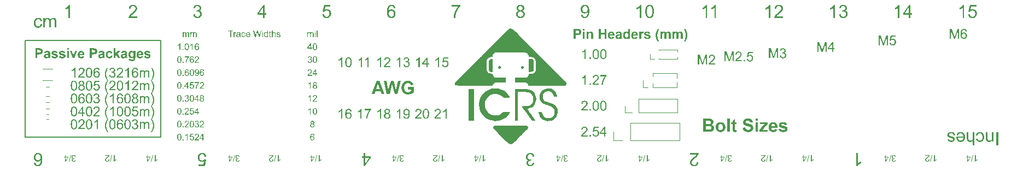
<source format=gbr>
%TF.GenerationSoftware,KiCad,Pcbnew,7.0.1*%
%TF.CreationDate,2023-08-07T22:19:09+01:00*%
%TF.ProjectId,Ruler_KiCad,52756c65-725f-44b6-9943-61642e6b6963,rev?*%
%TF.SameCoordinates,Original*%
%TF.FileFunction,Legend,Top*%
%TF.FilePolarity,Positive*%
%FSLAX46Y46*%
G04 Gerber Fmt 4.6, Leading zero omitted, Abs format (unit mm)*
G04 Created by KiCad (PCBNEW 7.0.1) date 2023-08-07 22:19:09*
%MOMM*%
%LPD*%
G01*
G04 APERTURE LIST*
%ADD10C,0.200000*%
%ADD11C,0.220000*%
%ADD12C,0.187500*%
%ADD13C,0.300000*%
%ADD14C,0.150000*%
%ADD15C,0.120000*%
G04 APERTURE END LIST*
D10*
X77000000Y-93000000D02*
X98000000Y-93000000D01*
X98000000Y-108000000D01*
X77000000Y-108000000D01*
X77000000Y-93000000D01*
D11*
G36*
X199698674Y-94745000D02*
G01*
X199698674Y-93220924D01*
X199999459Y-93220924D01*
X200357031Y-94301699D01*
X200363109Y-94320270D01*
X200368978Y-94338249D01*
X200374638Y-94355636D01*
X200380089Y-94372430D01*
X200385331Y-94388632D01*
X200390364Y-94404241D01*
X200395189Y-94419257D01*
X200399804Y-94433681D01*
X200406335Y-94454207D01*
X200412396Y-94473399D01*
X200417987Y-94491258D01*
X200423108Y-94507784D01*
X200427759Y-94522977D01*
X200429205Y-94527745D01*
X200434268Y-94511463D01*
X200439839Y-94493802D01*
X200445920Y-94474764D01*
X200452509Y-94454347D01*
X200457184Y-94439970D01*
X200462086Y-94424980D01*
X200467214Y-94409378D01*
X200472567Y-94393164D01*
X200478147Y-94376337D01*
X200483953Y-94358897D01*
X200489985Y-94340845D01*
X200496244Y-94322181D01*
X200502728Y-94302904D01*
X200509439Y-94283014D01*
X200871040Y-93220924D01*
X201139951Y-93220924D01*
X201139951Y-94745000D01*
X200947244Y-94745000D01*
X200947244Y-93467121D01*
X200508339Y-94745000D01*
X200328088Y-94745000D01*
X199891016Y-93445505D01*
X199891016Y-94745000D01*
X199698674Y-94745000D01*
G37*
G36*
X202157711Y-94205711D02*
G01*
X202361776Y-94205711D01*
X202361776Y-94375704D01*
X202157711Y-94375704D01*
X202157711Y-94745000D01*
X201972331Y-94745000D01*
X201972331Y-94375704D01*
X201316905Y-94375704D01*
X201316905Y-94205711D01*
X201499355Y-94205711D01*
X201972331Y-94205711D01*
X201972331Y-93520610D01*
X201499355Y-94205711D01*
X201316905Y-94205711D01*
X202006403Y-93220924D01*
X202157711Y-93220924D01*
X202157711Y-94205711D01*
G37*
D12*
G36*
X164112456Y-103696645D02*
G01*
X164112456Y-103872500D01*
X163113747Y-103872500D01*
X163113684Y-103855818D01*
X163114411Y-103839298D01*
X163115928Y-103822937D01*
X163118235Y-103806737D01*
X163121332Y-103790697D01*
X163125219Y-103774818D01*
X163129896Y-103759098D01*
X163135362Y-103743539D01*
X163142974Y-103724403D01*
X163151385Y-103705324D01*
X163160594Y-103686304D01*
X163170602Y-103667341D01*
X163181408Y-103648437D01*
X163189056Y-103635866D01*
X163197059Y-103623321D01*
X163205417Y-103610801D01*
X163214129Y-103598308D01*
X163223197Y-103585840D01*
X163232619Y-103573398D01*
X163242397Y-103560981D01*
X163252529Y-103548591D01*
X163257728Y-103542405D01*
X163268507Y-103529874D01*
X163279870Y-103517103D01*
X163291817Y-103504092D01*
X163304348Y-103490840D01*
X163317463Y-103477347D01*
X163331161Y-103463614D01*
X163345444Y-103449641D01*
X163360310Y-103435427D01*
X163375760Y-103420973D01*
X163391794Y-103406278D01*
X163408413Y-103391343D01*
X163425614Y-103376168D01*
X163443400Y-103360752D01*
X163461770Y-103345095D01*
X163480724Y-103329198D01*
X163500261Y-103313061D01*
X163515492Y-103300413D01*
X163530412Y-103287930D01*
X163545019Y-103275612D01*
X163559315Y-103263459D01*
X163573298Y-103251472D01*
X163586969Y-103239650D01*
X163600329Y-103227993D01*
X163613376Y-103216501D01*
X163626112Y-103205175D01*
X163638535Y-103194014D01*
X163650647Y-103183019D01*
X163662446Y-103172188D01*
X163673934Y-103161523D01*
X163685109Y-103151024D01*
X163695973Y-103140689D01*
X163716764Y-103120516D01*
X163736307Y-103101005D01*
X163754602Y-103082154D01*
X163771650Y-103063965D01*
X163787449Y-103046436D01*
X163802001Y-103029569D01*
X163815304Y-103013363D01*
X163827360Y-102997819D01*
X163832920Y-102990294D01*
X163843434Y-102975461D01*
X163853270Y-102960728D01*
X163862428Y-102946094D01*
X163870907Y-102931562D01*
X163878708Y-102917129D01*
X163885831Y-102902796D01*
X163892275Y-102888564D01*
X163898041Y-102874432D01*
X163903129Y-102860400D01*
X163909488Y-102839539D01*
X163914322Y-102818905D01*
X163917628Y-102798495D01*
X163919409Y-102778311D01*
X163919748Y-102764980D01*
X163919053Y-102744407D01*
X163916966Y-102724451D01*
X163913489Y-102705114D01*
X163908620Y-102686395D01*
X163902360Y-102668294D01*
X163894710Y-102650812D01*
X163885668Y-102633948D01*
X163875235Y-102617702D01*
X163863411Y-102602074D01*
X163850196Y-102587065D01*
X163840614Y-102577402D01*
X163825426Y-102563718D01*
X163809401Y-102551380D01*
X163792539Y-102540388D01*
X163774840Y-102530742D01*
X163756303Y-102522442D01*
X163736930Y-102515488D01*
X163716719Y-102509880D01*
X163695671Y-102505617D01*
X163673785Y-102502701D01*
X163658730Y-102501505D01*
X163643303Y-102500906D01*
X163635450Y-102500832D01*
X163618897Y-102501159D01*
X163602763Y-102502143D01*
X163587047Y-102503781D01*
X163571748Y-102506075D01*
X163556867Y-102509025D01*
X163542405Y-102512630D01*
X163528360Y-102516890D01*
X163508076Y-102524510D01*
X163488732Y-102533604D01*
X163470329Y-102544173D01*
X163452866Y-102556217D01*
X163436343Y-102569736D01*
X163420760Y-102584729D01*
X163406412Y-102601030D01*
X163393455Y-102618470D01*
X163381888Y-102637051D01*
X163374950Y-102650071D01*
X163368631Y-102663598D01*
X163362929Y-102677631D01*
X163357846Y-102692171D01*
X163353381Y-102707218D01*
X163349534Y-102722771D01*
X163346305Y-102738831D01*
X163343695Y-102755398D01*
X163341703Y-102772471D01*
X163340329Y-102790051D01*
X163339573Y-102808137D01*
X163339427Y-102817370D01*
X163148918Y-102797220D01*
X163151769Y-102770243D01*
X163155467Y-102744080D01*
X163160012Y-102718734D01*
X163165404Y-102694203D01*
X163171644Y-102670488D01*
X163178731Y-102647589D01*
X163186665Y-102625506D01*
X163195446Y-102604238D01*
X163205075Y-102583786D01*
X163215550Y-102564150D01*
X163226873Y-102545329D01*
X163239043Y-102527324D01*
X163252061Y-102510135D01*
X163265925Y-102493762D01*
X163280637Y-102478204D01*
X163296196Y-102463463D01*
X163312521Y-102449532D01*
X163329530Y-102436500D01*
X163347223Y-102424367D01*
X163365599Y-102413133D01*
X163384660Y-102402798D01*
X163404405Y-102393361D01*
X163424835Y-102384823D01*
X163445948Y-102377184D01*
X163467745Y-102370443D01*
X163490226Y-102364601D01*
X163513392Y-102359658D01*
X163537241Y-102355614D01*
X163561775Y-102352468D01*
X163586992Y-102350222D01*
X163612894Y-102348874D01*
X163639480Y-102348424D01*
X163666283Y-102348898D01*
X163692379Y-102350319D01*
X163717769Y-102352687D01*
X163742451Y-102356003D01*
X163766426Y-102360267D01*
X163789695Y-102365477D01*
X163812256Y-102371635D01*
X163834111Y-102378741D01*
X163855258Y-102386794D01*
X163875699Y-102395794D01*
X163895432Y-102405742D01*
X163914459Y-102416637D01*
X163932779Y-102428479D01*
X163950391Y-102441269D01*
X163967297Y-102455006D01*
X163983496Y-102469691D01*
X163998846Y-102485075D01*
X164013206Y-102500912D01*
X164026575Y-102517201D01*
X164038954Y-102533942D01*
X164050343Y-102551135D01*
X164060741Y-102568781D01*
X164070149Y-102586879D01*
X164078567Y-102605429D01*
X164085995Y-102624431D01*
X164092432Y-102643885D01*
X164097879Y-102663792D01*
X164102335Y-102684151D01*
X164105801Y-102704962D01*
X164108277Y-102726226D01*
X164109763Y-102747942D01*
X164110258Y-102770109D01*
X164109932Y-102787188D01*
X164108957Y-102804216D01*
X164107331Y-102821191D01*
X164105054Y-102838116D01*
X164102127Y-102854989D01*
X164098550Y-102871810D01*
X164094322Y-102888580D01*
X164089444Y-102905298D01*
X164083915Y-102921965D01*
X164077736Y-102938580D01*
X164073255Y-102949628D01*
X164065885Y-102966198D01*
X164057653Y-102982936D01*
X164048558Y-102999841D01*
X164038599Y-103016913D01*
X164027778Y-103034153D01*
X164016093Y-103051560D01*
X164003546Y-103069135D01*
X163994702Y-103080944D01*
X163985474Y-103092828D01*
X163975863Y-103104787D01*
X163965868Y-103116820D01*
X163955490Y-103128927D01*
X163950157Y-103135008D01*
X163938949Y-103147473D01*
X163926852Y-103160505D01*
X163913865Y-103174103D01*
X163899988Y-103188268D01*
X163885220Y-103203000D01*
X163869562Y-103218299D01*
X163853014Y-103234164D01*
X163835576Y-103250596D01*
X163817248Y-103267595D01*
X163798029Y-103285160D01*
X163777921Y-103303292D01*
X163756922Y-103321991D01*
X163735033Y-103341257D01*
X163723755Y-103351102D01*
X163712254Y-103361089D01*
X163700531Y-103371218D01*
X163688585Y-103381488D01*
X163676417Y-103391900D01*
X163664026Y-103402454D01*
X163643654Y-103419821D01*
X163624213Y-103436474D01*
X163605701Y-103452416D01*
X163588120Y-103467644D01*
X163571469Y-103482160D01*
X163555748Y-103495963D01*
X163540958Y-103509053D01*
X163527097Y-103521431D01*
X163514167Y-103533096D01*
X163502167Y-103544048D01*
X163491098Y-103554288D01*
X163476237Y-103568311D01*
X163463470Y-103580730D01*
X163452796Y-103591546D01*
X163449703Y-103594795D01*
X163438145Y-103607446D01*
X163427103Y-103620120D01*
X163416576Y-103632817D01*
X163406564Y-103645537D01*
X163397067Y-103658279D01*
X163388085Y-103671045D01*
X163379619Y-103683833D01*
X163371667Y-103696645D01*
X164112456Y-103696645D01*
G37*
G36*
X164409577Y-103872500D02*
G01*
X164409577Y-103661474D01*
X164620969Y-103661474D01*
X164620969Y-103872500D01*
X164409577Y-103872500D01*
G37*
G36*
X165396262Y-102348616D02*
G01*
X165411114Y-102349191D01*
X165432952Y-102350773D01*
X165454262Y-102353218D01*
X165475044Y-102356526D01*
X165495298Y-102360697D01*
X165515024Y-102365731D01*
X165534221Y-102371628D01*
X165552891Y-102378388D01*
X165571032Y-102386011D01*
X165588646Y-102394497D01*
X165594399Y-102397517D01*
X165611358Y-102407105D01*
X165627750Y-102417459D01*
X165643575Y-102428580D01*
X165658834Y-102440467D01*
X165673525Y-102453121D01*
X165687651Y-102466541D01*
X165701209Y-102480727D01*
X165714200Y-102495680D01*
X165726625Y-102511399D01*
X165738484Y-102527884D01*
X165746074Y-102539300D01*
X165757046Y-102556968D01*
X165767567Y-102575351D01*
X165777637Y-102594449D01*
X165787256Y-102614261D01*
X165793418Y-102627867D01*
X165799380Y-102641790D01*
X165805142Y-102656031D01*
X165810703Y-102670590D01*
X165816064Y-102685466D01*
X165821225Y-102700660D01*
X165826185Y-102716172D01*
X165830945Y-102732002D01*
X165835504Y-102748149D01*
X165839863Y-102764614D01*
X165843989Y-102781554D01*
X165847849Y-102799218D01*
X165851443Y-102817607D01*
X165854770Y-102836719D01*
X165857831Y-102856556D01*
X165860626Y-102877116D01*
X165863155Y-102898401D01*
X165865417Y-102920410D01*
X165867414Y-102943144D01*
X165869144Y-102966601D01*
X165870608Y-102990782D01*
X165871806Y-103015688D01*
X165872737Y-103041318D01*
X165873403Y-103067672D01*
X165873802Y-103094750D01*
X165873935Y-103122552D01*
X165873882Y-103139121D01*
X165873722Y-103155490D01*
X165873456Y-103171659D01*
X165873082Y-103187627D01*
X165872603Y-103203395D01*
X165872016Y-103218963D01*
X165871323Y-103234330D01*
X165870524Y-103249497D01*
X165869617Y-103264464D01*
X165868604Y-103279230D01*
X165866259Y-103308161D01*
X165863487Y-103336291D01*
X165860288Y-103363620D01*
X165856663Y-103390147D01*
X165852612Y-103415872D01*
X165848134Y-103440796D01*
X165843229Y-103464919D01*
X165837899Y-103488241D01*
X165832141Y-103510761D01*
X165825957Y-103532479D01*
X165819347Y-103553396D01*
X165812312Y-103573576D01*
X165804853Y-103593175D01*
X165796970Y-103612193D01*
X165788664Y-103630630D01*
X165779934Y-103648486D01*
X165770781Y-103665761D01*
X165761204Y-103682455D01*
X165751203Y-103698568D01*
X165740779Y-103714100D01*
X165729931Y-103729051D01*
X165718660Y-103743420D01*
X165706965Y-103757209D01*
X165694846Y-103770417D01*
X165682304Y-103783044D01*
X165669338Y-103795089D01*
X165655949Y-103806554D01*
X165642124Y-103817379D01*
X165627853Y-103827505D01*
X165613135Y-103836934D01*
X165597971Y-103845663D01*
X165582361Y-103853695D01*
X165566304Y-103861028D01*
X165549800Y-103867662D01*
X165532850Y-103873599D01*
X165515454Y-103878836D01*
X165497610Y-103883376D01*
X165479321Y-103887217D01*
X165460585Y-103890360D01*
X165441402Y-103892804D01*
X165421773Y-103894550D01*
X165401697Y-103895598D01*
X165381175Y-103895947D01*
X165354248Y-103895333D01*
X165328053Y-103893491D01*
X165302590Y-103890421D01*
X165277861Y-103886124D01*
X165253864Y-103880598D01*
X165230600Y-103873845D01*
X165208068Y-103865863D01*
X165186270Y-103856654D01*
X165165204Y-103846217D01*
X165144870Y-103834552D01*
X165125270Y-103821659D01*
X165106402Y-103807539D01*
X165088267Y-103792190D01*
X165070865Y-103775613D01*
X165054195Y-103757809D01*
X165038258Y-103738777D01*
X165029062Y-103726729D01*
X165020158Y-103714216D01*
X165011545Y-103701238D01*
X165003225Y-103687795D01*
X164995196Y-103673886D01*
X164987460Y-103659513D01*
X164980015Y-103644675D01*
X164972862Y-103629371D01*
X164966002Y-103613602D01*
X164959433Y-103597369D01*
X164953156Y-103580670D01*
X164947171Y-103563506D01*
X164941478Y-103545876D01*
X164936077Y-103527782D01*
X164930968Y-103509223D01*
X164926151Y-103490198D01*
X164921626Y-103470709D01*
X164917393Y-103450754D01*
X164913451Y-103430334D01*
X164909802Y-103409449D01*
X164906445Y-103388099D01*
X164903379Y-103366284D01*
X164900606Y-103344004D01*
X164898124Y-103321259D01*
X164895934Y-103298048D01*
X164894037Y-103274373D01*
X164892431Y-103250232D01*
X164891117Y-103225626D01*
X164890096Y-103200555D01*
X164889366Y-103175019D01*
X164888928Y-103149018D01*
X164888782Y-103122552D01*
X164888783Y-103122185D01*
X165079291Y-103122185D01*
X165079376Y-103145297D01*
X165079632Y-103167921D01*
X165080058Y-103190057D01*
X165080654Y-103211704D01*
X165081420Y-103232864D01*
X165082357Y-103253536D01*
X165083464Y-103273719D01*
X165084741Y-103293415D01*
X165086188Y-103312623D01*
X165087806Y-103331342D01*
X165089594Y-103349574D01*
X165091553Y-103367318D01*
X165093682Y-103384573D01*
X165095981Y-103401341D01*
X165098450Y-103417620D01*
X165101090Y-103433412D01*
X165103900Y-103448716D01*
X165106880Y-103463531D01*
X165110031Y-103477859D01*
X165116843Y-103505050D01*
X165124336Y-103530289D01*
X165132511Y-103553576D01*
X165141366Y-103574911D01*
X165150903Y-103594294D01*
X165161121Y-103611725D01*
X165166486Y-103619708D01*
X165177543Y-103634703D01*
X165188914Y-103648731D01*
X165200601Y-103661791D01*
X165212602Y-103673884D01*
X165224918Y-103685010D01*
X165237549Y-103695168D01*
X165250495Y-103704358D01*
X165263756Y-103712581D01*
X165277331Y-103719837D01*
X165291221Y-103726126D01*
X165305427Y-103731446D01*
X165319947Y-103735800D01*
X165334782Y-103739186D01*
X165349931Y-103741604D01*
X165365396Y-103743056D01*
X165381175Y-103743539D01*
X165396999Y-103743054D01*
X165412505Y-103741599D01*
X165427694Y-103739173D01*
X165442564Y-103735777D01*
X165457117Y-103731411D01*
X165471352Y-103726074D01*
X165485270Y-103719767D01*
X165498870Y-103712490D01*
X165512152Y-103704242D01*
X165525116Y-103695025D01*
X165537763Y-103684837D01*
X165550092Y-103673678D01*
X165562103Y-103661550D01*
X165573797Y-103648451D01*
X165585173Y-103634381D01*
X165596231Y-103619342D01*
X165606790Y-103602845D01*
X165616667Y-103584406D01*
X165625864Y-103564022D01*
X165634379Y-103541695D01*
X165642213Y-103517425D01*
X165649365Y-103491212D01*
X165655837Y-103463055D01*
X165658817Y-103448247D01*
X165661627Y-103432954D01*
X165664267Y-103417175D01*
X165666736Y-103400910D01*
X165669035Y-103384159D01*
X165671164Y-103366923D01*
X165673123Y-103349200D01*
X165674911Y-103330992D01*
X165676529Y-103312297D01*
X165677976Y-103293117D01*
X165679253Y-103273451D01*
X165680360Y-103253300D01*
X165681297Y-103232662D01*
X165682063Y-103211538D01*
X165682660Y-103189929D01*
X165683085Y-103167834D01*
X165683341Y-103145252D01*
X165683426Y-103122185D01*
X165683341Y-103099007D01*
X165683085Y-103076320D01*
X165682660Y-103054124D01*
X165682063Y-103032421D01*
X165681297Y-103011208D01*
X165680360Y-102990488D01*
X165679253Y-102970258D01*
X165677976Y-102950521D01*
X165676529Y-102931275D01*
X165674911Y-102912521D01*
X165673123Y-102894258D01*
X165671164Y-102876487D01*
X165669035Y-102859207D01*
X165666736Y-102842419D01*
X165664267Y-102826123D01*
X165661627Y-102810318D01*
X165658817Y-102795005D01*
X165655837Y-102780183D01*
X165652686Y-102765853D01*
X165645874Y-102738668D01*
X165638381Y-102713449D01*
X165630206Y-102690196D01*
X165621351Y-102668910D01*
X165611814Y-102649590D01*
X165601596Y-102632236D01*
X165596231Y-102624296D01*
X165585166Y-102609346D01*
X165573768Y-102595359D01*
X165562039Y-102582338D01*
X165549978Y-102570281D01*
X165537584Y-102559188D01*
X165524859Y-102549060D01*
X165511801Y-102539897D01*
X165498412Y-102531698D01*
X165484690Y-102524464D01*
X165470637Y-102518194D01*
X165456251Y-102512889D01*
X165441534Y-102508548D01*
X165426484Y-102505172D01*
X165411103Y-102502761D01*
X165395389Y-102501314D01*
X165379344Y-102500832D01*
X165363563Y-102501257D01*
X165348185Y-102502532D01*
X165333212Y-102504657D01*
X165318642Y-102507632D01*
X165304475Y-102511458D01*
X165283982Y-102518790D01*
X165264397Y-102528034D01*
X165245720Y-102539192D01*
X165233773Y-102547692D01*
X165222229Y-102557043D01*
X165211090Y-102567244D01*
X165200353Y-102578295D01*
X165190021Y-102590196D01*
X165180092Y-102602947D01*
X165175279Y-102609642D01*
X165163655Y-102627916D01*
X165152782Y-102648024D01*
X165142658Y-102669967D01*
X165133284Y-102693745D01*
X165124660Y-102719358D01*
X165116786Y-102746805D01*
X165113131Y-102761217D01*
X165109662Y-102776087D01*
X165106381Y-102791416D01*
X165103288Y-102807204D01*
X165100382Y-102823450D01*
X165097664Y-102840155D01*
X165095133Y-102857319D01*
X165092789Y-102874941D01*
X165090633Y-102893022D01*
X165088665Y-102911562D01*
X165086884Y-102930560D01*
X165085290Y-102950017D01*
X165083884Y-102969933D01*
X165082666Y-102990307D01*
X165081635Y-103011140D01*
X165080791Y-103032432D01*
X165080135Y-103054182D01*
X165079666Y-103076391D01*
X165079385Y-103099059D01*
X165079291Y-103122185D01*
X164888783Y-103122185D01*
X164888835Y-103105870D01*
X164888996Y-103089393D01*
X164889265Y-103073121D01*
X164889640Y-103057053D01*
X164890123Y-103041190D01*
X164890714Y-103025531D01*
X164891411Y-103010077D01*
X164892216Y-102994828D01*
X164893129Y-102979784D01*
X164894148Y-102964944D01*
X164895275Y-102950308D01*
X164897851Y-102921652D01*
X164900857Y-102893814D01*
X164904291Y-102866795D01*
X164908155Y-102840594D01*
X164912449Y-102815212D01*
X164917171Y-102790648D01*
X164922323Y-102766903D01*
X164927905Y-102743977D01*
X164933915Y-102721869D01*
X164940355Y-102700580D01*
X164943736Y-102690242D01*
X164950859Y-102670020D01*
X164958397Y-102650388D01*
X164966349Y-102631346D01*
X164974717Y-102612893D01*
X164983500Y-102595030D01*
X164992698Y-102577757D01*
X165002310Y-102561073D01*
X165012338Y-102544979D01*
X165022781Y-102529474D01*
X165033639Y-102514559D01*
X165044912Y-102500233D01*
X165056600Y-102486498D01*
X165068702Y-102473351D01*
X165081220Y-102460795D01*
X165094153Y-102448828D01*
X165107501Y-102437451D01*
X165121321Y-102426670D01*
X165135580Y-102416585D01*
X165150276Y-102407196D01*
X165165410Y-102398502D01*
X165180982Y-102390503D01*
X165196991Y-102383200D01*
X165213439Y-102376593D01*
X165230325Y-102370681D01*
X165247648Y-102365464D01*
X165265410Y-102360943D01*
X165283609Y-102357118D01*
X165302247Y-102353988D01*
X165321322Y-102351554D01*
X165340835Y-102349815D01*
X165360786Y-102348772D01*
X165381175Y-102348424D01*
X165396262Y-102348616D01*
G37*
G36*
X166564231Y-102348616D02*
G01*
X166579083Y-102349191D01*
X166600922Y-102350773D01*
X166622231Y-102353218D01*
X166643013Y-102356526D01*
X166663267Y-102360697D01*
X166682993Y-102365731D01*
X166702190Y-102371628D01*
X166720860Y-102378388D01*
X166739001Y-102386011D01*
X166756615Y-102394497D01*
X166762369Y-102397517D01*
X166779327Y-102407105D01*
X166795719Y-102417459D01*
X166811544Y-102428580D01*
X166826803Y-102440467D01*
X166841495Y-102453121D01*
X166855620Y-102466541D01*
X166869178Y-102480727D01*
X166882170Y-102495680D01*
X166894595Y-102511399D01*
X166906453Y-102527884D01*
X166914043Y-102539300D01*
X166925015Y-102556968D01*
X166935536Y-102575351D01*
X166945606Y-102594449D01*
X166955225Y-102614261D01*
X166961387Y-102627867D01*
X166967349Y-102641790D01*
X166973111Y-102656031D01*
X166978672Y-102670590D01*
X166984033Y-102685466D01*
X166989194Y-102700660D01*
X166994154Y-102716172D01*
X166998914Y-102732002D01*
X167003474Y-102748149D01*
X167007833Y-102764614D01*
X167011959Y-102781554D01*
X167015818Y-102799218D01*
X167019412Y-102817607D01*
X167022739Y-102836719D01*
X167025800Y-102856556D01*
X167028595Y-102877116D01*
X167031124Y-102898401D01*
X167033387Y-102920410D01*
X167035383Y-102943144D01*
X167037113Y-102966601D01*
X167038577Y-102990782D01*
X167039775Y-103015688D01*
X167040707Y-103041318D01*
X167041372Y-103067672D01*
X167041772Y-103094750D01*
X167041905Y-103122552D01*
X167041851Y-103139121D01*
X167041691Y-103155490D01*
X167041425Y-103171659D01*
X167041052Y-103187627D01*
X167040572Y-103203395D01*
X167039985Y-103218963D01*
X167039292Y-103234330D01*
X167038493Y-103249497D01*
X167037587Y-103264464D01*
X167036574Y-103279230D01*
X167034228Y-103308161D01*
X167031456Y-103336291D01*
X167028258Y-103363620D01*
X167024633Y-103390147D01*
X167020581Y-103415872D01*
X167016103Y-103440796D01*
X167011199Y-103464919D01*
X167005868Y-103488241D01*
X167000110Y-103510761D01*
X166993927Y-103532479D01*
X166987316Y-103553396D01*
X166980281Y-103573576D01*
X166972822Y-103593175D01*
X166964939Y-103612193D01*
X166956633Y-103630630D01*
X166947904Y-103648486D01*
X166938750Y-103665761D01*
X166929173Y-103682455D01*
X166919173Y-103698568D01*
X166908748Y-103714100D01*
X166897901Y-103729051D01*
X166886629Y-103743420D01*
X166874934Y-103757209D01*
X166862815Y-103770417D01*
X166850273Y-103783044D01*
X166837307Y-103795089D01*
X166823918Y-103806554D01*
X166810093Y-103817379D01*
X166795822Y-103827505D01*
X166781105Y-103836934D01*
X166765941Y-103845663D01*
X166750330Y-103853695D01*
X166734273Y-103861028D01*
X166717770Y-103867662D01*
X166700819Y-103873599D01*
X166683423Y-103878836D01*
X166665580Y-103883376D01*
X166647290Y-103887217D01*
X166628554Y-103890360D01*
X166609372Y-103892804D01*
X166589742Y-103894550D01*
X166569667Y-103895598D01*
X166549145Y-103895947D01*
X166522217Y-103895333D01*
X166496022Y-103893491D01*
X166470560Y-103890421D01*
X166445830Y-103886124D01*
X166421833Y-103880598D01*
X166398569Y-103873845D01*
X166376038Y-103865863D01*
X166354239Y-103856654D01*
X166333173Y-103846217D01*
X166312840Y-103834552D01*
X166293239Y-103821659D01*
X166274371Y-103807539D01*
X166256236Y-103792190D01*
X166238834Y-103775613D01*
X166222165Y-103757809D01*
X166206228Y-103738777D01*
X166197031Y-103726729D01*
X166188127Y-103714216D01*
X166179515Y-103701238D01*
X166171194Y-103687795D01*
X166163166Y-103673886D01*
X166155429Y-103659513D01*
X166147984Y-103644675D01*
X166140832Y-103629371D01*
X166133971Y-103613602D01*
X166127402Y-103597369D01*
X166121125Y-103580670D01*
X166115140Y-103563506D01*
X166109447Y-103545876D01*
X166104046Y-103527782D01*
X166098937Y-103509223D01*
X166094120Y-103490198D01*
X166089595Y-103470709D01*
X166085362Y-103450754D01*
X166081421Y-103430334D01*
X166077771Y-103409449D01*
X166074414Y-103388099D01*
X166071348Y-103366284D01*
X166068575Y-103344004D01*
X166066093Y-103321259D01*
X166063904Y-103298048D01*
X166062006Y-103274373D01*
X166060400Y-103250232D01*
X166059087Y-103225626D01*
X166058065Y-103200555D01*
X166057335Y-103175019D01*
X166056897Y-103149018D01*
X166056751Y-103122552D01*
X166056752Y-103122185D01*
X166247260Y-103122185D01*
X166247346Y-103145297D01*
X166247601Y-103167921D01*
X166248027Y-103190057D01*
X166248623Y-103211704D01*
X166249389Y-103232864D01*
X166250326Y-103253536D01*
X166251433Y-103273719D01*
X166252710Y-103293415D01*
X166254158Y-103312623D01*
X166255776Y-103331342D01*
X166257564Y-103349574D01*
X166259522Y-103367318D01*
X166261651Y-103384573D01*
X166263950Y-103401341D01*
X166266419Y-103417620D01*
X166269059Y-103433412D01*
X166271869Y-103448716D01*
X166274849Y-103463531D01*
X166278000Y-103477859D01*
X166284812Y-103505050D01*
X166292305Y-103530289D01*
X166300480Y-103553576D01*
X166309336Y-103574911D01*
X166318873Y-103594294D01*
X166329091Y-103611725D01*
X166334455Y-103619708D01*
X166345512Y-103634703D01*
X166356884Y-103648731D01*
X166368570Y-103661791D01*
X166380571Y-103673884D01*
X166392887Y-103685010D01*
X166405518Y-103695168D01*
X166418464Y-103704358D01*
X166431725Y-103712581D01*
X166445300Y-103719837D01*
X166459191Y-103726126D01*
X166473396Y-103731446D01*
X166487916Y-103735800D01*
X166502751Y-103739186D01*
X166517901Y-103741604D01*
X166533365Y-103743056D01*
X166549145Y-103743539D01*
X166564968Y-103743054D01*
X166580475Y-103741599D01*
X166595663Y-103739173D01*
X166610534Y-103735777D01*
X166625087Y-103731411D01*
X166639322Y-103726074D01*
X166653239Y-103719767D01*
X166666839Y-103712490D01*
X166680121Y-103704242D01*
X166693086Y-103695025D01*
X166705732Y-103684837D01*
X166718061Y-103673678D01*
X166730073Y-103661550D01*
X166741766Y-103648451D01*
X166753142Y-103634381D01*
X166764200Y-103619342D01*
X166774759Y-103602845D01*
X166784637Y-103584406D01*
X166793833Y-103564022D01*
X166802348Y-103541695D01*
X166810182Y-103517425D01*
X166817335Y-103491212D01*
X166823806Y-103463055D01*
X166826787Y-103448247D01*
X166829596Y-103432954D01*
X166832236Y-103417175D01*
X166834706Y-103400910D01*
X166837005Y-103384159D01*
X166839133Y-103366923D01*
X166841092Y-103349200D01*
X166842880Y-103330992D01*
X166844498Y-103312297D01*
X166845946Y-103293117D01*
X166847223Y-103273451D01*
X166848330Y-103253300D01*
X166849266Y-103232662D01*
X166850033Y-103211538D01*
X166850629Y-103189929D01*
X166851055Y-103167834D01*
X166851310Y-103145252D01*
X166851395Y-103122185D01*
X166851310Y-103099007D01*
X166851055Y-103076320D01*
X166850629Y-103054124D01*
X166850033Y-103032421D01*
X166849266Y-103011208D01*
X166848330Y-102990488D01*
X166847223Y-102970258D01*
X166845946Y-102950521D01*
X166844498Y-102931275D01*
X166842880Y-102912521D01*
X166841092Y-102894258D01*
X166839133Y-102876487D01*
X166837005Y-102859207D01*
X166834706Y-102842419D01*
X166832236Y-102826123D01*
X166829596Y-102810318D01*
X166826787Y-102795005D01*
X166823806Y-102780183D01*
X166820656Y-102765853D01*
X166813844Y-102738668D01*
X166806350Y-102713449D01*
X166798176Y-102690196D01*
X166789320Y-102668910D01*
X166779783Y-102649590D01*
X166769565Y-102632236D01*
X166764200Y-102624296D01*
X166753135Y-102609346D01*
X166741738Y-102595359D01*
X166730008Y-102582338D01*
X166717947Y-102570281D01*
X166705554Y-102559188D01*
X166692828Y-102549060D01*
X166679771Y-102539897D01*
X166666381Y-102531698D01*
X166652660Y-102524464D01*
X166638606Y-102518194D01*
X166624221Y-102512889D01*
X166609503Y-102508548D01*
X166594454Y-102505172D01*
X166579072Y-102502761D01*
X166563358Y-102501314D01*
X166547313Y-102500832D01*
X166531532Y-102501257D01*
X166516155Y-102502532D01*
X166501181Y-102504657D01*
X166486611Y-102507632D01*
X166472444Y-102511458D01*
X166451951Y-102518790D01*
X166432366Y-102528034D01*
X166413689Y-102539192D01*
X166401742Y-102547692D01*
X166390199Y-102557043D01*
X166379059Y-102567244D01*
X166368323Y-102578295D01*
X166357990Y-102590196D01*
X166348061Y-102602947D01*
X166343248Y-102609642D01*
X166331624Y-102627916D01*
X166320751Y-102648024D01*
X166310627Y-102669967D01*
X166301253Y-102693745D01*
X166292630Y-102719358D01*
X166284756Y-102746805D01*
X166281100Y-102761217D01*
X166277632Y-102776087D01*
X166274351Y-102791416D01*
X166271257Y-102807204D01*
X166268351Y-102823450D01*
X166265633Y-102840155D01*
X166263102Y-102857319D01*
X166260759Y-102874941D01*
X166258603Y-102893022D01*
X166256634Y-102911562D01*
X166254853Y-102930560D01*
X166253260Y-102950017D01*
X166251854Y-102969933D01*
X166250635Y-102990307D01*
X166249604Y-103011140D01*
X166248760Y-103032432D01*
X166248104Y-103054182D01*
X166247635Y-103076391D01*
X166247354Y-103099059D01*
X166247260Y-103122185D01*
X166056752Y-103122185D01*
X166056805Y-103105870D01*
X166056966Y-103089393D01*
X166057234Y-103073121D01*
X166057610Y-103057053D01*
X166058093Y-103041190D01*
X166058683Y-103025531D01*
X166059381Y-103010077D01*
X166060186Y-102994828D01*
X166061098Y-102979784D01*
X166062118Y-102964944D01*
X166063245Y-102950308D01*
X166065821Y-102921652D01*
X166068826Y-102893814D01*
X166072261Y-102866795D01*
X166076125Y-102840594D01*
X166080418Y-102815212D01*
X166085141Y-102790648D01*
X166090293Y-102766903D01*
X166095874Y-102743977D01*
X166101885Y-102721869D01*
X166108325Y-102700580D01*
X166111706Y-102690242D01*
X166118828Y-102670020D01*
X166126366Y-102650388D01*
X166134319Y-102631346D01*
X166142686Y-102612893D01*
X166151469Y-102595030D01*
X166160667Y-102577757D01*
X166170280Y-102561073D01*
X166180307Y-102544979D01*
X166190750Y-102529474D01*
X166201608Y-102514559D01*
X166212881Y-102500233D01*
X166224569Y-102486498D01*
X166236672Y-102473351D01*
X166249190Y-102460795D01*
X166262123Y-102448828D01*
X166275471Y-102437451D01*
X166289291Y-102426670D01*
X166303549Y-102416585D01*
X166318245Y-102407196D01*
X166333379Y-102398502D01*
X166348951Y-102390503D01*
X166364961Y-102383200D01*
X166381408Y-102376593D01*
X166398294Y-102370681D01*
X166415618Y-102365464D01*
X166433379Y-102360943D01*
X166451579Y-102357118D01*
X166470216Y-102353988D01*
X166489291Y-102351554D01*
X166508805Y-102349815D01*
X166528756Y-102348772D01*
X166549145Y-102348424D01*
X166564231Y-102348616D01*
G37*
G36*
X84595041Y-101221116D02*
G01*
X84609893Y-101221691D01*
X84631731Y-101223273D01*
X84653041Y-101225718D01*
X84673823Y-101229026D01*
X84694077Y-101233197D01*
X84713802Y-101238231D01*
X84733000Y-101244128D01*
X84751670Y-101250888D01*
X84769811Y-101258511D01*
X84787424Y-101266997D01*
X84793178Y-101270017D01*
X84810137Y-101279605D01*
X84826529Y-101289959D01*
X84842354Y-101301080D01*
X84857612Y-101312967D01*
X84872304Y-101325621D01*
X84886429Y-101339041D01*
X84899988Y-101353227D01*
X84912979Y-101368180D01*
X84925404Y-101383899D01*
X84937262Y-101400384D01*
X84944853Y-101411800D01*
X84955825Y-101429468D01*
X84966345Y-101447851D01*
X84976415Y-101466949D01*
X84986035Y-101486761D01*
X84992197Y-101500367D01*
X84998159Y-101514290D01*
X85003921Y-101528531D01*
X85009482Y-101543090D01*
X85014843Y-101557966D01*
X85020003Y-101573160D01*
X85024964Y-101588672D01*
X85029724Y-101604502D01*
X85034283Y-101620649D01*
X85038642Y-101637114D01*
X85042768Y-101654054D01*
X85046628Y-101671718D01*
X85050221Y-101690107D01*
X85053549Y-101709219D01*
X85056610Y-101729056D01*
X85059405Y-101749616D01*
X85061934Y-101770901D01*
X85064196Y-101792910D01*
X85066193Y-101815644D01*
X85067923Y-101839101D01*
X85069387Y-101863282D01*
X85070585Y-101888188D01*
X85071516Y-101913818D01*
X85072182Y-101940172D01*
X85072581Y-101967250D01*
X85072714Y-101995052D01*
X85072661Y-102011621D01*
X85072501Y-102027990D01*
X85072234Y-102044159D01*
X85071861Y-102060127D01*
X85071381Y-102075895D01*
X85070795Y-102091463D01*
X85070102Y-102106830D01*
X85069302Y-102121997D01*
X85068396Y-102136964D01*
X85067383Y-102151730D01*
X85065038Y-102180661D01*
X85062266Y-102208791D01*
X85059067Y-102236120D01*
X85055442Y-102262647D01*
X85051391Y-102288372D01*
X85046913Y-102313296D01*
X85042008Y-102337419D01*
X85036677Y-102360741D01*
X85030920Y-102383261D01*
X85024736Y-102404979D01*
X85018126Y-102425896D01*
X85011090Y-102446076D01*
X85003632Y-102465675D01*
X84995749Y-102484693D01*
X84987443Y-102503130D01*
X84978713Y-102520986D01*
X84969560Y-102538261D01*
X84959983Y-102554955D01*
X84949982Y-102571068D01*
X84939558Y-102586600D01*
X84928710Y-102601551D01*
X84917439Y-102615920D01*
X84905744Y-102629709D01*
X84893625Y-102642917D01*
X84881083Y-102655544D01*
X84868117Y-102667589D01*
X84854727Y-102679054D01*
X84840903Y-102689879D01*
X84826632Y-102700005D01*
X84811914Y-102709434D01*
X84796750Y-102718163D01*
X84781140Y-102726195D01*
X84765083Y-102733528D01*
X84748579Y-102740162D01*
X84731629Y-102746099D01*
X84714232Y-102751336D01*
X84696389Y-102755876D01*
X84678100Y-102759717D01*
X84659364Y-102762860D01*
X84640181Y-102765304D01*
X84620552Y-102767050D01*
X84600476Y-102768098D01*
X84579954Y-102768447D01*
X84553026Y-102767833D01*
X84526831Y-102765991D01*
X84501369Y-102762921D01*
X84476639Y-102758624D01*
X84452643Y-102753098D01*
X84429378Y-102746345D01*
X84406847Y-102738363D01*
X84385048Y-102729154D01*
X84363982Y-102718717D01*
X84343649Y-102707052D01*
X84324049Y-102694159D01*
X84305181Y-102680039D01*
X84287046Y-102664690D01*
X84269644Y-102648113D01*
X84252974Y-102630309D01*
X84237037Y-102611277D01*
X84227841Y-102599229D01*
X84218936Y-102586716D01*
X84210324Y-102573738D01*
X84202004Y-102560295D01*
X84193975Y-102546386D01*
X84186238Y-102532013D01*
X84178794Y-102517175D01*
X84171641Y-102501871D01*
X84164780Y-102486102D01*
X84158212Y-102469869D01*
X84151935Y-102453170D01*
X84145950Y-102436006D01*
X84140257Y-102418376D01*
X84134856Y-102400282D01*
X84129747Y-102381723D01*
X84124930Y-102362698D01*
X84120405Y-102343209D01*
X84116171Y-102323254D01*
X84112230Y-102302834D01*
X84108581Y-102281949D01*
X84105223Y-102260599D01*
X84102158Y-102238784D01*
X84099384Y-102216504D01*
X84096903Y-102193759D01*
X84094713Y-102170548D01*
X84092816Y-102146873D01*
X84091210Y-102122732D01*
X84089896Y-102098126D01*
X84088874Y-102073055D01*
X84088144Y-102047519D01*
X84087707Y-102021518D01*
X84087561Y-101995052D01*
X84087562Y-101994685D01*
X84278070Y-101994685D01*
X84278155Y-102017797D01*
X84278411Y-102040421D01*
X84278836Y-102062557D01*
X84279432Y-102084204D01*
X84280199Y-102105364D01*
X84281135Y-102126036D01*
X84282242Y-102146219D01*
X84283520Y-102165915D01*
X84284967Y-102185123D01*
X84286585Y-102203842D01*
X84288373Y-102222074D01*
X84290332Y-102239818D01*
X84292461Y-102257073D01*
X84294760Y-102273841D01*
X84297229Y-102290120D01*
X84299869Y-102305912D01*
X84302679Y-102321216D01*
X84305659Y-102336031D01*
X84308810Y-102350359D01*
X84315622Y-102377550D01*
X84323115Y-102402789D01*
X84331289Y-102426076D01*
X84340145Y-102447411D01*
X84349682Y-102466794D01*
X84359900Y-102484225D01*
X84365265Y-102492208D01*
X84376321Y-102507203D01*
X84387693Y-102521231D01*
X84399379Y-102534291D01*
X84411381Y-102546384D01*
X84423697Y-102557510D01*
X84436328Y-102567668D01*
X84449274Y-102576858D01*
X84462534Y-102585081D01*
X84476110Y-102592337D01*
X84490000Y-102598626D01*
X84504205Y-102603946D01*
X84518726Y-102608300D01*
X84533560Y-102611686D01*
X84548710Y-102614104D01*
X84564175Y-102615556D01*
X84579954Y-102616039D01*
X84595778Y-102615554D01*
X84611284Y-102614099D01*
X84626472Y-102611673D01*
X84641343Y-102608277D01*
X84655896Y-102603911D01*
X84670131Y-102598574D01*
X84684049Y-102592267D01*
X84697649Y-102584990D01*
X84710931Y-102576742D01*
X84723895Y-102567525D01*
X84736542Y-102557337D01*
X84748871Y-102546178D01*
X84760882Y-102534050D01*
X84772576Y-102520951D01*
X84783952Y-102506881D01*
X84795010Y-102491842D01*
X84805569Y-102475345D01*
X84815446Y-102456906D01*
X84824643Y-102436522D01*
X84833158Y-102414195D01*
X84840992Y-102389925D01*
X84848144Y-102363712D01*
X84854616Y-102335555D01*
X84857596Y-102320747D01*
X84860406Y-102305454D01*
X84863046Y-102289675D01*
X84865515Y-102273410D01*
X84867814Y-102256659D01*
X84869943Y-102239423D01*
X84871901Y-102221700D01*
X84873690Y-102203492D01*
X84875307Y-102184797D01*
X84876755Y-102165617D01*
X84878032Y-102145951D01*
X84879139Y-102125800D01*
X84880076Y-102105162D01*
X84880842Y-102084038D01*
X84881438Y-102062429D01*
X84881864Y-102040334D01*
X84882120Y-102017752D01*
X84882205Y-101994685D01*
X84882120Y-101971507D01*
X84881864Y-101948820D01*
X84881438Y-101926624D01*
X84880842Y-101904921D01*
X84880076Y-101883708D01*
X84879139Y-101862988D01*
X84878032Y-101842758D01*
X84876755Y-101823021D01*
X84875307Y-101803775D01*
X84873690Y-101785021D01*
X84871901Y-101766758D01*
X84869943Y-101748987D01*
X84867814Y-101731707D01*
X84865515Y-101714919D01*
X84863046Y-101698623D01*
X84860406Y-101682818D01*
X84857596Y-101667505D01*
X84854616Y-101652683D01*
X84851465Y-101638353D01*
X84844653Y-101611168D01*
X84837160Y-101585949D01*
X84828985Y-101562696D01*
X84820130Y-101541410D01*
X84810593Y-101522090D01*
X84800374Y-101504736D01*
X84795010Y-101496796D01*
X84783945Y-101481846D01*
X84772547Y-101467859D01*
X84760818Y-101454838D01*
X84748756Y-101442781D01*
X84736363Y-101431688D01*
X84723638Y-101421560D01*
X84710580Y-101412397D01*
X84697191Y-101404198D01*
X84683469Y-101396964D01*
X84669416Y-101390694D01*
X84655030Y-101385389D01*
X84640313Y-101381048D01*
X84625263Y-101377672D01*
X84609882Y-101375261D01*
X84594168Y-101373814D01*
X84578122Y-101373332D01*
X84562341Y-101373757D01*
X84546964Y-101375032D01*
X84531990Y-101377157D01*
X84517420Y-101380132D01*
X84503254Y-101383958D01*
X84482761Y-101391290D01*
X84463176Y-101400534D01*
X84444498Y-101411692D01*
X84432552Y-101420192D01*
X84421008Y-101429543D01*
X84409868Y-101439744D01*
X84399132Y-101450795D01*
X84388800Y-101462696D01*
X84378871Y-101475447D01*
X84374057Y-101482142D01*
X84362434Y-101500416D01*
X84351560Y-101520524D01*
X84341437Y-101542467D01*
X84332063Y-101566245D01*
X84323439Y-101591858D01*
X84315565Y-101619305D01*
X84311909Y-101633717D01*
X84308441Y-101648587D01*
X84305160Y-101663916D01*
X84302067Y-101679704D01*
X84299161Y-101695950D01*
X84296443Y-101712655D01*
X84293912Y-101729819D01*
X84291568Y-101747441D01*
X84289412Y-101765522D01*
X84287444Y-101784062D01*
X84285663Y-101803060D01*
X84284069Y-101822517D01*
X84282663Y-101842433D01*
X84281445Y-101862807D01*
X84280413Y-101883640D01*
X84279570Y-101904932D01*
X84278914Y-101926682D01*
X84278445Y-101948891D01*
X84278164Y-101971559D01*
X84278070Y-101994685D01*
X84087562Y-101994685D01*
X84087614Y-101978370D01*
X84087775Y-101961893D01*
X84088044Y-101945621D01*
X84088419Y-101929553D01*
X84088902Y-101913690D01*
X84089493Y-101898031D01*
X84090190Y-101882577D01*
X84090995Y-101867328D01*
X84091908Y-101852284D01*
X84092927Y-101837444D01*
X84094054Y-101822808D01*
X84096630Y-101794152D01*
X84099636Y-101766314D01*
X84103070Y-101739295D01*
X84106934Y-101713094D01*
X84111228Y-101687712D01*
X84115950Y-101663148D01*
X84121102Y-101639403D01*
X84126684Y-101616477D01*
X84132694Y-101594369D01*
X84139134Y-101573080D01*
X84142515Y-101562742D01*
X84149638Y-101542520D01*
X84157175Y-101522888D01*
X84165128Y-101503846D01*
X84173496Y-101485393D01*
X84182279Y-101467530D01*
X84191476Y-101450257D01*
X84201089Y-101433573D01*
X84211117Y-101417479D01*
X84221560Y-101401974D01*
X84232418Y-101387059D01*
X84243690Y-101372733D01*
X84255378Y-101358998D01*
X84267481Y-101345851D01*
X84279999Y-101333295D01*
X84292932Y-101321328D01*
X84306280Y-101309951D01*
X84320100Y-101299170D01*
X84334358Y-101289085D01*
X84349054Y-101279696D01*
X84364188Y-101271002D01*
X84379760Y-101263003D01*
X84395770Y-101255700D01*
X84412218Y-101249093D01*
X84429104Y-101243181D01*
X84446427Y-101237964D01*
X84464189Y-101233443D01*
X84482388Y-101229618D01*
X84501026Y-101226488D01*
X84520101Y-101224054D01*
X84539614Y-101222315D01*
X84559565Y-101221272D01*
X84579954Y-101220924D01*
X84595041Y-101221116D01*
G37*
G36*
X85811372Y-101221323D02*
G01*
X85832914Y-101222521D01*
X85853950Y-101224518D01*
X85874479Y-101227313D01*
X85894502Y-101230906D01*
X85914018Y-101235298D01*
X85933028Y-101240489D01*
X85951530Y-101246478D01*
X85969527Y-101253266D01*
X85987016Y-101260852D01*
X86003999Y-101269237D01*
X86020476Y-101278420D01*
X86036445Y-101288402D01*
X86051908Y-101299183D01*
X86066865Y-101310762D01*
X86081315Y-101323140D01*
X86095201Y-101336176D01*
X86108374Y-101349821D01*
X86120835Y-101364077D01*
X86132583Y-101378942D01*
X86143618Y-101394416D01*
X86153941Y-101410500D01*
X86163551Y-101427194D01*
X86172448Y-101444498D01*
X86180633Y-101462411D01*
X86188104Y-101480934D01*
X86194864Y-101500067D01*
X86200910Y-101519809D01*
X86206244Y-101540161D01*
X86210865Y-101561122D01*
X86214773Y-101582693D01*
X86217969Y-101604874D01*
X86033688Y-101619528D01*
X86028836Y-101598912D01*
X86023624Y-101579377D01*
X86018051Y-101560924D01*
X86012118Y-101543554D01*
X86005824Y-101527265D01*
X85999169Y-101512058D01*
X85992154Y-101497933D01*
X85984778Y-101484890D01*
X85974382Y-101469182D01*
X85963346Y-101455397D01*
X85948954Y-101440731D01*
X85933945Y-101427508D01*
X85918317Y-101415727D01*
X85902071Y-101405389D01*
X85885207Y-101396493D01*
X85867725Y-101389040D01*
X85849624Y-101383029D01*
X85830905Y-101378461D01*
X85811568Y-101375335D01*
X85791612Y-101373652D01*
X85777965Y-101373332D01*
X85761532Y-101373760D01*
X85745478Y-101375045D01*
X85729804Y-101377186D01*
X85714510Y-101380184D01*
X85699596Y-101384038D01*
X85685062Y-101388749D01*
X85670908Y-101394316D01*
X85657134Y-101400740D01*
X85643740Y-101408021D01*
X85630726Y-101416158D01*
X85622260Y-101422058D01*
X85606168Y-101434382D01*
X85590726Y-101447724D01*
X85575934Y-101462083D01*
X85561793Y-101477459D01*
X85548302Y-101493853D01*
X85535462Y-101511265D01*
X85527263Y-101523438D01*
X85519354Y-101536063D01*
X85511733Y-101549141D01*
X85504401Y-101562670D01*
X85497359Y-101576652D01*
X85490605Y-101591087D01*
X85484141Y-101605973D01*
X85478055Y-101621442D01*
X85472343Y-101637715D01*
X85467006Y-101654792D01*
X85462045Y-101672674D01*
X85457458Y-101691360D01*
X85453246Y-101710850D01*
X85449410Y-101731145D01*
X85445948Y-101752244D01*
X85442861Y-101774147D01*
X85440149Y-101796854D01*
X85437812Y-101820366D01*
X85435850Y-101844682D01*
X85434263Y-101869802D01*
X85433051Y-101895727D01*
X85432213Y-101922456D01*
X85431751Y-101949989D01*
X85444583Y-101932361D01*
X85457936Y-101915608D01*
X85471811Y-101899731D01*
X85486208Y-101884730D01*
X85501126Y-101870605D01*
X85516566Y-101857356D01*
X85532527Y-101844983D01*
X85549011Y-101833485D01*
X85566015Y-101822863D01*
X85583542Y-101813118D01*
X85595516Y-101807107D01*
X85613797Y-101798726D01*
X85632232Y-101791170D01*
X85650823Y-101784438D01*
X85669567Y-101778531D01*
X85688467Y-101773447D01*
X85707520Y-101769188D01*
X85726729Y-101765754D01*
X85746092Y-101763143D01*
X85765609Y-101761357D01*
X85785281Y-101760396D01*
X85798482Y-101760212D01*
X85821483Y-101760748D01*
X85844048Y-101762353D01*
X85866179Y-101765029D01*
X85887875Y-101768776D01*
X85909135Y-101773593D01*
X85929961Y-101779481D01*
X85950351Y-101786439D01*
X85970307Y-101794467D01*
X85989827Y-101803566D01*
X86008912Y-101813736D01*
X86027562Y-101824976D01*
X86045778Y-101837286D01*
X86063558Y-101850667D01*
X86080903Y-101865118D01*
X86097813Y-101880640D01*
X86114288Y-101897233D01*
X86130081Y-101914628D01*
X86144856Y-101932650D01*
X86158612Y-101951298D01*
X86171349Y-101970574D01*
X86183067Y-101990477D01*
X86193766Y-102011006D01*
X86203446Y-102032162D01*
X86212107Y-102053945D01*
X86219749Y-102076355D01*
X86226372Y-102099391D01*
X86231977Y-102123055D01*
X86236562Y-102147345D01*
X86240128Y-102172262D01*
X86242675Y-102197806D01*
X86244204Y-102223977D01*
X86244713Y-102250774D01*
X86244473Y-102268511D01*
X86243752Y-102286094D01*
X86242550Y-102303522D01*
X86240867Y-102320795D01*
X86238703Y-102337914D01*
X86236058Y-102354879D01*
X86232932Y-102371689D01*
X86229326Y-102388344D01*
X86225239Y-102404845D01*
X86220671Y-102421191D01*
X86215622Y-102437382D01*
X86210092Y-102453419D01*
X86204081Y-102469302D01*
X86197590Y-102485030D01*
X86190617Y-102500603D01*
X86183164Y-102516022D01*
X86175336Y-102531094D01*
X86167147Y-102545720D01*
X86158598Y-102559900D01*
X86149688Y-102573633D01*
X86140417Y-102586919D01*
X86130786Y-102599759D01*
X86120794Y-102612152D01*
X86110441Y-102624099D01*
X86099728Y-102635600D01*
X86088654Y-102646654D01*
X86077219Y-102657261D01*
X86065424Y-102667422D01*
X86053268Y-102677136D01*
X86040752Y-102686404D01*
X86027874Y-102695225D01*
X86014637Y-102703600D01*
X86001151Y-102711453D01*
X85987440Y-102718799D01*
X85973502Y-102725638D01*
X85959339Y-102731971D01*
X85944949Y-102737797D01*
X85930333Y-102743116D01*
X85915491Y-102747929D01*
X85900423Y-102752235D01*
X85885128Y-102756035D01*
X85869608Y-102759328D01*
X85853861Y-102762114D01*
X85837889Y-102764394D01*
X85821690Y-102766167D01*
X85805265Y-102767434D01*
X85788614Y-102768194D01*
X85771737Y-102768447D01*
X85743083Y-102767778D01*
X85715099Y-102765773D01*
X85687785Y-102762432D01*
X85661141Y-102757754D01*
X85635166Y-102751739D01*
X85609861Y-102744387D01*
X85585226Y-102735699D01*
X85561261Y-102725674D01*
X85537965Y-102714312D01*
X85515339Y-102701614D01*
X85493383Y-102687579D01*
X85472097Y-102672207D01*
X85451480Y-102655499D01*
X85431534Y-102637454D01*
X85412256Y-102618073D01*
X85393649Y-102597355D01*
X85375948Y-102575102D01*
X85359388Y-102551118D01*
X85351537Y-102538477D01*
X85343971Y-102525403D01*
X85336691Y-102511896D01*
X85329696Y-102497955D01*
X85322986Y-102483582D01*
X85316562Y-102468777D01*
X85310424Y-102453538D01*
X85304571Y-102437866D01*
X85299004Y-102421761D01*
X85293722Y-102405224D01*
X85288726Y-102388253D01*
X85284015Y-102370850D01*
X85279589Y-102353014D01*
X85275449Y-102334745D01*
X85271595Y-102316042D01*
X85268026Y-102296907D01*
X85264743Y-102277339D01*
X85261745Y-102257339D01*
X85260242Y-102246011D01*
X85460694Y-102246011D01*
X85461051Y-102264278D01*
X85462124Y-102282397D01*
X85463911Y-102300368D01*
X85466413Y-102318191D01*
X85469629Y-102335865D01*
X85473561Y-102353392D01*
X85478207Y-102370770D01*
X85483569Y-102388000D01*
X85489645Y-102405083D01*
X85496436Y-102422016D01*
X85501360Y-102433224D01*
X85509269Y-102449611D01*
X85517744Y-102465252D01*
X85526785Y-102480145D01*
X85536394Y-102494292D01*
X85546569Y-102507691D01*
X85557311Y-102520344D01*
X85568620Y-102532249D01*
X85580495Y-102543408D01*
X85592937Y-102553819D01*
X85605946Y-102563483D01*
X85614933Y-102569511D01*
X85628736Y-102577826D01*
X85642668Y-102585323D01*
X85656729Y-102592003D01*
X85670918Y-102597864D01*
X85685237Y-102602908D01*
X85699684Y-102607133D01*
X85714259Y-102610541D01*
X85728964Y-102613131D01*
X85743798Y-102614903D01*
X85758760Y-102615858D01*
X85768806Y-102616039D01*
X85790501Y-102615189D01*
X85811624Y-102612639D01*
X85832173Y-102608389D01*
X85852148Y-102602438D01*
X85871551Y-102594787D01*
X85890380Y-102585436D01*
X85908637Y-102574385D01*
X85926320Y-102561634D01*
X85937790Y-102552189D01*
X85949006Y-102541988D01*
X85959967Y-102531031D01*
X85970673Y-102519319D01*
X85980921Y-102506957D01*
X85990508Y-102494051D01*
X85999434Y-102480602D01*
X86007699Y-102466608D01*
X86015302Y-102452071D01*
X86022244Y-102436990D01*
X86028526Y-102421365D01*
X86034146Y-102405197D01*
X86039104Y-102388484D01*
X86043402Y-102371228D01*
X86047038Y-102353428D01*
X86050014Y-102335084D01*
X86052328Y-102316196D01*
X86053981Y-102296764D01*
X86054972Y-102276789D01*
X86055303Y-102256270D01*
X86054977Y-102236567D01*
X86053998Y-102217395D01*
X86052366Y-102198752D01*
X86050082Y-102180638D01*
X86047146Y-102163054D01*
X86043557Y-102146000D01*
X86039315Y-102129475D01*
X86034420Y-102113479D01*
X86028873Y-102098013D01*
X86022674Y-102083077D01*
X86015822Y-102068670D01*
X86008317Y-102054792D01*
X86000160Y-102041444D01*
X85991350Y-102028626D01*
X85981887Y-102016337D01*
X85971772Y-102004577D01*
X85961162Y-101993442D01*
X85950214Y-101983025D01*
X85938928Y-101973326D01*
X85927305Y-101964346D01*
X85909236Y-101952223D01*
X85890408Y-101941716D01*
X85870819Y-101932825D01*
X85850471Y-101925551D01*
X85829363Y-101919894D01*
X85814869Y-101917020D01*
X85800037Y-101914865D01*
X85784867Y-101913428D01*
X85769359Y-101912710D01*
X85761479Y-101912620D01*
X85745920Y-101912979D01*
X85730659Y-101914057D01*
X85715695Y-101915853D01*
X85701029Y-101918367D01*
X85686660Y-101921600D01*
X85665666Y-101927796D01*
X85645341Y-101935609D01*
X85625687Y-101945038D01*
X85606701Y-101956084D01*
X85594417Y-101964346D01*
X85582430Y-101973326D01*
X85570741Y-101983025D01*
X85559349Y-101993442D01*
X85548255Y-102004577D01*
X85537652Y-102016297D01*
X85527733Y-102028465D01*
X85518498Y-102041084D01*
X85509947Y-102054151D01*
X85502080Y-102067668D01*
X85494897Y-102081634D01*
X85488399Y-102096050D01*
X85482584Y-102110915D01*
X85477454Y-102126229D01*
X85473007Y-102141993D01*
X85469245Y-102158206D01*
X85466166Y-102174868D01*
X85463772Y-102191980D01*
X85462062Y-102209541D01*
X85461036Y-102227551D01*
X85460694Y-102246011D01*
X85260242Y-102246011D01*
X85259033Y-102236905D01*
X85256606Y-102216038D01*
X85254465Y-102194739D01*
X85252609Y-102173006D01*
X85251039Y-102150841D01*
X85249754Y-102128242D01*
X85248755Y-102105211D01*
X85248041Y-102081747D01*
X85247613Y-102057850D01*
X85247470Y-102033520D01*
X85247628Y-102006300D01*
X85248101Y-101979547D01*
X85248890Y-101953263D01*
X85249994Y-101927446D01*
X85251414Y-101902098D01*
X85253150Y-101877217D01*
X85255201Y-101852804D01*
X85257568Y-101828860D01*
X85260250Y-101805383D01*
X85263248Y-101782375D01*
X85266561Y-101759834D01*
X85270190Y-101737761D01*
X85274135Y-101716156D01*
X85278395Y-101695020D01*
X85282970Y-101674351D01*
X85287862Y-101654150D01*
X85293068Y-101634417D01*
X85298591Y-101615152D01*
X85304428Y-101596355D01*
X85310582Y-101578026D01*
X85317051Y-101560165D01*
X85323835Y-101542772D01*
X85330935Y-101525847D01*
X85338351Y-101509390D01*
X85346082Y-101493401D01*
X85354129Y-101477880D01*
X85362491Y-101462827D01*
X85371169Y-101448242D01*
X85380163Y-101434125D01*
X85389472Y-101420475D01*
X85399096Y-101407294D01*
X85409036Y-101394581D01*
X85427051Y-101373552D01*
X85445833Y-101353880D01*
X85465382Y-101335565D01*
X85485698Y-101318606D01*
X85506781Y-101303004D01*
X85528632Y-101288759D01*
X85551249Y-101275870D01*
X85574633Y-101264338D01*
X85598785Y-101254163D01*
X85623703Y-101245345D01*
X85649389Y-101237883D01*
X85675841Y-101231778D01*
X85703061Y-101227029D01*
X85731048Y-101223638D01*
X85759802Y-101221602D01*
X85774466Y-101221094D01*
X85789323Y-101220924D01*
X85811372Y-101221323D01*
G37*
G36*
X86930979Y-101221116D02*
G01*
X86945832Y-101221691D01*
X86967670Y-101223273D01*
X86988980Y-101225718D01*
X87009761Y-101229026D01*
X87030015Y-101233197D01*
X87049741Y-101238231D01*
X87068939Y-101244128D01*
X87087608Y-101250888D01*
X87105750Y-101258511D01*
X87123363Y-101266997D01*
X87129117Y-101270017D01*
X87146075Y-101279605D01*
X87162467Y-101289959D01*
X87178293Y-101301080D01*
X87193551Y-101312967D01*
X87208243Y-101325621D01*
X87222368Y-101339041D01*
X87235926Y-101353227D01*
X87248918Y-101368180D01*
X87261343Y-101383899D01*
X87273201Y-101400384D01*
X87280792Y-101411800D01*
X87291763Y-101429468D01*
X87302284Y-101447851D01*
X87312354Y-101466949D01*
X87321973Y-101486761D01*
X87328136Y-101500367D01*
X87334098Y-101514290D01*
X87339859Y-101528531D01*
X87345420Y-101543090D01*
X87350781Y-101557966D01*
X87355942Y-101573160D01*
X87360902Y-101588672D01*
X87365662Y-101604502D01*
X87370222Y-101620649D01*
X87374581Y-101637114D01*
X87378707Y-101654054D01*
X87382566Y-101671718D01*
X87386160Y-101690107D01*
X87389487Y-101709219D01*
X87392548Y-101729056D01*
X87395343Y-101749616D01*
X87397872Y-101770901D01*
X87400135Y-101792910D01*
X87402131Y-101815644D01*
X87403861Y-101839101D01*
X87405325Y-101863282D01*
X87406523Y-101888188D01*
X87407455Y-101913818D01*
X87408120Y-101940172D01*
X87408520Y-101967250D01*
X87408653Y-101995052D01*
X87408599Y-102011621D01*
X87408439Y-102027990D01*
X87408173Y-102044159D01*
X87407800Y-102060127D01*
X87407320Y-102075895D01*
X87406734Y-102091463D01*
X87406041Y-102106830D01*
X87405241Y-102121997D01*
X87404335Y-102136964D01*
X87403322Y-102151730D01*
X87400976Y-102180661D01*
X87398204Y-102208791D01*
X87395006Y-102236120D01*
X87391381Y-102262647D01*
X87387329Y-102288372D01*
X87382851Y-102313296D01*
X87377947Y-102337419D01*
X87372616Y-102360741D01*
X87366859Y-102383261D01*
X87360675Y-102404979D01*
X87354064Y-102425896D01*
X87347029Y-102446076D01*
X87339570Y-102465675D01*
X87331688Y-102484693D01*
X87323381Y-102503130D01*
X87314652Y-102520986D01*
X87305498Y-102538261D01*
X87295921Y-102554955D01*
X87285921Y-102571068D01*
X87275496Y-102586600D01*
X87264649Y-102601551D01*
X87253377Y-102615920D01*
X87241682Y-102629709D01*
X87229564Y-102642917D01*
X87217021Y-102655544D01*
X87204055Y-102667589D01*
X87190666Y-102679054D01*
X87176841Y-102689879D01*
X87162570Y-102700005D01*
X87147853Y-102709434D01*
X87132689Y-102718163D01*
X87117078Y-102726195D01*
X87101021Y-102733528D01*
X87084518Y-102740162D01*
X87067568Y-102746099D01*
X87050171Y-102751336D01*
X87032328Y-102755876D01*
X87014038Y-102759717D01*
X86995302Y-102762860D01*
X86976120Y-102765304D01*
X86956490Y-102767050D01*
X86936415Y-102768098D01*
X86915893Y-102768447D01*
X86888965Y-102767833D01*
X86862770Y-102765991D01*
X86837308Y-102762921D01*
X86812578Y-102758624D01*
X86788581Y-102753098D01*
X86765317Y-102746345D01*
X86742786Y-102738363D01*
X86720987Y-102729154D01*
X86699921Y-102718717D01*
X86679588Y-102707052D01*
X86659987Y-102694159D01*
X86641120Y-102680039D01*
X86622984Y-102664690D01*
X86605582Y-102648113D01*
X86588913Y-102630309D01*
X86572976Y-102611277D01*
X86563779Y-102599229D01*
X86554875Y-102586716D01*
X86546263Y-102573738D01*
X86537942Y-102560295D01*
X86529914Y-102546386D01*
X86522177Y-102532013D01*
X86514732Y-102517175D01*
X86507580Y-102501871D01*
X86500719Y-102486102D01*
X86494150Y-102469869D01*
X86487873Y-102453170D01*
X86481888Y-102436006D01*
X86476195Y-102418376D01*
X86470794Y-102400282D01*
X86465685Y-102381723D01*
X86460868Y-102362698D01*
X86456343Y-102343209D01*
X86452110Y-102323254D01*
X86448169Y-102302834D01*
X86444519Y-102281949D01*
X86441162Y-102260599D01*
X86438096Y-102238784D01*
X86435323Y-102216504D01*
X86432841Y-102193759D01*
X86430652Y-102170548D01*
X86428754Y-102146873D01*
X86427148Y-102122732D01*
X86425835Y-102098126D01*
X86424813Y-102073055D01*
X86424083Y-102047519D01*
X86423645Y-102021518D01*
X86423499Y-101995052D01*
X86423500Y-101994685D01*
X86614009Y-101994685D01*
X86614094Y-102017797D01*
X86614349Y-102040421D01*
X86614775Y-102062557D01*
X86615371Y-102084204D01*
X86616137Y-102105364D01*
X86617074Y-102126036D01*
X86618181Y-102146219D01*
X86619458Y-102165915D01*
X86620906Y-102185123D01*
X86622524Y-102203842D01*
X86624312Y-102222074D01*
X86626270Y-102239818D01*
X86628399Y-102257073D01*
X86630698Y-102273841D01*
X86633168Y-102290120D01*
X86635807Y-102305912D01*
X86638617Y-102321216D01*
X86641598Y-102336031D01*
X86644748Y-102350359D01*
X86651560Y-102377550D01*
X86659053Y-102402789D01*
X86667228Y-102426076D01*
X86676084Y-102447411D01*
X86685621Y-102466794D01*
X86695839Y-102484225D01*
X86701203Y-102492208D01*
X86712260Y-102507203D01*
X86723632Y-102521231D01*
X86735318Y-102534291D01*
X86747319Y-102546384D01*
X86759636Y-102557510D01*
X86772266Y-102567668D01*
X86785212Y-102576858D01*
X86798473Y-102585081D01*
X86812048Y-102592337D01*
X86825939Y-102598626D01*
X86840144Y-102603946D01*
X86854664Y-102608300D01*
X86869499Y-102611686D01*
X86884649Y-102614104D01*
X86900113Y-102615556D01*
X86915893Y-102616039D01*
X86931717Y-102615554D01*
X86947223Y-102614099D01*
X86962411Y-102611673D01*
X86977282Y-102608277D01*
X86991835Y-102603911D01*
X87006070Y-102598574D01*
X87019987Y-102592267D01*
X87033587Y-102584990D01*
X87046869Y-102576742D01*
X87059834Y-102567525D01*
X87072481Y-102557337D01*
X87084810Y-102546178D01*
X87096821Y-102534050D01*
X87108514Y-102520951D01*
X87119890Y-102506881D01*
X87130949Y-102491842D01*
X87141507Y-102475345D01*
X87151385Y-102456906D01*
X87160581Y-102436522D01*
X87169096Y-102414195D01*
X87176930Y-102389925D01*
X87184083Y-102363712D01*
X87190554Y-102335555D01*
X87193535Y-102320747D01*
X87196345Y-102305454D01*
X87198984Y-102289675D01*
X87201454Y-102273410D01*
X87203753Y-102256659D01*
X87205882Y-102239423D01*
X87207840Y-102221700D01*
X87209628Y-102203492D01*
X87211246Y-102184797D01*
X87212694Y-102165617D01*
X87213971Y-102145951D01*
X87215078Y-102125800D01*
X87216014Y-102105162D01*
X87216781Y-102084038D01*
X87217377Y-102062429D01*
X87217803Y-102040334D01*
X87218058Y-102017752D01*
X87218143Y-101994685D01*
X87218058Y-101971507D01*
X87217803Y-101948820D01*
X87217377Y-101926624D01*
X87216781Y-101904921D01*
X87216014Y-101883708D01*
X87215078Y-101862988D01*
X87213971Y-101842758D01*
X87212694Y-101823021D01*
X87211246Y-101803775D01*
X87209628Y-101785021D01*
X87207840Y-101766758D01*
X87205882Y-101748987D01*
X87203753Y-101731707D01*
X87201454Y-101714919D01*
X87198984Y-101698623D01*
X87196345Y-101682818D01*
X87193535Y-101667505D01*
X87190554Y-101652683D01*
X87187404Y-101638353D01*
X87180592Y-101611168D01*
X87173098Y-101585949D01*
X87164924Y-101562696D01*
X87156068Y-101541410D01*
X87146531Y-101522090D01*
X87136313Y-101504736D01*
X87130949Y-101496796D01*
X87119883Y-101481846D01*
X87108486Y-101467859D01*
X87096756Y-101454838D01*
X87084695Y-101442781D01*
X87072302Y-101431688D01*
X87059576Y-101421560D01*
X87046519Y-101412397D01*
X87033129Y-101404198D01*
X87019408Y-101396964D01*
X87005354Y-101390694D01*
X86990969Y-101385389D01*
X86976251Y-101381048D01*
X86961202Y-101377672D01*
X86945820Y-101375261D01*
X86930107Y-101373814D01*
X86914061Y-101373332D01*
X86898280Y-101373757D01*
X86882903Y-101375032D01*
X86867929Y-101377157D01*
X86853359Y-101380132D01*
X86839192Y-101383958D01*
X86818699Y-101391290D01*
X86799114Y-101400534D01*
X86780437Y-101411692D01*
X86768490Y-101420192D01*
X86756947Y-101429543D01*
X86745807Y-101439744D01*
X86735071Y-101450795D01*
X86724738Y-101462696D01*
X86714809Y-101475447D01*
X86709996Y-101482142D01*
X86698373Y-101500416D01*
X86687499Y-101520524D01*
X86677375Y-101542467D01*
X86668002Y-101566245D01*
X86659378Y-101591858D01*
X86651504Y-101619305D01*
X86647848Y-101633717D01*
X86644380Y-101648587D01*
X86641099Y-101663916D01*
X86638005Y-101679704D01*
X86635100Y-101695950D01*
X86632381Y-101712655D01*
X86629850Y-101729819D01*
X86627507Y-101747441D01*
X86625351Y-101765522D01*
X86623382Y-101784062D01*
X86621601Y-101803060D01*
X86620008Y-101822517D01*
X86618602Y-101842433D01*
X86617383Y-101862807D01*
X86616352Y-101883640D01*
X86615508Y-101904932D01*
X86614852Y-101926682D01*
X86614384Y-101948891D01*
X86614102Y-101971559D01*
X86614009Y-101994685D01*
X86423500Y-101994685D01*
X86423553Y-101978370D01*
X86423714Y-101961893D01*
X86423982Y-101945621D01*
X86424358Y-101929553D01*
X86424841Y-101913690D01*
X86425431Y-101898031D01*
X86426129Y-101882577D01*
X86426934Y-101867328D01*
X86427846Y-101852284D01*
X86428866Y-101837444D01*
X86429993Y-101822808D01*
X86432569Y-101794152D01*
X86435574Y-101766314D01*
X86439009Y-101739295D01*
X86442873Y-101713094D01*
X86447166Y-101687712D01*
X86451889Y-101663148D01*
X86457041Y-101639403D01*
X86462622Y-101616477D01*
X86468633Y-101594369D01*
X86475073Y-101573080D01*
X86478454Y-101562742D01*
X86485576Y-101542520D01*
X86493114Y-101522888D01*
X86501067Y-101503846D01*
X86509434Y-101485393D01*
X86518217Y-101467530D01*
X86527415Y-101450257D01*
X86537028Y-101433573D01*
X86547056Y-101417479D01*
X86557498Y-101401974D01*
X86568356Y-101387059D01*
X86579629Y-101372733D01*
X86591317Y-101358998D01*
X86603420Y-101345851D01*
X86615938Y-101333295D01*
X86628871Y-101321328D01*
X86642219Y-101309951D01*
X86656039Y-101299170D01*
X86670297Y-101289085D01*
X86684993Y-101279696D01*
X86700127Y-101271002D01*
X86715699Y-101263003D01*
X86731709Y-101255700D01*
X86748157Y-101249093D01*
X86765042Y-101243181D01*
X86782366Y-101237964D01*
X86800127Y-101233443D01*
X86818327Y-101229618D01*
X86836964Y-101226488D01*
X86856039Y-101224054D01*
X86875553Y-101222315D01*
X86895504Y-101221272D01*
X86915893Y-101220924D01*
X86930979Y-101221116D01*
G37*
G36*
X87592568Y-102347861D02*
G01*
X87777948Y-102322948D01*
X87782107Y-102342072D01*
X87786615Y-102360517D01*
X87791472Y-102378285D01*
X87796678Y-102395373D01*
X87802234Y-102411784D01*
X87808139Y-102427516D01*
X87814393Y-102442570D01*
X87820996Y-102456946D01*
X87827948Y-102470643D01*
X87835250Y-102483662D01*
X87846857Y-102501918D01*
X87859249Y-102518648D01*
X87872428Y-102533852D01*
X87886392Y-102547529D01*
X87901110Y-102559773D01*
X87916415Y-102570812D01*
X87932306Y-102580647D01*
X87948782Y-102589278D01*
X87965845Y-102596704D01*
X87983494Y-102602926D01*
X88001729Y-102607944D01*
X88020550Y-102611757D01*
X88039957Y-102614367D01*
X88059950Y-102615772D01*
X88073604Y-102616039D01*
X88089838Y-102615684D01*
X88105752Y-102614620D01*
X88121346Y-102612845D01*
X88136618Y-102610361D01*
X88151571Y-102607166D01*
X88166202Y-102603262D01*
X88180514Y-102598648D01*
X88194504Y-102593325D01*
X88208174Y-102587291D01*
X88221523Y-102580548D01*
X88234552Y-102573095D01*
X88247260Y-102564931D01*
X88259648Y-102556059D01*
X88271715Y-102546476D01*
X88283462Y-102536183D01*
X88294888Y-102525181D01*
X88305801Y-102513655D01*
X88316011Y-102501791D01*
X88325516Y-102489589D01*
X88334318Y-102477050D01*
X88342415Y-102464173D01*
X88349808Y-102450958D01*
X88356497Y-102437405D01*
X88362482Y-102423515D01*
X88367763Y-102409287D01*
X88372340Y-102394721D01*
X88376212Y-102379817D01*
X88379381Y-102364576D01*
X88381845Y-102348997D01*
X88383605Y-102333080D01*
X88384661Y-102316826D01*
X88385013Y-102300233D01*
X88384687Y-102284427D01*
X88383708Y-102268972D01*
X88382077Y-102253870D01*
X88379793Y-102239119D01*
X88376856Y-102224721D01*
X88371228Y-102203783D01*
X88364131Y-102183638D01*
X88355565Y-102164285D01*
X88345532Y-102145723D01*
X88334030Y-102127954D01*
X88321060Y-102110978D01*
X88306622Y-102094793D01*
X88301482Y-102089574D01*
X88285424Y-102074711D01*
X88268574Y-102061311D01*
X88250932Y-102049372D01*
X88232497Y-102038895D01*
X88213271Y-102029880D01*
X88193252Y-102022327D01*
X88172441Y-102016236D01*
X88158127Y-102012988D01*
X88143461Y-102010389D01*
X88128443Y-102008440D01*
X88113073Y-102007140D01*
X88097351Y-102006490D01*
X88089357Y-102006409D01*
X88072245Y-102006910D01*
X88053880Y-102008413D01*
X88038287Y-102010336D01*
X88021892Y-102012901D01*
X88004696Y-102016106D01*
X87986698Y-102019953D01*
X87967899Y-102024441D01*
X87958199Y-102026926D01*
X87979082Y-101852170D01*
X87993778Y-101853422D01*
X88008757Y-101854002D01*
X88023501Y-101853764D01*
X88045261Y-101852517D01*
X88066597Y-101850201D01*
X88087508Y-101846815D01*
X88107993Y-101842361D01*
X88128054Y-101836838D01*
X88147690Y-101830245D01*
X88166900Y-101822584D01*
X88185686Y-101813853D01*
X88204046Y-101804054D01*
X88221981Y-101793185D01*
X88238939Y-101781202D01*
X88254229Y-101768061D01*
X88267850Y-101753759D01*
X88279804Y-101738299D01*
X88290090Y-101721680D01*
X88298707Y-101703901D01*
X88305657Y-101684963D01*
X88310939Y-101664866D01*
X88314553Y-101643610D01*
X88316036Y-101628795D01*
X88316777Y-101613465D01*
X88316870Y-101605607D01*
X88316261Y-101587087D01*
X88314435Y-101569173D01*
X88311392Y-101551865D01*
X88307132Y-101535162D01*
X88301655Y-101519064D01*
X88294961Y-101503571D01*
X88287049Y-101488684D01*
X88277921Y-101474402D01*
X88267575Y-101460726D01*
X88256012Y-101447655D01*
X88247627Y-101439277D01*
X88234358Y-101427492D01*
X88220381Y-101416866D01*
X88205696Y-101407399D01*
X88190302Y-101399092D01*
X88174200Y-101391943D01*
X88157390Y-101385954D01*
X88139871Y-101381124D01*
X88121643Y-101377453D01*
X88102708Y-101374942D01*
X88083063Y-101373589D01*
X88069574Y-101373332D01*
X88049625Y-101373924D01*
X88030307Y-101375702D01*
X88011620Y-101378664D01*
X87993565Y-101382811D01*
X87976140Y-101388144D01*
X87959347Y-101394661D01*
X87943185Y-101402363D01*
X87927653Y-101411250D01*
X87912753Y-101421323D01*
X87898485Y-101432580D01*
X87889323Y-101440743D01*
X87876244Y-101453975D01*
X87864074Y-101468392D01*
X87852811Y-101483994D01*
X87842457Y-101500781D01*
X87833010Y-101518753D01*
X87824472Y-101537909D01*
X87816842Y-101558251D01*
X87812259Y-101572471D01*
X87808080Y-101587217D01*
X87804305Y-101602490D01*
X87800933Y-101618289D01*
X87797965Y-101634615D01*
X87796632Y-101642976D01*
X87611252Y-101610003D01*
X87615804Y-101587157D01*
X87621035Y-101564963D01*
X87626944Y-101543422D01*
X87633532Y-101522534D01*
X87640797Y-101502298D01*
X87648741Y-101482714D01*
X87657364Y-101463784D01*
X87666665Y-101445505D01*
X87676644Y-101427880D01*
X87687301Y-101410907D01*
X87698637Y-101394587D01*
X87710651Y-101378919D01*
X87723344Y-101363904D01*
X87736715Y-101349541D01*
X87750764Y-101335831D01*
X87765491Y-101322773D01*
X87780789Y-101310440D01*
X87796547Y-101298902D01*
X87812765Y-101288161D01*
X87829445Y-101278214D01*
X87846585Y-101269064D01*
X87864187Y-101260709D01*
X87882249Y-101253150D01*
X87900771Y-101246386D01*
X87919755Y-101240419D01*
X87939200Y-101235247D01*
X87959105Y-101230870D01*
X87979471Y-101227290D01*
X88000298Y-101224505D01*
X88021586Y-101222516D01*
X88043334Y-101221322D01*
X88065544Y-101220924D01*
X88080901Y-101221130D01*
X88096107Y-101221748D01*
X88111160Y-101222779D01*
X88126063Y-101224221D01*
X88140813Y-101226076D01*
X88155412Y-101228343D01*
X88169859Y-101231022D01*
X88191245Y-101235813D01*
X88212290Y-101241532D01*
X88232993Y-101248178D01*
X88253356Y-101255752D01*
X88273376Y-101264252D01*
X88293056Y-101273681D01*
X88312133Y-101283914D01*
X88330348Y-101294830D01*
X88347699Y-101306428D01*
X88364188Y-101318709D01*
X88379814Y-101331673D01*
X88394576Y-101345319D01*
X88408476Y-101359648D01*
X88421512Y-101374660D01*
X88433686Y-101390354D01*
X88444997Y-101406731D01*
X88452058Y-101418028D01*
X88461945Y-101435233D01*
X88470859Y-101452637D01*
X88478800Y-101470240D01*
X88485769Y-101488044D01*
X88491766Y-101506047D01*
X88496790Y-101524249D01*
X88500842Y-101542652D01*
X88503922Y-101561254D01*
X88506029Y-101580055D01*
X88507163Y-101599056D01*
X88507379Y-101611835D01*
X88506919Y-101629956D01*
X88505537Y-101647774D01*
X88503235Y-101665290D01*
X88500012Y-101682503D01*
X88495868Y-101699413D01*
X88490803Y-101716021D01*
X88484817Y-101732326D01*
X88477910Y-101748328D01*
X88470082Y-101764028D01*
X88461333Y-101779425D01*
X88454989Y-101789521D01*
X88444718Y-101804210D01*
X88433552Y-101818325D01*
X88421491Y-101831868D01*
X88408535Y-101844837D01*
X88394684Y-101857233D01*
X88379937Y-101869055D01*
X88364296Y-101880305D01*
X88347759Y-101890981D01*
X88330327Y-101901085D01*
X88312000Y-101910615D01*
X88299284Y-101916650D01*
X88315811Y-101920804D01*
X88331868Y-101925483D01*
X88347455Y-101930685D01*
X88362574Y-101936411D01*
X88377222Y-101942660D01*
X88391402Y-101949434D01*
X88405112Y-101956731D01*
X88418353Y-101964552D01*
X88431124Y-101972897D01*
X88443426Y-101981765D01*
X88455258Y-101991158D01*
X88466621Y-102001074D01*
X88477515Y-102011514D01*
X88487939Y-102022478D01*
X88497894Y-102033965D01*
X88507379Y-102045976D01*
X88516385Y-102058443D01*
X88524810Y-102071296D01*
X88532654Y-102084535D01*
X88539917Y-102098160D01*
X88546599Y-102112172D01*
X88552700Y-102126571D01*
X88558219Y-102141356D01*
X88563158Y-102156527D01*
X88567516Y-102172084D01*
X88571293Y-102188028D01*
X88574488Y-102204359D01*
X88577103Y-102221076D01*
X88579136Y-102238179D01*
X88580589Y-102255668D01*
X88581461Y-102273544D01*
X88581751Y-102291807D01*
X88581187Y-102316484D01*
X88579496Y-102340688D01*
X88576676Y-102364420D01*
X88572729Y-102387680D01*
X88567655Y-102410467D01*
X88561452Y-102432783D01*
X88554122Y-102454626D01*
X88545664Y-102475997D01*
X88536079Y-102496895D01*
X88525365Y-102517321D01*
X88513524Y-102537275D01*
X88500556Y-102556757D01*
X88486459Y-102575766D01*
X88471235Y-102594304D01*
X88454883Y-102612368D01*
X88437404Y-102629961D01*
X88419064Y-102646731D01*
X88400132Y-102662419D01*
X88380607Y-102677025D01*
X88360490Y-102690549D01*
X88339780Y-102702991D01*
X88318478Y-102714351D01*
X88296584Y-102724629D01*
X88274097Y-102733825D01*
X88251017Y-102741940D01*
X88227345Y-102748972D01*
X88203081Y-102754923D01*
X88178224Y-102759791D01*
X88152774Y-102763578D01*
X88126732Y-102766283D01*
X88100098Y-102767906D01*
X88072871Y-102768447D01*
X88048267Y-102767990D01*
X88024190Y-102766621D01*
X88000640Y-102764338D01*
X87977616Y-102761142D01*
X87955119Y-102757034D01*
X87933149Y-102752012D01*
X87911705Y-102746077D01*
X87890788Y-102739229D01*
X87870398Y-102731468D01*
X87850534Y-102722794D01*
X87831197Y-102713207D01*
X87812386Y-102702707D01*
X87794102Y-102691294D01*
X87776345Y-102678968D01*
X87759114Y-102665729D01*
X87742411Y-102651577D01*
X87726455Y-102636652D01*
X87711378Y-102621186D01*
X87697180Y-102605179D01*
X87683861Y-102588631D01*
X87671420Y-102571542D01*
X87659858Y-102553912D01*
X87649175Y-102535741D01*
X87639371Y-102517029D01*
X87630445Y-102497777D01*
X87622398Y-102477983D01*
X87615229Y-102457648D01*
X87608939Y-102436773D01*
X87603528Y-102415356D01*
X87598996Y-102393399D01*
X87595342Y-102370900D01*
X87592568Y-102347861D01*
G37*
G36*
X89748621Y-103190498D02*
G01*
X89739073Y-103178252D01*
X89729618Y-103165876D01*
X89720254Y-103153371D01*
X89710983Y-103140736D01*
X89701804Y-103127971D01*
X89692718Y-103115078D01*
X89683724Y-103102054D01*
X89674822Y-103088901D01*
X89666012Y-103075619D01*
X89657295Y-103062207D01*
X89648670Y-103048665D01*
X89640137Y-103034994D01*
X89631697Y-103021193D01*
X89623349Y-103007263D01*
X89615093Y-102993204D01*
X89606930Y-102979015D01*
X89598859Y-102964696D01*
X89590880Y-102950248D01*
X89582993Y-102935670D01*
X89575199Y-102920963D01*
X89567497Y-102906126D01*
X89559888Y-102891160D01*
X89552371Y-102876065D01*
X89544946Y-102860839D01*
X89537613Y-102845485D01*
X89530373Y-102830000D01*
X89523225Y-102814387D01*
X89516169Y-102798643D01*
X89509205Y-102782770D01*
X89502334Y-102766768D01*
X89495556Y-102750636D01*
X89488869Y-102734375D01*
X89482355Y-102718008D01*
X89476048Y-102701605D01*
X89469947Y-102685167D01*
X89464054Y-102668693D01*
X89458367Y-102652183D01*
X89452887Y-102635637D01*
X89447613Y-102619055D01*
X89442547Y-102602438D01*
X89437687Y-102585785D01*
X89433034Y-102569096D01*
X89428588Y-102552371D01*
X89424349Y-102535611D01*
X89420316Y-102518815D01*
X89416491Y-102501983D01*
X89412872Y-102485115D01*
X89409460Y-102468211D01*
X89406254Y-102451272D01*
X89403256Y-102434297D01*
X89400464Y-102417286D01*
X89397879Y-102400239D01*
X89395501Y-102383157D01*
X89393330Y-102366039D01*
X89391365Y-102348885D01*
X89389607Y-102331695D01*
X89388056Y-102314469D01*
X89386712Y-102297208D01*
X89385575Y-102279911D01*
X89384644Y-102262578D01*
X89383920Y-102245209D01*
X89383403Y-102227805D01*
X89383093Y-102210365D01*
X89382990Y-102192889D01*
X89383067Y-102177498D01*
X89383299Y-102162148D01*
X89383685Y-102146838D01*
X89384226Y-102131568D01*
X89384922Y-102116338D01*
X89385772Y-102101149D01*
X89386776Y-102085999D01*
X89387936Y-102070889D01*
X89389249Y-102055820D01*
X89390718Y-102040790D01*
X89392341Y-102025801D01*
X89394118Y-102010851D01*
X89396050Y-101995942D01*
X89398137Y-101981073D01*
X89400378Y-101966244D01*
X89402773Y-101951454D01*
X89405324Y-101936705D01*
X89408028Y-101921997D01*
X89410888Y-101907328D01*
X89413902Y-101892699D01*
X89417070Y-101878110D01*
X89420393Y-101863561D01*
X89423871Y-101849053D01*
X89427503Y-101834584D01*
X89431290Y-101820156D01*
X89435231Y-101805767D01*
X89439327Y-101791419D01*
X89443577Y-101777111D01*
X89447982Y-101762843D01*
X89452542Y-101748615D01*
X89457256Y-101734427D01*
X89462124Y-101720279D01*
X89468016Y-101703863D01*
X89474106Y-101687453D01*
X89480393Y-101671048D01*
X89486877Y-101654648D01*
X89493559Y-101638253D01*
X89500438Y-101621863D01*
X89507515Y-101605477D01*
X89514789Y-101589097D01*
X89522261Y-101572722D01*
X89529930Y-101556352D01*
X89537797Y-101539987D01*
X89545862Y-101523627D01*
X89554123Y-101507272D01*
X89562583Y-101490922D01*
X89571239Y-101474577D01*
X89580094Y-101458237D01*
X89589145Y-101441902D01*
X89598395Y-101425571D01*
X89607842Y-101409246D01*
X89617486Y-101392926D01*
X89627328Y-101376611D01*
X89637367Y-101360301D01*
X89647603Y-101343996D01*
X89658038Y-101327696D01*
X89668669Y-101311401D01*
X89679499Y-101295111D01*
X89690525Y-101278827D01*
X89701750Y-101262547D01*
X89713171Y-101246272D01*
X89724790Y-101230002D01*
X89736607Y-101213737D01*
X89748621Y-101197477D01*
X89881612Y-101197477D01*
X89873909Y-101210843D01*
X89866370Y-101223968D01*
X89858996Y-101236852D01*
X89844743Y-101261896D01*
X89831147Y-101285976D01*
X89818210Y-101309092D01*
X89805931Y-101331242D01*
X89794310Y-101352429D01*
X89783348Y-101372650D01*
X89773044Y-101391907D01*
X89763398Y-101410200D01*
X89754411Y-101427527D01*
X89746082Y-101443891D01*
X89738411Y-101459290D01*
X89731399Y-101473724D01*
X89725044Y-101487193D01*
X89716748Y-101505589D01*
X89708977Y-101523500D01*
X89701418Y-101541510D01*
X89694070Y-101559621D01*
X89686935Y-101577832D01*
X89680011Y-101596143D01*
X89673299Y-101614554D01*
X89666799Y-101633065D01*
X89660511Y-101651677D01*
X89654434Y-101670389D01*
X89648569Y-101689201D01*
X89642917Y-101708113D01*
X89637476Y-101727125D01*
X89632246Y-101746238D01*
X89627229Y-101765450D01*
X89622423Y-101784763D01*
X89617829Y-101804176D01*
X89612461Y-101828410D01*
X89607439Y-101852662D01*
X89602764Y-101876931D01*
X89598435Y-101901217D01*
X89594452Y-101925520D01*
X89590816Y-101949840D01*
X89587525Y-101974178D01*
X89584582Y-101998532D01*
X89581984Y-102022904D01*
X89579733Y-102047293D01*
X89577828Y-102071699D01*
X89576270Y-102096123D01*
X89575058Y-102120563D01*
X89574192Y-102145021D01*
X89573672Y-102169496D01*
X89573499Y-102193988D01*
X89573800Y-102225151D01*
X89574703Y-102256312D01*
X89576207Y-102287473D01*
X89578313Y-102318632D01*
X89581021Y-102349789D01*
X89584331Y-102380945D01*
X89588243Y-102412100D01*
X89592756Y-102443253D01*
X89597871Y-102474404D01*
X89603588Y-102505555D01*
X89609907Y-102536704D01*
X89616827Y-102567851D01*
X89624350Y-102598997D01*
X89632474Y-102630141D01*
X89641200Y-102661285D01*
X89650527Y-102692426D01*
X89660457Y-102723566D01*
X89670988Y-102754705D01*
X89682121Y-102785843D01*
X89693856Y-102816979D01*
X89706192Y-102848113D01*
X89719130Y-102879246D01*
X89732670Y-102910378D01*
X89746812Y-102941508D01*
X89761556Y-102972637D01*
X89776901Y-103003764D01*
X89792849Y-103034890D01*
X89809398Y-103066015D01*
X89826548Y-103097138D01*
X89844301Y-103128259D01*
X89862655Y-103159380D01*
X89881612Y-103190498D01*
X89748621Y-103190498D01*
G37*
G36*
X90740369Y-102745000D02*
G01*
X90554989Y-102745000D01*
X90554989Y-101557247D01*
X90542051Y-101569405D01*
X90528379Y-101581564D01*
X90513973Y-101593723D01*
X90498832Y-101605881D01*
X90482958Y-101618040D01*
X90466349Y-101630199D01*
X90449006Y-101642358D01*
X90430929Y-101654516D01*
X90418470Y-101662622D01*
X90405684Y-101670728D01*
X90392572Y-101678834D01*
X90379134Y-101686939D01*
X90365620Y-101694874D01*
X90352281Y-101702556D01*
X90339116Y-101709986D01*
X90326126Y-101717165D01*
X90306968Y-101727460D01*
X90288203Y-101737189D01*
X90269831Y-101746351D01*
X90251851Y-101754946D01*
X90234265Y-101762974D01*
X90217071Y-101770436D01*
X90200270Y-101777331D01*
X90183862Y-101783660D01*
X90183862Y-101596081D01*
X90203172Y-101586895D01*
X90222176Y-101577471D01*
X90240873Y-101567810D01*
X90259264Y-101557911D01*
X90277349Y-101547774D01*
X90295128Y-101537400D01*
X90312600Y-101526788D01*
X90329767Y-101515939D01*
X90346627Y-101504852D01*
X90363180Y-101493528D01*
X90379428Y-101481966D01*
X90395369Y-101470166D01*
X90411004Y-101458129D01*
X90426332Y-101445855D01*
X90441355Y-101433342D01*
X90456071Y-101420593D01*
X90470367Y-101407748D01*
X90484132Y-101394953D01*
X90497364Y-101382206D01*
X90510064Y-101369508D01*
X90522231Y-101356858D01*
X90533866Y-101344257D01*
X90544968Y-101331705D01*
X90555539Y-101319201D01*
X90565576Y-101306746D01*
X90575082Y-101294340D01*
X90584055Y-101281982D01*
X90592496Y-101269673D01*
X90604158Y-101251301D01*
X90614623Y-101233038D01*
X90620935Y-101220924D01*
X90740369Y-101220924D01*
X90740369Y-102745000D01*
G37*
G36*
X91765524Y-101221323D02*
G01*
X91787066Y-101222521D01*
X91808102Y-101224518D01*
X91828632Y-101227313D01*
X91848654Y-101230906D01*
X91868170Y-101235298D01*
X91887180Y-101240489D01*
X91905683Y-101246478D01*
X91923679Y-101253266D01*
X91941168Y-101260852D01*
X91958151Y-101269237D01*
X91974628Y-101278420D01*
X91990597Y-101288402D01*
X92006061Y-101299183D01*
X92021017Y-101310762D01*
X92035467Y-101323140D01*
X92049353Y-101336176D01*
X92062526Y-101349821D01*
X92074987Y-101364077D01*
X92086735Y-101378942D01*
X92097770Y-101394416D01*
X92108093Y-101410500D01*
X92117703Y-101427194D01*
X92126600Y-101444498D01*
X92134785Y-101462411D01*
X92142257Y-101480934D01*
X92149016Y-101500067D01*
X92155062Y-101519809D01*
X92160396Y-101540161D01*
X92165017Y-101561122D01*
X92168925Y-101582693D01*
X92172121Y-101604874D01*
X91987840Y-101619528D01*
X91982988Y-101598912D01*
X91977776Y-101579377D01*
X91972203Y-101560924D01*
X91966270Y-101543554D01*
X91959976Y-101527265D01*
X91953321Y-101512058D01*
X91946306Y-101497933D01*
X91938930Y-101484890D01*
X91928534Y-101469182D01*
X91917498Y-101455397D01*
X91903107Y-101440731D01*
X91888097Y-101427508D01*
X91872469Y-101415727D01*
X91856223Y-101405389D01*
X91839359Y-101396493D01*
X91821877Y-101389040D01*
X91803776Y-101383029D01*
X91785057Y-101378461D01*
X91765720Y-101375335D01*
X91745765Y-101373652D01*
X91732117Y-101373332D01*
X91715684Y-101373760D01*
X91699630Y-101375045D01*
X91683956Y-101377186D01*
X91668662Y-101380184D01*
X91653748Y-101384038D01*
X91639214Y-101388749D01*
X91625060Y-101394316D01*
X91611286Y-101400740D01*
X91597892Y-101408021D01*
X91584878Y-101416158D01*
X91576413Y-101422058D01*
X91560320Y-101434382D01*
X91544878Y-101447724D01*
X91530087Y-101462083D01*
X91515945Y-101477459D01*
X91502455Y-101493853D01*
X91489614Y-101511265D01*
X91481416Y-101523438D01*
X91473506Y-101536063D01*
X91465885Y-101549141D01*
X91458554Y-101562670D01*
X91451511Y-101576652D01*
X91444758Y-101591087D01*
X91438293Y-101605973D01*
X91432207Y-101621442D01*
X91426495Y-101637715D01*
X91421159Y-101654792D01*
X91416197Y-101672674D01*
X91411610Y-101691360D01*
X91407398Y-101710850D01*
X91403562Y-101731145D01*
X91400100Y-101752244D01*
X91397013Y-101774147D01*
X91394301Y-101796854D01*
X91391964Y-101820366D01*
X91390002Y-101844682D01*
X91388415Y-101869802D01*
X91387203Y-101895727D01*
X91386365Y-101922456D01*
X91385903Y-101949989D01*
X91398735Y-101932361D01*
X91412088Y-101915608D01*
X91425963Y-101899731D01*
X91440360Y-101884730D01*
X91455278Y-101870605D01*
X91470718Y-101857356D01*
X91486679Y-101844983D01*
X91503163Y-101833485D01*
X91520167Y-101822863D01*
X91537694Y-101813118D01*
X91549668Y-101807107D01*
X91567949Y-101798726D01*
X91586385Y-101791170D01*
X91604975Y-101784438D01*
X91623719Y-101778531D01*
X91642619Y-101773447D01*
X91661672Y-101769188D01*
X91680881Y-101765754D01*
X91700244Y-101763143D01*
X91719761Y-101761357D01*
X91739433Y-101760396D01*
X91752634Y-101760212D01*
X91775635Y-101760748D01*
X91798200Y-101762353D01*
X91820331Y-101765029D01*
X91842027Y-101768776D01*
X91863287Y-101773593D01*
X91884113Y-101779481D01*
X91904503Y-101786439D01*
X91924459Y-101794467D01*
X91943979Y-101803566D01*
X91963064Y-101813736D01*
X91981715Y-101824976D01*
X91999930Y-101837286D01*
X92017710Y-101850667D01*
X92035055Y-101865118D01*
X92051965Y-101880640D01*
X92068440Y-101897233D01*
X92084234Y-101914628D01*
X92099008Y-101932650D01*
X92112764Y-101951298D01*
X92125501Y-101970574D01*
X92137219Y-101990477D01*
X92147918Y-102011006D01*
X92157598Y-102032162D01*
X92166259Y-102053945D01*
X92173901Y-102076355D01*
X92180524Y-102099391D01*
X92186129Y-102123055D01*
X92190714Y-102147345D01*
X92194280Y-102172262D01*
X92196828Y-102197806D01*
X92198356Y-102223977D01*
X92198866Y-102250774D01*
X92198625Y-102268511D01*
X92197904Y-102286094D01*
X92196702Y-102303522D01*
X92195019Y-102320795D01*
X92192855Y-102337914D01*
X92190210Y-102354879D01*
X92187085Y-102371689D01*
X92183478Y-102388344D01*
X92179391Y-102404845D01*
X92174823Y-102421191D01*
X92169774Y-102437382D01*
X92164244Y-102453419D01*
X92158233Y-102469302D01*
X92151742Y-102485030D01*
X92144770Y-102500603D01*
X92137316Y-102516022D01*
X92129488Y-102531094D01*
X92121299Y-102545720D01*
X92112750Y-102559900D01*
X92103840Y-102573633D01*
X92094569Y-102586919D01*
X92084938Y-102599759D01*
X92074946Y-102612152D01*
X92064593Y-102624099D01*
X92053880Y-102635600D01*
X92042806Y-102646654D01*
X92031371Y-102657261D01*
X92019576Y-102667422D01*
X92007420Y-102677136D01*
X91994904Y-102686404D01*
X91982027Y-102695225D01*
X91968789Y-102703600D01*
X91955303Y-102711453D01*
X91941592Y-102718799D01*
X91927654Y-102725638D01*
X91913491Y-102731971D01*
X91899101Y-102737797D01*
X91884485Y-102743116D01*
X91869643Y-102747929D01*
X91854575Y-102752235D01*
X91839280Y-102756035D01*
X91823760Y-102759328D01*
X91808014Y-102762114D01*
X91792041Y-102764394D01*
X91775842Y-102766167D01*
X91759417Y-102767434D01*
X91742766Y-102768194D01*
X91725889Y-102768447D01*
X91697236Y-102767778D01*
X91669252Y-102765773D01*
X91641937Y-102762432D01*
X91615293Y-102757754D01*
X91589318Y-102751739D01*
X91564013Y-102744387D01*
X91539378Y-102735699D01*
X91515413Y-102725674D01*
X91492117Y-102714312D01*
X91469491Y-102701614D01*
X91447535Y-102687579D01*
X91426249Y-102672207D01*
X91405632Y-102655499D01*
X91385686Y-102637454D01*
X91366409Y-102618073D01*
X91347801Y-102597355D01*
X91330100Y-102575102D01*
X91313541Y-102551118D01*
X91305689Y-102538477D01*
X91298123Y-102525403D01*
X91290843Y-102511896D01*
X91283848Y-102497955D01*
X91277138Y-102483582D01*
X91270715Y-102468777D01*
X91264576Y-102453538D01*
X91258723Y-102437866D01*
X91253156Y-102421761D01*
X91247874Y-102405224D01*
X91242878Y-102388253D01*
X91238167Y-102370850D01*
X91233741Y-102353014D01*
X91229602Y-102334745D01*
X91225747Y-102316042D01*
X91222178Y-102296907D01*
X91218895Y-102277339D01*
X91215897Y-102257339D01*
X91214394Y-102246011D01*
X91414846Y-102246011D01*
X91415203Y-102264278D01*
X91416276Y-102282397D01*
X91418063Y-102300368D01*
X91420565Y-102318191D01*
X91423781Y-102335865D01*
X91427713Y-102353392D01*
X91432360Y-102370770D01*
X91437721Y-102388000D01*
X91443797Y-102405083D01*
X91450588Y-102422016D01*
X91455512Y-102433224D01*
X91463421Y-102449611D01*
X91471896Y-102465252D01*
X91480938Y-102480145D01*
X91490546Y-102494292D01*
X91500721Y-102507691D01*
X91511463Y-102520344D01*
X91522772Y-102532249D01*
X91534647Y-102543408D01*
X91547089Y-102553819D01*
X91560098Y-102563483D01*
X91569085Y-102569511D01*
X91582888Y-102577826D01*
X91596820Y-102585323D01*
X91610881Y-102592003D01*
X91625070Y-102597864D01*
X91639389Y-102602908D01*
X91653836Y-102607133D01*
X91668412Y-102610541D01*
X91683116Y-102613131D01*
X91697950Y-102614903D01*
X91712912Y-102615858D01*
X91722958Y-102616039D01*
X91744654Y-102615189D01*
X91765776Y-102612639D01*
X91786325Y-102608389D01*
X91806300Y-102602438D01*
X91825703Y-102594787D01*
X91844533Y-102585436D01*
X91862789Y-102574385D01*
X91880472Y-102561634D01*
X91891942Y-102552189D01*
X91903158Y-102541988D01*
X91914119Y-102531031D01*
X91924825Y-102519319D01*
X91935073Y-102506957D01*
X91944660Y-102494051D01*
X91953586Y-102480602D01*
X91961851Y-102466608D01*
X91969454Y-102452071D01*
X91976397Y-102436990D01*
X91982678Y-102421365D01*
X91988298Y-102405197D01*
X91993256Y-102388484D01*
X91997554Y-102371228D01*
X92001191Y-102353428D01*
X92004166Y-102335084D01*
X92006480Y-102316196D01*
X92008133Y-102296764D01*
X92009125Y-102276789D01*
X92009455Y-102256270D01*
X92009129Y-102236567D01*
X92008150Y-102217395D01*
X92006519Y-102198752D01*
X92004234Y-102180638D01*
X92001298Y-102163054D01*
X91997709Y-102146000D01*
X91993467Y-102129475D01*
X91988572Y-102113479D01*
X91983025Y-102098013D01*
X91976826Y-102083077D01*
X91969974Y-102068670D01*
X91962469Y-102054792D01*
X91954312Y-102041444D01*
X91945502Y-102028626D01*
X91936039Y-102016337D01*
X91925924Y-102004577D01*
X91915314Y-101993442D01*
X91904366Y-101983025D01*
X91893080Y-101973326D01*
X91881457Y-101964346D01*
X91863388Y-101952223D01*
X91844560Y-101941716D01*
X91824971Y-101932825D01*
X91804623Y-101925551D01*
X91783515Y-101919894D01*
X91769021Y-101917020D01*
X91754189Y-101914865D01*
X91739019Y-101913428D01*
X91723511Y-101912710D01*
X91715631Y-101912620D01*
X91700072Y-101912979D01*
X91684811Y-101914057D01*
X91669847Y-101915853D01*
X91655181Y-101918367D01*
X91640813Y-101921600D01*
X91619818Y-101927796D01*
X91599494Y-101935609D01*
X91579839Y-101945038D01*
X91560854Y-101956084D01*
X91548569Y-101964346D01*
X91536582Y-101973326D01*
X91524893Y-101983025D01*
X91513501Y-101993442D01*
X91502407Y-102004577D01*
X91491804Y-102016297D01*
X91481885Y-102028465D01*
X91472650Y-102041084D01*
X91464099Y-102054151D01*
X91456232Y-102067668D01*
X91449050Y-102081634D01*
X91442551Y-102096050D01*
X91436736Y-102110915D01*
X91431606Y-102126229D01*
X91427159Y-102141993D01*
X91423397Y-102158206D01*
X91420319Y-102174868D01*
X91417924Y-102191980D01*
X91416214Y-102209541D01*
X91415188Y-102227551D01*
X91414846Y-102246011D01*
X91214394Y-102246011D01*
X91213185Y-102236905D01*
X91210758Y-102216038D01*
X91208617Y-102194739D01*
X91206761Y-102173006D01*
X91205191Y-102150841D01*
X91203906Y-102128242D01*
X91202907Y-102105211D01*
X91202193Y-102081747D01*
X91201765Y-102057850D01*
X91201622Y-102033520D01*
X91201780Y-102006300D01*
X91202253Y-101979547D01*
X91203042Y-101953263D01*
X91204146Y-101927446D01*
X91205566Y-101902098D01*
X91207302Y-101877217D01*
X91209353Y-101852804D01*
X91211720Y-101828860D01*
X91214402Y-101805383D01*
X91217400Y-101782375D01*
X91220713Y-101759834D01*
X91224342Y-101737761D01*
X91228287Y-101716156D01*
X91232547Y-101695020D01*
X91237122Y-101674351D01*
X91242014Y-101654150D01*
X91247220Y-101634417D01*
X91252743Y-101615152D01*
X91258581Y-101596355D01*
X91264734Y-101578026D01*
X91271203Y-101560165D01*
X91277987Y-101542772D01*
X91285088Y-101525847D01*
X91292503Y-101509390D01*
X91300234Y-101493401D01*
X91308281Y-101477880D01*
X91316644Y-101462827D01*
X91325321Y-101448242D01*
X91334315Y-101434125D01*
X91343624Y-101420475D01*
X91353248Y-101407294D01*
X91363189Y-101394581D01*
X91381203Y-101373552D01*
X91399985Y-101353880D01*
X91419534Y-101335565D01*
X91439850Y-101318606D01*
X91460933Y-101303004D01*
X91482784Y-101288759D01*
X91505401Y-101275870D01*
X91528785Y-101264338D01*
X91552937Y-101254163D01*
X91577855Y-101245345D01*
X91603541Y-101237883D01*
X91629993Y-101231778D01*
X91657213Y-101227029D01*
X91685200Y-101223638D01*
X91713954Y-101221602D01*
X91728618Y-101221094D01*
X91743475Y-101220924D01*
X91765524Y-101221323D01*
G37*
G36*
X92885132Y-101221116D02*
G01*
X92899984Y-101221691D01*
X92921822Y-101223273D01*
X92943132Y-101225718D01*
X92963914Y-101229026D01*
X92984167Y-101233197D01*
X93003893Y-101238231D01*
X93023091Y-101244128D01*
X93041760Y-101250888D01*
X93059902Y-101258511D01*
X93077515Y-101266997D01*
X93083269Y-101270017D01*
X93100228Y-101279605D01*
X93116619Y-101289959D01*
X93132445Y-101301080D01*
X93147703Y-101312967D01*
X93162395Y-101325621D01*
X93176520Y-101339041D01*
X93190078Y-101353227D01*
X93203070Y-101368180D01*
X93215495Y-101383899D01*
X93227353Y-101400384D01*
X93234944Y-101411800D01*
X93245915Y-101429468D01*
X93256436Y-101447851D01*
X93266506Y-101466949D01*
X93276125Y-101486761D01*
X93282288Y-101500367D01*
X93288250Y-101514290D01*
X93294011Y-101528531D01*
X93299573Y-101543090D01*
X93304934Y-101557966D01*
X93310094Y-101573160D01*
X93315054Y-101588672D01*
X93319814Y-101604502D01*
X93324374Y-101620649D01*
X93328733Y-101637114D01*
X93332859Y-101654054D01*
X93336719Y-101671718D01*
X93340312Y-101690107D01*
X93343639Y-101709219D01*
X93346701Y-101729056D01*
X93349495Y-101749616D01*
X93352024Y-101770901D01*
X93354287Y-101792910D01*
X93356283Y-101815644D01*
X93358013Y-101839101D01*
X93359477Y-101863282D01*
X93360675Y-101888188D01*
X93361607Y-101913818D01*
X93362272Y-101940172D01*
X93362672Y-101967250D01*
X93362805Y-101995052D01*
X93362751Y-102011621D01*
X93362592Y-102027990D01*
X93362325Y-102044159D01*
X93361952Y-102060127D01*
X93361472Y-102075895D01*
X93360886Y-102091463D01*
X93360193Y-102106830D01*
X93359393Y-102121997D01*
X93358487Y-102136964D01*
X93357474Y-102151730D01*
X93355128Y-102180661D01*
X93352356Y-102208791D01*
X93349158Y-102236120D01*
X93345533Y-102262647D01*
X93341481Y-102288372D01*
X93337003Y-102313296D01*
X93332099Y-102337419D01*
X93326768Y-102360741D01*
X93321011Y-102383261D01*
X93314827Y-102404979D01*
X93308217Y-102425896D01*
X93301181Y-102446076D01*
X93293722Y-102465675D01*
X93285840Y-102484693D01*
X93277534Y-102503130D01*
X93268804Y-102520986D01*
X93259650Y-102538261D01*
X93250073Y-102554955D01*
X93240073Y-102571068D01*
X93229649Y-102586600D01*
X93218801Y-102601551D01*
X93207529Y-102615920D01*
X93195834Y-102629709D01*
X93183716Y-102642917D01*
X93171173Y-102655544D01*
X93158208Y-102667589D01*
X93144818Y-102679054D01*
X93130994Y-102689879D01*
X93116723Y-102700005D01*
X93102005Y-102709434D01*
X93086841Y-102718163D01*
X93071230Y-102726195D01*
X93055173Y-102733528D01*
X93038670Y-102740162D01*
X93021720Y-102746099D01*
X93004323Y-102751336D01*
X92986480Y-102755876D01*
X92968190Y-102759717D01*
X92949454Y-102762860D01*
X92930272Y-102765304D01*
X92910643Y-102767050D01*
X92890567Y-102768098D01*
X92870045Y-102768447D01*
X92843117Y-102767833D01*
X92816922Y-102765991D01*
X92791460Y-102762921D01*
X92766730Y-102758624D01*
X92742733Y-102753098D01*
X92719469Y-102746345D01*
X92696938Y-102738363D01*
X92675139Y-102729154D01*
X92654073Y-102718717D01*
X92633740Y-102707052D01*
X92614139Y-102694159D01*
X92595272Y-102680039D01*
X92577137Y-102664690D01*
X92559734Y-102648113D01*
X92543065Y-102630309D01*
X92527128Y-102611277D01*
X92517932Y-102599229D01*
X92509027Y-102586716D01*
X92500415Y-102573738D01*
X92492094Y-102560295D01*
X92484066Y-102546386D01*
X92476329Y-102532013D01*
X92468885Y-102517175D01*
X92461732Y-102501871D01*
X92454871Y-102486102D01*
X92448302Y-102469869D01*
X92442025Y-102453170D01*
X92436041Y-102436006D01*
X92430348Y-102418376D01*
X92424947Y-102400282D01*
X92419838Y-102381723D01*
X92415020Y-102362698D01*
X92410495Y-102343209D01*
X92406262Y-102323254D01*
X92402321Y-102302834D01*
X92398671Y-102281949D01*
X92395314Y-102260599D01*
X92392249Y-102238784D01*
X92389475Y-102216504D01*
X92386994Y-102193759D01*
X92384804Y-102170548D01*
X92382906Y-102146873D01*
X92381301Y-102122732D01*
X92379987Y-102098126D01*
X92378965Y-102073055D01*
X92378235Y-102047519D01*
X92377797Y-102021518D01*
X92377651Y-101995052D01*
X92377652Y-101994685D01*
X92568161Y-101994685D01*
X92568246Y-102017797D01*
X92568501Y-102040421D01*
X92568927Y-102062557D01*
X92569523Y-102084204D01*
X92570289Y-102105364D01*
X92571226Y-102126036D01*
X92572333Y-102146219D01*
X92573610Y-102165915D01*
X92575058Y-102185123D01*
X92576676Y-102203842D01*
X92578464Y-102222074D01*
X92580422Y-102239818D01*
X92582551Y-102257073D01*
X92584850Y-102273841D01*
X92587320Y-102290120D01*
X92589959Y-102305912D01*
X92592769Y-102321216D01*
X92595750Y-102336031D01*
X92598900Y-102350359D01*
X92605712Y-102377550D01*
X92613206Y-102402789D01*
X92621380Y-102426076D01*
X92630236Y-102447411D01*
X92639773Y-102466794D01*
X92649991Y-102484225D01*
X92655355Y-102492208D01*
X92666412Y-102507203D01*
X92677784Y-102521231D01*
X92689470Y-102534291D01*
X92701471Y-102546384D01*
X92713788Y-102557510D01*
X92726419Y-102567668D01*
X92739364Y-102576858D01*
X92752625Y-102585081D01*
X92766201Y-102592337D01*
X92780091Y-102598626D01*
X92794296Y-102603946D01*
X92808816Y-102608300D01*
X92823651Y-102611686D01*
X92838801Y-102614104D01*
X92854265Y-102615556D01*
X92870045Y-102616039D01*
X92885869Y-102615554D01*
X92901375Y-102614099D01*
X92916563Y-102611673D01*
X92931434Y-102608277D01*
X92945987Y-102603911D01*
X92960222Y-102598574D01*
X92974140Y-102592267D01*
X92987739Y-102584990D01*
X93001022Y-102576742D01*
X93013986Y-102567525D01*
X93026633Y-102557337D01*
X93038962Y-102546178D01*
X93050973Y-102534050D01*
X93062667Y-102520951D01*
X93074042Y-102506881D01*
X93085101Y-102491842D01*
X93095659Y-102475345D01*
X93105537Y-102456906D01*
X93114733Y-102436522D01*
X93123248Y-102414195D01*
X93131082Y-102389925D01*
X93138235Y-102363712D01*
X93144706Y-102335555D01*
X93147687Y-102320747D01*
X93150497Y-102305454D01*
X93153136Y-102289675D01*
X93155606Y-102273410D01*
X93157905Y-102256659D01*
X93160034Y-102239423D01*
X93161992Y-102221700D01*
X93163780Y-102203492D01*
X93165398Y-102184797D01*
X93166846Y-102165617D01*
X93168123Y-102145951D01*
X93169230Y-102125800D01*
X93170167Y-102105162D01*
X93170933Y-102084038D01*
X93171529Y-102062429D01*
X93171955Y-102040334D01*
X93172210Y-102017752D01*
X93172295Y-101994685D01*
X93172210Y-101971507D01*
X93171955Y-101948820D01*
X93171529Y-101926624D01*
X93170933Y-101904921D01*
X93170167Y-101883708D01*
X93169230Y-101862988D01*
X93168123Y-101842758D01*
X93166846Y-101823021D01*
X93165398Y-101803775D01*
X93163780Y-101785021D01*
X93161992Y-101766758D01*
X93160034Y-101748987D01*
X93157905Y-101731707D01*
X93155606Y-101714919D01*
X93153136Y-101698623D01*
X93150497Y-101682818D01*
X93147687Y-101667505D01*
X93144706Y-101652683D01*
X93141556Y-101638353D01*
X93134744Y-101611168D01*
X93127250Y-101585949D01*
X93119076Y-101562696D01*
X93110220Y-101541410D01*
X93100683Y-101522090D01*
X93090465Y-101504736D01*
X93085101Y-101496796D01*
X93074035Y-101481846D01*
X93062638Y-101467859D01*
X93050909Y-101454838D01*
X93038847Y-101442781D01*
X93026454Y-101431688D01*
X93013728Y-101421560D01*
X93000671Y-101412397D01*
X92987281Y-101404198D01*
X92973560Y-101396964D01*
X92959506Y-101390694D01*
X92945121Y-101385389D01*
X92930403Y-101381048D01*
X92915354Y-101377672D01*
X92899972Y-101375261D01*
X92884259Y-101373814D01*
X92868213Y-101373332D01*
X92852432Y-101373757D01*
X92837055Y-101375032D01*
X92822081Y-101377157D01*
X92807511Y-101380132D01*
X92793344Y-101383958D01*
X92772851Y-101391290D01*
X92753266Y-101400534D01*
X92734589Y-101411692D01*
X92722642Y-101420192D01*
X92711099Y-101429543D01*
X92699959Y-101439744D01*
X92689223Y-101450795D01*
X92678890Y-101462696D01*
X92668961Y-101475447D01*
X92664148Y-101482142D01*
X92652525Y-101500416D01*
X92641651Y-101520524D01*
X92631527Y-101542467D01*
X92622154Y-101566245D01*
X92613530Y-101591858D01*
X92605656Y-101619305D01*
X92602000Y-101633717D01*
X92598532Y-101648587D01*
X92595251Y-101663916D01*
X92592158Y-101679704D01*
X92589252Y-101695950D01*
X92586533Y-101712655D01*
X92584002Y-101729819D01*
X92581659Y-101747441D01*
X92579503Y-101765522D01*
X92577534Y-101784062D01*
X92575753Y-101803060D01*
X92574160Y-101822517D01*
X92572754Y-101842433D01*
X92571535Y-101862807D01*
X92570504Y-101883640D01*
X92569661Y-101904932D01*
X92569004Y-101926682D01*
X92568536Y-101948891D01*
X92568254Y-101971559D01*
X92568161Y-101994685D01*
X92377652Y-101994685D01*
X92377705Y-101978370D01*
X92377866Y-101961893D01*
X92378134Y-101945621D01*
X92378510Y-101929553D01*
X92378993Y-101913690D01*
X92379583Y-101898031D01*
X92380281Y-101882577D01*
X92381086Y-101867328D01*
X92381998Y-101852284D01*
X92383018Y-101837444D01*
X92384145Y-101822808D01*
X92386721Y-101794152D01*
X92389726Y-101766314D01*
X92393161Y-101739295D01*
X92397025Y-101713094D01*
X92401318Y-101687712D01*
X92406041Y-101663148D01*
X92411193Y-101639403D01*
X92416774Y-101616477D01*
X92422785Y-101594369D01*
X92429225Y-101573080D01*
X92432606Y-101562742D01*
X92439729Y-101542520D01*
X92447266Y-101522888D01*
X92455219Y-101503846D01*
X92463587Y-101485393D01*
X92472369Y-101467530D01*
X92481567Y-101450257D01*
X92491180Y-101433573D01*
X92501208Y-101417479D01*
X92511650Y-101401974D01*
X92522508Y-101387059D01*
X92533781Y-101372733D01*
X92545469Y-101358998D01*
X92557572Y-101345851D01*
X92570090Y-101333295D01*
X92583023Y-101321328D01*
X92596371Y-101309951D01*
X92610191Y-101299170D01*
X92624449Y-101289085D01*
X92639145Y-101279696D01*
X92654279Y-101271002D01*
X92669851Y-101263003D01*
X92685861Y-101255700D01*
X92702309Y-101249093D01*
X92719194Y-101243181D01*
X92736518Y-101237964D01*
X92754279Y-101233443D01*
X92772479Y-101229618D01*
X92791116Y-101226488D01*
X92810192Y-101224054D01*
X92829705Y-101222315D01*
X92849656Y-101221272D01*
X92870045Y-101220924D01*
X92885132Y-101221116D01*
G37*
G36*
X94062442Y-101221378D02*
G01*
X94086265Y-101222739D01*
X94109485Y-101225007D01*
X94132101Y-101228183D01*
X94154113Y-101232266D01*
X94175521Y-101237256D01*
X94196325Y-101243154D01*
X94216525Y-101249959D01*
X94236121Y-101257671D01*
X94255114Y-101266290D01*
X94273502Y-101275817D01*
X94291286Y-101286251D01*
X94308467Y-101297593D01*
X94325043Y-101309842D01*
X94341016Y-101322998D01*
X94356385Y-101337062D01*
X94371025Y-101351732D01*
X94384721Y-101366800D01*
X94397472Y-101382266D01*
X94409279Y-101398130D01*
X94420141Y-101414392D01*
X94430058Y-101431051D01*
X94439031Y-101448109D01*
X94447060Y-101465564D01*
X94454144Y-101483417D01*
X94460283Y-101501668D01*
X94465478Y-101520317D01*
X94469729Y-101539363D01*
X94473035Y-101558808D01*
X94475396Y-101578650D01*
X94476813Y-101598890D01*
X94477285Y-101619528D01*
X94476799Y-101639208D01*
X94475340Y-101658405D01*
X94472909Y-101677118D01*
X94469505Y-101695349D01*
X94465129Y-101713096D01*
X94459781Y-101730361D01*
X94453460Y-101747142D01*
X94446167Y-101763441D01*
X94437901Y-101779256D01*
X94428663Y-101794589D01*
X94421964Y-101804542D01*
X94411154Y-101818927D01*
X94399334Y-101832681D01*
X94386502Y-101845803D01*
X94372659Y-101858295D01*
X94357805Y-101870155D01*
X94341941Y-101881384D01*
X94325064Y-101891983D01*
X94307177Y-101901950D01*
X94288279Y-101911285D01*
X94268370Y-101919990D01*
X94254535Y-101925443D01*
X94271677Y-101931293D01*
X94288298Y-101937578D01*
X94304398Y-101944299D01*
X94319977Y-101951454D01*
X94335035Y-101959045D01*
X94349573Y-101967071D01*
X94363589Y-101975531D01*
X94377084Y-101984427D01*
X94390059Y-101993758D01*
X94402512Y-102003524D01*
X94414445Y-102013725D01*
X94425857Y-102024361D01*
X94436747Y-102035432D01*
X94447117Y-102046938D01*
X94456966Y-102058879D01*
X94466294Y-102071256D01*
X94475078Y-102084003D01*
X94483296Y-102097056D01*
X94490946Y-102110415D01*
X94498030Y-102124081D01*
X94504548Y-102138053D01*
X94510498Y-102152331D01*
X94515882Y-102166915D01*
X94520699Y-102181806D01*
X94524949Y-102197003D01*
X94528633Y-102212506D01*
X94531750Y-102228316D01*
X94534300Y-102244431D01*
X94536284Y-102260853D01*
X94537701Y-102277582D01*
X94538551Y-102294616D01*
X94538834Y-102311957D01*
X94538299Y-102335895D01*
X94536693Y-102359350D01*
X94534017Y-102382320D01*
X94530270Y-102404807D01*
X94525453Y-102426811D01*
X94519566Y-102448330D01*
X94512608Y-102469366D01*
X94504579Y-102489918D01*
X94495480Y-102509987D01*
X94485311Y-102529572D01*
X94474071Y-102548673D01*
X94461760Y-102567290D01*
X94448379Y-102585424D01*
X94433928Y-102603073D01*
X94418406Y-102620240D01*
X94401814Y-102636922D01*
X94384349Y-102652849D01*
X94366208Y-102667748D01*
X94347392Y-102681620D01*
X94327900Y-102694464D01*
X94307733Y-102706281D01*
X94286890Y-102717070D01*
X94265372Y-102726832D01*
X94243178Y-102735566D01*
X94220309Y-102743272D01*
X94196764Y-102749951D01*
X94172544Y-102755603D01*
X94147649Y-102760227D01*
X94122078Y-102763823D01*
X94095831Y-102766392D01*
X94068909Y-102767933D01*
X94041311Y-102768447D01*
X94013712Y-102767932D01*
X93986786Y-102766386D01*
X93960532Y-102763810D01*
X93934951Y-102760204D01*
X93910043Y-102755567D01*
X93885807Y-102749900D01*
X93862244Y-102743202D01*
X93839353Y-102735474D01*
X93817135Y-102726716D01*
X93795590Y-102716927D01*
X93774717Y-102706108D01*
X93754517Y-102694258D01*
X93734989Y-102681378D01*
X93716135Y-102667468D01*
X93697952Y-102652527D01*
X93680443Y-102636556D01*
X93663850Y-102619769D01*
X93648329Y-102602472D01*
X93633877Y-102584666D01*
X93620496Y-102566351D01*
X93608186Y-102547526D01*
X93596946Y-102528192D01*
X93586776Y-102508348D01*
X93577677Y-102487995D01*
X93569649Y-102467132D01*
X93562691Y-102445760D01*
X93556803Y-102423878D01*
X93551986Y-102401487D01*
X93548240Y-102378587D01*
X93545563Y-102355176D01*
X93543958Y-102331257D01*
X93543454Y-102308293D01*
X93734298Y-102308293D01*
X93734627Y-102323020D01*
X93735612Y-102337664D01*
X93737948Y-102357058D01*
X93740466Y-102371507D01*
X93743640Y-102385871D01*
X93747472Y-102400152D01*
X93751961Y-102414349D01*
X93757106Y-102428462D01*
X93762909Y-102442491D01*
X93769368Y-102456437D01*
X93771667Y-102461067D01*
X93779062Y-102474650D01*
X93787093Y-102487647D01*
X93795763Y-102500058D01*
X93805069Y-102511883D01*
X93815014Y-102523122D01*
X93825596Y-102533775D01*
X93836815Y-102543842D01*
X93848673Y-102553322D01*
X93861167Y-102562217D01*
X93874299Y-102570526D01*
X93883408Y-102575739D01*
X93897453Y-102582941D01*
X93911697Y-102589435D01*
X93926141Y-102595220D01*
X93940785Y-102600297D01*
X93955628Y-102604666D01*
X93970670Y-102608326D01*
X93985913Y-102611277D01*
X94001355Y-102613521D01*
X94016997Y-102615055D01*
X94032838Y-102615882D01*
X94043510Y-102616039D01*
X94059907Y-102615707D01*
X94075944Y-102614711D01*
X94091621Y-102613051D01*
X94106936Y-102610727D01*
X94121892Y-102607739D01*
X94136486Y-102604087D01*
X94150720Y-102599770D01*
X94164593Y-102594790D01*
X94184727Y-102586075D01*
X94204049Y-102575865D01*
X94222559Y-102564162D01*
X94234449Y-102555529D01*
X94245978Y-102546233D01*
X94257146Y-102536272D01*
X94262595Y-102531043D01*
X94273110Y-102520192D01*
X94282946Y-102508981D01*
X94292104Y-102497409D01*
X94304568Y-102479375D01*
X94315506Y-102460529D01*
X94324919Y-102440872D01*
X94332804Y-102420404D01*
X94337214Y-102406307D01*
X94340944Y-102391850D01*
X94343997Y-102377032D01*
X94346371Y-102361854D01*
X94348067Y-102346315D01*
X94349085Y-102330415D01*
X94349424Y-102314155D01*
X94349075Y-102297666D01*
X94348027Y-102281537D01*
X94346281Y-102265769D01*
X94343837Y-102250362D01*
X94340694Y-102235315D01*
X94336853Y-102220629D01*
X94332313Y-102206304D01*
X94327076Y-102192339D01*
X94321139Y-102178735D01*
X94314505Y-102165491D01*
X94307172Y-102152609D01*
X94299140Y-102140086D01*
X94290411Y-102127925D01*
X94280982Y-102116124D01*
X94270856Y-102104683D01*
X94260031Y-102093604D01*
X94248728Y-102083045D01*
X94237076Y-102073168D01*
X94225075Y-102063971D01*
X94212724Y-102055456D01*
X94200024Y-102047622D01*
X94186976Y-102040470D01*
X94173578Y-102033998D01*
X94159830Y-102028208D01*
X94145734Y-102023099D01*
X94131288Y-102018671D01*
X94116493Y-102014924D01*
X94101349Y-102011859D01*
X94085856Y-102009475D01*
X94070014Y-102007772D01*
X94053822Y-102006750D01*
X94037281Y-102006409D01*
X94021063Y-102006747D01*
X94005196Y-102007760D01*
X93989681Y-102009449D01*
X93974519Y-102011813D01*
X93959708Y-102014853D01*
X93945250Y-102018568D01*
X93931143Y-102022958D01*
X93917389Y-102028025D01*
X93897417Y-102036890D01*
X93878238Y-102047276D01*
X93859851Y-102059181D01*
X93848032Y-102067963D01*
X93836566Y-102077419D01*
X93825452Y-102087552D01*
X93820027Y-102092871D01*
X93809646Y-102103802D01*
X93799935Y-102115070D01*
X93790893Y-102126677D01*
X93778586Y-102144720D01*
X93767786Y-102163522D01*
X93758493Y-102183085D01*
X93750707Y-102203407D01*
X93744428Y-102224490D01*
X93741079Y-102238967D01*
X93738400Y-102253782D01*
X93736391Y-102268934D01*
X93735052Y-102284425D01*
X93734382Y-102300253D01*
X93734298Y-102308293D01*
X93543454Y-102308293D01*
X93543422Y-102306828D01*
X93543714Y-102288650D01*
X93544590Y-102270844D01*
X93546050Y-102253410D01*
X93548094Y-102236349D01*
X93550721Y-102219659D01*
X93553932Y-102203341D01*
X93557728Y-102187396D01*
X93562107Y-102171823D01*
X93567070Y-102156621D01*
X93572617Y-102141792D01*
X93578748Y-102127335D01*
X93585463Y-102113250D01*
X93592761Y-102099537D01*
X93600644Y-102086196D01*
X93609110Y-102073228D01*
X93618161Y-102060631D01*
X93627751Y-102048468D01*
X93637836Y-102036800D01*
X93648416Y-102025628D01*
X93659491Y-102014950D01*
X93671062Y-102004768D01*
X93683127Y-101995080D01*
X93695688Y-101985888D01*
X93708744Y-101977192D01*
X93722295Y-101968990D01*
X93736342Y-101961283D01*
X93750883Y-101954072D01*
X93765920Y-101947356D01*
X93781452Y-101941135D01*
X93797479Y-101935409D01*
X93814001Y-101930178D01*
X93831018Y-101925443D01*
X93816826Y-101919987D01*
X93803100Y-101914246D01*
X93783386Y-101905097D01*
X93764722Y-101895303D01*
X93747108Y-101884866D01*
X93730543Y-101873785D01*
X93715028Y-101862060D01*
X93700563Y-101849691D01*
X93687147Y-101836678D01*
X93674781Y-101823021D01*
X93663465Y-101808720D01*
X93659926Y-101803810D01*
X93649974Y-101788698D01*
X93641001Y-101773039D01*
X93633007Y-101756833D01*
X93625992Y-101740079D01*
X93619955Y-101722778D01*
X93614898Y-101704930D01*
X93610819Y-101686534D01*
X93607719Y-101667591D01*
X93605598Y-101648100D01*
X93604456Y-101628062D01*
X93604239Y-101614399D01*
X93604395Y-101607438D01*
X93794016Y-101607438D01*
X93794621Y-101627489D01*
X93796437Y-101646838D01*
X93799464Y-101665485D01*
X93803701Y-101683430D01*
X93809150Y-101700673D01*
X93815808Y-101717215D01*
X93823678Y-101733054D01*
X93832759Y-101748191D01*
X93843050Y-101762626D01*
X93854552Y-101776360D01*
X93862892Y-101785125D01*
X93876236Y-101797434D01*
X93890301Y-101808532D01*
X93905087Y-101818420D01*
X93920594Y-101827097D01*
X93936823Y-101834563D01*
X93953773Y-101840818D01*
X93971445Y-101845863D01*
X93989837Y-101849697D01*
X94008951Y-101852320D01*
X94028786Y-101853733D01*
X94042411Y-101854002D01*
X94062131Y-101853399D01*
X94081175Y-101851593D01*
X94099543Y-101848582D01*
X94117235Y-101844367D01*
X94134250Y-101838948D01*
X94150590Y-101832325D01*
X94166253Y-101824497D01*
X94181240Y-101815465D01*
X94195550Y-101805228D01*
X94209185Y-101793788D01*
X94217899Y-101785491D01*
X94230143Y-101772375D01*
X94241182Y-101758718D01*
X94251017Y-101744520D01*
X94259647Y-101729781D01*
X94267074Y-101714501D01*
X94273296Y-101698680D01*
X94278314Y-101682318D01*
X94282127Y-101665416D01*
X94284737Y-101647972D01*
X94286142Y-101629987D01*
X94286409Y-101617697D01*
X94285788Y-101598615D01*
X94283923Y-101580113D01*
X94280816Y-101562190D01*
X94276466Y-101544847D01*
X94270873Y-101528084D01*
X94264037Y-101511900D01*
X94255958Y-101496296D01*
X94246636Y-101481272D01*
X94236071Y-101466827D01*
X94224263Y-101452962D01*
X94215701Y-101444040D01*
X94202206Y-101431404D01*
X94188099Y-101420010D01*
X94173380Y-101409860D01*
X94158050Y-101400952D01*
X94142108Y-101393287D01*
X94125554Y-101386866D01*
X94108388Y-101381687D01*
X94090610Y-101377751D01*
X94072221Y-101375058D01*
X94053220Y-101373608D01*
X94040212Y-101373332D01*
X94020610Y-101373937D01*
X94001645Y-101375753D01*
X93983318Y-101378780D01*
X93965629Y-101383017D01*
X93948577Y-101388466D01*
X93932162Y-101395125D01*
X93916385Y-101402994D01*
X93901246Y-101412075D01*
X93886744Y-101422366D01*
X93872880Y-101433868D01*
X93863991Y-101442208D01*
X93851486Y-101455364D01*
X93840210Y-101469003D01*
X93830165Y-101483125D01*
X93821350Y-101497730D01*
X93813765Y-101512817D01*
X93807409Y-101528388D01*
X93802284Y-101544442D01*
X93798389Y-101560979D01*
X93795724Y-101577999D01*
X93794289Y-101595502D01*
X93794016Y-101607438D01*
X93604395Y-101607438D01*
X93604701Y-101593771D01*
X93606088Y-101573561D01*
X93608399Y-101553769D01*
X93611635Y-101534395D01*
X93615795Y-101515438D01*
X93620880Y-101496899D01*
X93626889Y-101478779D01*
X93633823Y-101461076D01*
X93641681Y-101443791D01*
X93650464Y-101426924D01*
X93660171Y-101410475D01*
X93670803Y-101394443D01*
X93682359Y-101378830D01*
X93694840Y-101363634D01*
X93708245Y-101348857D01*
X93722575Y-101334497D01*
X93737717Y-101320744D01*
X93753469Y-101307878D01*
X93769831Y-101295900D01*
X93786803Y-101284809D01*
X93804384Y-101274605D01*
X93822575Y-101265289D01*
X93841375Y-101256859D01*
X93860785Y-101249317D01*
X93880805Y-101242663D01*
X93901435Y-101236895D01*
X93922674Y-101232015D01*
X93944523Y-101228022D01*
X93966981Y-101224917D01*
X93990049Y-101222699D01*
X94013727Y-101221368D01*
X94038014Y-101220924D01*
X94062442Y-101221378D01*
G37*
G36*
X94765247Y-102745000D02*
G01*
X94765247Y-101642976D01*
X94931210Y-101642976D01*
X94931210Y-101795383D01*
X94941127Y-101780816D01*
X94951642Y-101766790D01*
X94962757Y-101753304D01*
X94974470Y-101740360D01*
X94986782Y-101727957D01*
X94999693Y-101716094D01*
X95013203Y-101704773D01*
X95027312Y-101693992D01*
X95042020Y-101683752D01*
X95057327Y-101674054D01*
X95067864Y-101667889D01*
X95084144Y-101659246D01*
X95100837Y-101651454D01*
X95117942Y-101644511D01*
X95135458Y-101638419D01*
X95153387Y-101633177D01*
X95171728Y-101628785D01*
X95190482Y-101625243D01*
X95209647Y-101622551D01*
X95229225Y-101620709D01*
X95249214Y-101619717D01*
X95262770Y-101619528D01*
X95277802Y-101619723D01*
X95292491Y-101620307D01*
X95313881Y-101621913D01*
X95334497Y-101624394D01*
X95354341Y-101627752D01*
X95373412Y-101631985D01*
X95391710Y-101637094D01*
X95409235Y-101643079D01*
X95425988Y-101649940D01*
X95441968Y-101657676D01*
X95457175Y-101666289D01*
X95462072Y-101669354D01*
X95476298Y-101679047D01*
X95489713Y-101689442D01*
X95502316Y-101700540D01*
X95514107Y-101712339D01*
X95525087Y-101724840D01*
X95535256Y-101738043D01*
X95544614Y-101751948D01*
X95553159Y-101766555D01*
X95560894Y-101781864D01*
X95567817Y-101797875D01*
X95571981Y-101808939D01*
X95588499Y-101786002D01*
X95605630Y-101764546D01*
X95623373Y-101744569D01*
X95641728Y-101726072D01*
X95660696Y-101709054D01*
X95680276Y-101693517D01*
X95700469Y-101679459D01*
X95721275Y-101666881D01*
X95742693Y-101655783D01*
X95764723Y-101646164D01*
X95787366Y-101638026D01*
X95810622Y-101631367D01*
X95834490Y-101626187D01*
X95858971Y-101622488D01*
X95884064Y-101620268D01*
X95909769Y-101619528D01*
X95929853Y-101619883D01*
X95949348Y-101620948D01*
X95968253Y-101622723D01*
X95986568Y-101625207D01*
X96004294Y-101628401D01*
X96021430Y-101632305D01*
X96037977Y-101636919D01*
X96053934Y-101642243D01*
X96069301Y-101648277D01*
X96084078Y-101655020D01*
X96098266Y-101662473D01*
X96111865Y-101670636D01*
X96124874Y-101679509D01*
X96137293Y-101689092D01*
X96149122Y-101699384D01*
X96160362Y-101710387D01*
X96170965Y-101722082D01*
X96180884Y-101734544D01*
X96190119Y-101747773D01*
X96198670Y-101761769D01*
X96206537Y-101776533D01*
X96213720Y-101792063D01*
X96220219Y-101808361D01*
X96226033Y-101825425D01*
X96231164Y-101843257D01*
X96235610Y-101861856D01*
X96239373Y-101881221D01*
X96242451Y-101901354D01*
X96244845Y-101922254D01*
X96246555Y-101943921D01*
X96247581Y-101966355D01*
X96247923Y-101989556D01*
X96247923Y-102745000D01*
X96063276Y-102745000D01*
X96063276Y-102049274D01*
X96063118Y-102028742D01*
X96062645Y-102009324D01*
X96061856Y-101991021D01*
X96060751Y-101973831D01*
X96059331Y-101957756D01*
X96057596Y-101942795D01*
X96054791Y-101924580D01*
X96051425Y-101908345D01*
X96047498Y-101894091D01*
X96045324Y-101887707D01*
X96038990Y-101872725D01*
X96031206Y-101858691D01*
X96021974Y-101845606D01*
X96011292Y-101833468D01*
X95999162Y-101822279D01*
X95985582Y-101812037D01*
X95979745Y-101808206D01*
X95964573Y-101799446D01*
X95948597Y-101792170D01*
X95931815Y-101786380D01*
X95914229Y-101782074D01*
X95899580Y-101779698D01*
X95884416Y-101778273D01*
X95868736Y-101777798D01*
X95847443Y-101778480D01*
X95826838Y-101780528D01*
X95806922Y-101783942D01*
X95787695Y-101788720D01*
X95769158Y-101794864D01*
X95751310Y-101802373D01*
X95734150Y-101811247D01*
X95717680Y-101821487D01*
X95701899Y-101833092D01*
X95686807Y-101846062D01*
X95677128Y-101855467D01*
X95663509Y-101870782D01*
X95651231Y-101887740D01*
X95640291Y-101906340D01*
X95633742Y-101919652D01*
X95627789Y-101933694D01*
X95622431Y-101948466D01*
X95617668Y-101963968D01*
X95613501Y-101980199D01*
X95609929Y-101997161D01*
X95606952Y-102014852D01*
X95604571Y-102033274D01*
X95602785Y-102052425D01*
X95601594Y-102072306D01*
X95600999Y-102092917D01*
X95600924Y-102103496D01*
X95600924Y-102745000D01*
X95415177Y-102745000D01*
X95415177Y-102027292D01*
X95415000Y-102011965D01*
X95414468Y-101997124D01*
X95413004Y-101975775D01*
X95410741Y-101955522D01*
X95407680Y-101936363D01*
X95403820Y-101918299D01*
X95399162Y-101901329D01*
X95393705Y-101885455D01*
X95387450Y-101870675D01*
X95380396Y-101856990D01*
X95372543Y-101844400D01*
X95369748Y-101840446D01*
X95357578Y-101825763D01*
X95343599Y-101813037D01*
X95327811Y-101802270D01*
X95314783Y-101795479D01*
X95300737Y-101789789D01*
X95285674Y-101785201D01*
X95269593Y-101781713D01*
X95252495Y-101779327D01*
X95234380Y-101778043D01*
X95221737Y-101777798D01*
X95202320Y-101778450D01*
X95183269Y-101780408D01*
X95164584Y-101783671D01*
X95146266Y-101788239D01*
X95128314Y-101794112D01*
X95110729Y-101801291D01*
X95093510Y-101809775D01*
X95076657Y-101819563D01*
X95060646Y-101830520D01*
X95045768Y-101842690D01*
X95032023Y-101856074D01*
X95019412Y-101870671D01*
X95007935Y-101886482D01*
X95000071Y-101899137D01*
X94992844Y-101912474D01*
X94986255Y-101926494D01*
X94980303Y-101941196D01*
X94975000Y-101956796D01*
X94970218Y-101973645D01*
X94965958Y-101991744D01*
X94962220Y-102011092D01*
X94959003Y-102031689D01*
X94956308Y-102053536D01*
X94954801Y-102068794D01*
X94953526Y-102084608D01*
X94952482Y-102100977D01*
X94951671Y-102117901D01*
X94951091Y-102135381D01*
X94950743Y-102153416D01*
X94950628Y-102172006D01*
X94950628Y-102745000D01*
X94765247Y-102745000D01*
G37*
G36*
X96635170Y-103190498D02*
G01*
X96502180Y-103190498D01*
X96521136Y-103159380D01*
X96539491Y-103128259D01*
X96557243Y-103097138D01*
X96574394Y-103066015D01*
X96590943Y-103034890D01*
X96606890Y-103003764D01*
X96622236Y-102972637D01*
X96636979Y-102941508D01*
X96651121Y-102910378D01*
X96664661Y-102879246D01*
X96677600Y-102848113D01*
X96689936Y-102816979D01*
X96701671Y-102785843D01*
X96712804Y-102754705D01*
X96723335Y-102723566D01*
X96733265Y-102692426D01*
X96742592Y-102661285D01*
X96751318Y-102630141D01*
X96759442Y-102598997D01*
X96766964Y-102567851D01*
X96773885Y-102536704D01*
X96780203Y-102505555D01*
X96785920Y-102474404D01*
X96791036Y-102443253D01*
X96795549Y-102412100D01*
X96799461Y-102380945D01*
X96802770Y-102349789D01*
X96805478Y-102318632D01*
X96807585Y-102287473D01*
X96809089Y-102256312D01*
X96809992Y-102225151D01*
X96810293Y-102193988D01*
X96810119Y-102169636D01*
X96809600Y-102145307D01*
X96808734Y-102121001D01*
X96807522Y-102096718D01*
X96805963Y-102072458D01*
X96804059Y-102048220D01*
X96801808Y-102024006D01*
X96799210Y-101999815D01*
X96796266Y-101975646D01*
X96792976Y-101951500D01*
X96789340Y-101927377D01*
X96785357Y-101903278D01*
X96781028Y-101879201D01*
X96776352Y-101855146D01*
X96771331Y-101831115D01*
X96765963Y-101807107D01*
X96761459Y-101787737D01*
X96756740Y-101768461D01*
X96751807Y-101749280D01*
X96746660Y-101730193D01*
X96741297Y-101711201D01*
X96735720Y-101692303D01*
X96729929Y-101673500D01*
X96723922Y-101654791D01*
X96717701Y-101636177D01*
X96711265Y-101617657D01*
X96704615Y-101599231D01*
X96697750Y-101580900D01*
X96690670Y-101562663D01*
X96683376Y-101544521D01*
X96675867Y-101526473D01*
X96668143Y-101508520D01*
X96659837Y-101489912D01*
X96653465Y-101476293D01*
X96646427Y-101461705D01*
X96638722Y-101446145D01*
X96630350Y-101429616D01*
X96621311Y-101412117D01*
X96611605Y-101393647D01*
X96601233Y-101374206D01*
X96590193Y-101353796D01*
X96578487Y-101332415D01*
X96566113Y-101310064D01*
X96553073Y-101286743D01*
X96539366Y-101262451D01*
X96524992Y-101237189D01*
X96517555Y-101224194D01*
X96509951Y-101210957D01*
X96502180Y-101197477D01*
X96635170Y-101197477D01*
X96647162Y-101213737D01*
X96658957Y-101230002D01*
X96670555Y-101246272D01*
X96681956Y-101262547D01*
X96693161Y-101278827D01*
X96704169Y-101295111D01*
X96714980Y-101311401D01*
X96725594Y-101327696D01*
X96736011Y-101343996D01*
X96746232Y-101360301D01*
X96756256Y-101376611D01*
X96766083Y-101392926D01*
X96775713Y-101409246D01*
X96785147Y-101425571D01*
X96794383Y-101441902D01*
X96803423Y-101458237D01*
X96812266Y-101474577D01*
X96820913Y-101490922D01*
X96829362Y-101507272D01*
X96837615Y-101523627D01*
X96845671Y-101539987D01*
X96853531Y-101556352D01*
X96861193Y-101572722D01*
X96868659Y-101589097D01*
X96875928Y-101605477D01*
X96883000Y-101621863D01*
X96889876Y-101638253D01*
X96896554Y-101654648D01*
X96903036Y-101671048D01*
X96909321Y-101687453D01*
X96915409Y-101703863D01*
X96921301Y-101720279D01*
X96926192Y-101734427D01*
X96930928Y-101748615D01*
X96935509Y-101762843D01*
X96939934Y-101777111D01*
X96944204Y-101791419D01*
X96948319Y-101805767D01*
X96952278Y-101820156D01*
X96956083Y-101834584D01*
X96959732Y-101849053D01*
X96963225Y-101863561D01*
X96966564Y-101878110D01*
X96969747Y-101892699D01*
X96972775Y-101907328D01*
X96975647Y-101921997D01*
X96978365Y-101936705D01*
X96980927Y-101951454D01*
X96983334Y-101966244D01*
X96985585Y-101981073D01*
X96987681Y-101995942D01*
X96989622Y-102010851D01*
X96991408Y-102025801D01*
X96993038Y-102040790D01*
X96994513Y-102055820D01*
X96995833Y-102070889D01*
X96996998Y-102085999D01*
X96998007Y-102101149D01*
X96998861Y-102116338D01*
X96999560Y-102131568D01*
X97000103Y-102146838D01*
X97000491Y-102162148D01*
X97000724Y-102177498D01*
X97000802Y-102192889D01*
X97000698Y-102210365D01*
X97000386Y-102227805D01*
X96999865Y-102245209D01*
X96999136Y-102262578D01*
X96998199Y-102279911D01*
X96997054Y-102297208D01*
X96995700Y-102314469D01*
X96994139Y-102331695D01*
X96992369Y-102348885D01*
X96990391Y-102366039D01*
X96988204Y-102383157D01*
X96985810Y-102400239D01*
X96983207Y-102417286D01*
X96980396Y-102434297D01*
X96977377Y-102451272D01*
X96974149Y-102468211D01*
X96970713Y-102485115D01*
X96967069Y-102501983D01*
X96963217Y-102518815D01*
X96959157Y-102535611D01*
X96954888Y-102552371D01*
X96950411Y-102569096D01*
X96945726Y-102585785D01*
X96940833Y-102602438D01*
X96935731Y-102619055D01*
X96930421Y-102635637D01*
X96924903Y-102652183D01*
X96919177Y-102668693D01*
X96913243Y-102685167D01*
X96907100Y-102701605D01*
X96900749Y-102718008D01*
X96894190Y-102734375D01*
X96887482Y-102750636D01*
X96880685Y-102766768D01*
X96873798Y-102782770D01*
X96866821Y-102798643D01*
X96859756Y-102814387D01*
X96852601Y-102830000D01*
X96845356Y-102845485D01*
X96838022Y-102860839D01*
X96830598Y-102876065D01*
X96823085Y-102891160D01*
X96815483Y-102906126D01*
X96807791Y-102920963D01*
X96800010Y-102935670D01*
X96792139Y-102950248D01*
X96784179Y-102964696D01*
X96776129Y-102979015D01*
X96767990Y-102993204D01*
X96759762Y-103007263D01*
X96751444Y-103021193D01*
X96743036Y-103034994D01*
X96734539Y-103048665D01*
X96725953Y-103062207D01*
X96717277Y-103075619D01*
X96708512Y-103088901D01*
X96699657Y-103102054D01*
X96690713Y-103115078D01*
X96681680Y-103127971D01*
X96672557Y-103140736D01*
X96663344Y-103153371D01*
X96654043Y-103165876D01*
X96644651Y-103178252D01*
X96635170Y-103190498D01*
G37*
G36*
X84595041Y-99221116D02*
G01*
X84609893Y-99221691D01*
X84631731Y-99223273D01*
X84653041Y-99225718D01*
X84673823Y-99229026D01*
X84694077Y-99233197D01*
X84713802Y-99238231D01*
X84733000Y-99244128D01*
X84751670Y-99250888D01*
X84769811Y-99258511D01*
X84787424Y-99266997D01*
X84793178Y-99270017D01*
X84810137Y-99279605D01*
X84826529Y-99289959D01*
X84842354Y-99301080D01*
X84857612Y-99312967D01*
X84872304Y-99325621D01*
X84886429Y-99339041D01*
X84899988Y-99353227D01*
X84912979Y-99368180D01*
X84925404Y-99383899D01*
X84937262Y-99400384D01*
X84944853Y-99411800D01*
X84955825Y-99429468D01*
X84966345Y-99447851D01*
X84976415Y-99466949D01*
X84986035Y-99486761D01*
X84992197Y-99500367D01*
X84998159Y-99514290D01*
X85003921Y-99528531D01*
X85009482Y-99543090D01*
X85014843Y-99557966D01*
X85020003Y-99573160D01*
X85024964Y-99588672D01*
X85029724Y-99604502D01*
X85034283Y-99620649D01*
X85038642Y-99637114D01*
X85042768Y-99654054D01*
X85046628Y-99671718D01*
X85050221Y-99690107D01*
X85053549Y-99709219D01*
X85056610Y-99729056D01*
X85059405Y-99749616D01*
X85061934Y-99770901D01*
X85064196Y-99792910D01*
X85066193Y-99815644D01*
X85067923Y-99839101D01*
X85069387Y-99863282D01*
X85070585Y-99888188D01*
X85071516Y-99913818D01*
X85072182Y-99940172D01*
X85072581Y-99967250D01*
X85072714Y-99995052D01*
X85072661Y-100011621D01*
X85072501Y-100027990D01*
X85072234Y-100044159D01*
X85071861Y-100060127D01*
X85071381Y-100075895D01*
X85070795Y-100091463D01*
X85070102Y-100106830D01*
X85069302Y-100121997D01*
X85068396Y-100136964D01*
X85067383Y-100151730D01*
X85065038Y-100180661D01*
X85062266Y-100208791D01*
X85059067Y-100236120D01*
X85055442Y-100262647D01*
X85051391Y-100288372D01*
X85046913Y-100313296D01*
X85042008Y-100337419D01*
X85036677Y-100360741D01*
X85030920Y-100383261D01*
X85024736Y-100404979D01*
X85018126Y-100425896D01*
X85011090Y-100446076D01*
X85003632Y-100465675D01*
X84995749Y-100484693D01*
X84987443Y-100503130D01*
X84978713Y-100520986D01*
X84969560Y-100538261D01*
X84959983Y-100554955D01*
X84949982Y-100571068D01*
X84939558Y-100586600D01*
X84928710Y-100601551D01*
X84917439Y-100615920D01*
X84905744Y-100629709D01*
X84893625Y-100642917D01*
X84881083Y-100655544D01*
X84868117Y-100667589D01*
X84854727Y-100679054D01*
X84840903Y-100689879D01*
X84826632Y-100700005D01*
X84811914Y-100709434D01*
X84796750Y-100718163D01*
X84781140Y-100726195D01*
X84765083Y-100733528D01*
X84748579Y-100740162D01*
X84731629Y-100746099D01*
X84714232Y-100751336D01*
X84696389Y-100755876D01*
X84678100Y-100759717D01*
X84659364Y-100762860D01*
X84640181Y-100765304D01*
X84620552Y-100767050D01*
X84600476Y-100768098D01*
X84579954Y-100768447D01*
X84553026Y-100767833D01*
X84526831Y-100765991D01*
X84501369Y-100762921D01*
X84476639Y-100758624D01*
X84452643Y-100753098D01*
X84429378Y-100746345D01*
X84406847Y-100738363D01*
X84385048Y-100729154D01*
X84363982Y-100718717D01*
X84343649Y-100707052D01*
X84324049Y-100694159D01*
X84305181Y-100680039D01*
X84287046Y-100664690D01*
X84269644Y-100648113D01*
X84252974Y-100630309D01*
X84237037Y-100611277D01*
X84227841Y-100599229D01*
X84218936Y-100586716D01*
X84210324Y-100573738D01*
X84202004Y-100560295D01*
X84193975Y-100546386D01*
X84186238Y-100532013D01*
X84178794Y-100517175D01*
X84171641Y-100501871D01*
X84164780Y-100486102D01*
X84158212Y-100469869D01*
X84151935Y-100453170D01*
X84145950Y-100436006D01*
X84140257Y-100418376D01*
X84134856Y-100400282D01*
X84129747Y-100381723D01*
X84124930Y-100362698D01*
X84120405Y-100343209D01*
X84116171Y-100323254D01*
X84112230Y-100302834D01*
X84108581Y-100281949D01*
X84105223Y-100260599D01*
X84102158Y-100238784D01*
X84099384Y-100216504D01*
X84096903Y-100193759D01*
X84094713Y-100170548D01*
X84092816Y-100146873D01*
X84091210Y-100122732D01*
X84089896Y-100098126D01*
X84088874Y-100073055D01*
X84088144Y-100047519D01*
X84087707Y-100021518D01*
X84087561Y-99995052D01*
X84087562Y-99994685D01*
X84278070Y-99994685D01*
X84278155Y-100017797D01*
X84278411Y-100040421D01*
X84278836Y-100062557D01*
X84279432Y-100084204D01*
X84280199Y-100105364D01*
X84281135Y-100126036D01*
X84282242Y-100146219D01*
X84283520Y-100165915D01*
X84284967Y-100185123D01*
X84286585Y-100203842D01*
X84288373Y-100222074D01*
X84290332Y-100239818D01*
X84292461Y-100257073D01*
X84294760Y-100273841D01*
X84297229Y-100290120D01*
X84299869Y-100305912D01*
X84302679Y-100321216D01*
X84305659Y-100336031D01*
X84308810Y-100350359D01*
X84315622Y-100377550D01*
X84323115Y-100402789D01*
X84331289Y-100426076D01*
X84340145Y-100447411D01*
X84349682Y-100466794D01*
X84359900Y-100484225D01*
X84365265Y-100492208D01*
X84376321Y-100507203D01*
X84387693Y-100521231D01*
X84399379Y-100534291D01*
X84411381Y-100546384D01*
X84423697Y-100557510D01*
X84436328Y-100567668D01*
X84449274Y-100576858D01*
X84462534Y-100585081D01*
X84476110Y-100592337D01*
X84490000Y-100598626D01*
X84504205Y-100603946D01*
X84518726Y-100608300D01*
X84533560Y-100611686D01*
X84548710Y-100614104D01*
X84564175Y-100615556D01*
X84579954Y-100616039D01*
X84595778Y-100615554D01*
X84611284Y-100614099D01*
X84626472Y-100611673D01*
X84641343Y-100608277D01*
X84655896Y-100603911D01*
X84670131Y-100598574D01*
X84684049Y-100592267D01*
X84697649Y-100584990D01*
X84710931Y-100576742D01*
X84723895Y-100567525D01*
X84736542Y-100557337D01*
X84748871Y-100546178D01*
X84760882Y-100534050D01*
X84772576Y-100520951D01*
X84783952Y-100506881D01*
X84795010Y-100491842D01*
X84805569Y-100475345D01*
X84815446Y-100456906D01*
X84824643Y-100436522D01*
X84833158Y-100414195D01*
X84840992Y-100389925D01*
X84848144Y-100363712D01*
X84854616Y-100335555D01*
X84857596Y-100320747D01*
X84860406Y-100305454D01*
X84863046Y-100289675D01*
X84865515Y-100273410D01*
X84867814Y-100256659D01*
X84869943Y-100239423D01*
X84871901Y-100221700D01*
X84873690Y-100203492D01*
X84875307Y-100184797D01*
X84876755Y-100165617D01*
X84878032Y-100145951D01*
X84879139Y-100125800D01*
X84880076Y-100105162D01*
X84880842Y-100084038D01*
X84881438Y-100062429D01*
X84881864Y-100040334D01*
X84882120Y-100017752D01*
X84882205Y-99994685D01*
X84882120Y-99971507D01*
X84881864Y-99948820D01*
X84881438Y-99926624D01*
X84880842Y-99904921D01*
X84880076Y-99883708D01*
X84879139Y-99862988D01*
X84878032Y-99842758D01*
X84876755Y-99823021D01*
X84875307Y-99803775D01*
X84873690Y-99785021D01*
X84871901Y-99766758D01*
X84869943Y-99748987D01*
X84867814Y-99731707D01*
X84865515Y-99714919D01*
X84863046Y-99698623D01*
X84860406Y-99682818D01*
X84857596Y-99667505D01*
X84854616Y-99652683D01*
X84851465Y-99638353D01*
X84844653Y-99611168D01*
X84837160Y-99585949D01*
X84828985Y-99562696D01*
X84820130Y-99541410D01*
X84810593Y-99522090D01*
X84800374Y-99504736D01*
X84795010Y-99496796D01*
X84783945Y-99481846D01*
X84772547Y-99467859D01*
X84760818Y-99454838D01*
X84748756Y-99442781D01*
X84736363Y-99431688D01*
X84723638Y-99421560D01*
X84710580Y-99412397D01*
X84697191Y-99404198D01*
X84683469Y-99396964D01*
X84669416Y-99390694D01*
X84655030Y-99385389D01*
X84640313Y-99381048D01*
X84625263Y-99377672D01*
X84609882Y-99375261D01*
X84594168Y-99373814D01*
X84578122Y-99373332D01*
X84562341Y-99373757D01*
X84546964Y-99375032D01*
X84531990Y-99377157D01*
X84517420Y-99380132D01*
X84503254Y-99383958D01*
X84482761Y-99391290D01*
X84463176Y-99400534D01*
X84444498Y-99411692D01*
X84432552Y-99420192D01*
X84421008Y-99429543D01*
X84409868Y-99439744D01*
X84399132Y-99450795D01*
X84388800Y-99462696D01*
X84378871Y-99475447D01*
X84374057Y-99482142D01*
X84362434Y-99500416D01*
X84351560Y-99520524D01*
X84341437Y-99542467D01*
X84332063Y-99566245D01*
X84323439Y-99591858D01*
X84315565Y-99619305D01*
X84311909Y-99633717D01*
X84308441Y-99648587D01*
X84305160Y-99663916D01*
X84302067Y-99679704D01*
X84299161Y-99695950D01*
X84296443Y-99712655D01*
X84293912Y-99729819D01*
X84291568Y-99747441D01*
X84289412Y-99765522D01*
X84287444Y-99784062D01*
X84285663Y-99803060D01*
X84284069Y-99822517D01*
X84282663Y-99842433D01*
X84281445Y-99862807D01*
X84280413Y-99883640D01*
X84279570Y-99904932D01*
X84278914Y-99926682D01*
X84278445Y-99948891D01*
X84278164Y-99971559D01*
X84278070Y-99994685D01*
X84087562Y-99994685D01*
X84087614Y-99978370D01*
X84087775Y-99961893D01*
X84088044Y-99945621D01*
X84088419Y-99929553D01*
X84088902Y-99913690D01*
X84089493Y-99898031D01*
X84090190Y-99882577D01*
X84090995Y-99867328D01*
X84091908Y-99852284D01*
X84092927Y-99837444D01*
X84094054Y-99822808D01*
X84096630Y-99794152D01*
X84099636Y-99766314D01*
X84103070Y-99739295D01*
X84106934Y-99713094D01*
X84111228Y-99687712D01*
X84115950Y-99663148D01*
X84121102Y-99639403D01*
X84126684Y-99616477D01*
X84132694Y-99594369D01*
X84139134Y-99573080D01*
X84142515Y-99562742D01*
X84149638Y-99542520D01*
X84157175Y-99522888D01*
X84165128Y-99503846D01*
X84173496Y-99485393D01*
X84182279Y-99467530D01*
X84191476Y-99450257D01*
X84201089Y-99433573D01*
X84211117Y-99417479D01*
X84221560Y-99401974D01*
X84232418Y-99387059D01*
X84243690Y-99372733D01*
X84255378Y-99358998D01*
X84267481Y-99345851D01*
X84279999Y-99333295D01*
X84292932Y-99321328D01*
X84306280Y-99309951D01*
X84320100Y-99299170D01*
X84334358Y-99289085D01*
X84349054Y-99279696D01*
X84364188Y-99271002D01*
X84379760Y-99263003D01*
X84395770Y-99255700D01*
X84412218Y-99249093D01*
X84429104Y-99243181D01*
X84446427Y-99237964D01*
X84464189Y-99233443D01*
X84482388Y-99229618D01*
X84501026Y-99226488D01*
X84520101Y-99224054D01*
X84539614Y-99222315D01*
X84559565Y-99221272D01*
X84579954Y-99220924D01*
X84595041Y-99221116D01*
G37*
G36*
X85772351Y-99221378D02*
G01*
X85796175Y-99222739D01*
X85819395Y-99225007D01*
X85842010Y-99228183D01*
X85864022Y-99232266D01*
X85885430Y-99237256D01*
X85906234Y-99243154D01*
X85926434Y-99249959D01*
X85946031Y-99257671D01*
X85965023Y-99266290D01*
X85983411Y-99275817D01*
X86001196Y-99286251D01*
X86018376Y-99297593D01*
X86034953Y-99309842D01*
X86050925Y-99322998D01*
X86066294Y-99337062D01*
X86080934Y-99351732D01*
X86094630Y-99366800D01*
X86107381Y-99382266D01*
X86119188Y-99398130D01*
X86130050Y-99414392D01*
X86139968Y-99431051D01*
X86148941Y-99448109D01*
X86156969Y-99465564D01*
X86164053Y-99483417D01*
X86170193Y-99501668D01*
X86175388Y-99520317D01*
X86179638Y-99539363D01*
X86182944Y-99558808D01*
X86185305Y-99578650D01*
X86186722Y-99598890D01*
X86187194Y-99619528D01*
X86186708Y-99639208D01*
X86185249Y-99658405D01*
X86182818Y-99677118D01*
X86179415Y-99695349D01*
X86175039Y-99713096D01*
X86169690Y-99730361D01*
X86163369Y-99747142D01*
X86156076Y-99763441D01*
X86147810Y-99779256D01*
X86138572Y-99794589D01*
X86131873Y-99804542D01*
X86121064Y-99818927D01*
X86109243Y-99832681D01*
X86096411Y-99845803D01*
X86082569Y-99858295D01*
X86067715Y-99870155D01*
X86051850Y-99881384D01*
X86034974Y-99891983D01*
X86017087Y-99901950D01*
X85998189Y-99911285D01*
X85978279Y-99919990D01*
X85964445Y-99925443D01*
X85981587Y-99931293D01*
X85998207Y-99937578D01*
X86014307Y-99944299D01*
X86029887Y-99951454D01*
X86044945Y-99959045D01*
X86059482Y-99967071D01*
X86073498Y-99975531D01*
X86086994Y-99984427D01*
X86099968Y-99993758D01*
X86112422Y-100003524D01*
X86124354Y-100013725D01*
X86135766Y-100024361D01*
X86146657Y-100035432D01*
X86157026Y-100046938D01*
X86166875Y-100058879D01*
X86176203Y-100071256D01*
X86184987Y-100084003D01*
X86193205Y-100097056D01*
X86200856Y-100110415D01*
X86207940Y-100124081D01*
X86214457Y-100138053D01*
X86220407Y-100152331D01*
X86225791Y-100166915D01*
X86230608Y-100181806D01*
X86234859Y-100197003D01*
X86238542Y-100212506D01*
X86241659Y-100228316D01*
X86244210Y-100244431D01*
X86246193Y-100260853D01*
X86247610Y-100277582D01*
X86248460Y-100294616D01*
X86248743Y-100311957D01*
X86248208Y-100335895D01*
X86246602Y-100359350D01*
X86243926Y-100382320D01*
X86240180Y-100404807D01*
X86235363Y-100426811D01*
X86229475Y-100448330D01*
X86222517Y-100469366D01*
X86214488Y-100489918D01*
X86205389Y-100509987D01*
X86195220Y-100529572D01*
X86183980Y-100548673D01*
X86171670Y-100567290D01*
X86158289Y-100585424D01*
X86143837Y-100603073D01*
X86128315Y-100620240D01*
X86111723Y-100636922D01*
X86094258Y-100652849D01*
X86076117Y-100667748D01*
X86057301Y-100681620D01*
X86037809Y-100694464D01*
X86017642Y-100706281D01*
X85996799Y-100717070D01*
X85975281Y-100726832D01*
X85953087Y-100735566D01*
X85930218Y-100743272D01*
X85906674Y-100749951D01*
X85882454Y-100755603D01*
X85857558Y-100760227D01*
X85831987Y-100763823D01*
X85805740Y-100766392D01*
X85778818Y-100767933D01*
X85751221Y-100768447D01*
X85723622Y-100767932D01*
X85696695Y-100766386D01*
X85670442Y-100763810D01*
X85644861Y-100760204D01*
X85619952Y-100755567D01*
X85595716Y-100749900D01*
X85572153Y-100743202D01*
X85549262Y-100735474D01*
X85527044Y-100726716D01*
X85505499Y-100716927D01*
X85484626Y-100706108D01*
X85464426Y-100694258D01*
X85444899Y-100681378D01*
X85426044Y-100667468D01*
X85407862Y-100652527D01*
X85390352Y-100636556D01*
X85373760Y-100619769D01*
X85358238Y-100602472D01*
X85343786Y-100584666D01*
X85330406Y-100566351D01*
X85318095Y-100547526D01*
X85306855Y-100528192D01*
X85296686Y-100508348D01*
X85287587Y-100487995D01*
X85279558Y-100467132D01*
X85272600Y-100445760D01*
X85266713Y-100423878D01*
X85261895Y-100401487D01*
X85258149Y-100378587D01*
X85255473Y-100355176D01*
X85253867Y-100331257D01*
X85253364Y-100308293D01*
X85444207Y-100308293D01*
X85444536Y-100323020D01*
X85445521Y-100337664D01*
X85447857Y-100357058D01*
X85450375Y-100371507D01*
X85453550Y-100385871D01*
X85457382Y-100400152D01*
X85461870Y-100414349D01*
X85467016Y-100428462D01*
X85472818Y-100442491D01*
X85479278Y-100456437D01*
X85481577Y-100461067D01*
X85488971Y-100474650D01*
X85497003Y-100487647D01*
X85505672Y-100500058D01*
X85514979Y-100511883D01*
X85524923Y-100523122D01*
X85535505Y-100533775D01*
X85546725Y-100543842D01*
X85558582Y-100553322D01*
X85571076Y-100562217D01*
X85584209Y-100570526D01*
X85593318Y-100575739D01*
X85607362Y-100582941D01*
X85621606Y-100589435D01*
X85636050Y-100595220D01*
X85650694Y-100600297D01*
X85665537Y-100604666D01*
X85680580Y-100608326D01*
X85695822Y-100611277D01*
X85711264Y-100613521D01*
X85726906Y-100615055D01*
X85742747Y-100615882D01*
X85753419Y-100616039D01*
X85769817Y-100615707D01*
X85785854Y-100614711D01*
X85801530Y-100613051D01*
X85816846Y-100610727D01*
X85831801Y-100607739D01*
X85846395Y-100604087D01*
X85860629Y-100599770D01*
X85874502Y-100594790D01*
X85894636Y-100586075D01*
X85913958Y-100575865D01*
X85932469Y-100564162D01*
X85944358Y-100555529D01*
X85955887Y-100546233D01*
X85967056Y-100536272D01*
X85972505Y-100531043D01*
X85983019Y-100520192D01*
X85992855Y-100508981D01*
X86002013Y-100497409D01*
X86014477Y-100479375D01*
X86025416Y-100460529D01*
X86034828Y-100440872D01*
X86042714Y-100420404D01*
X86047123Y-100406307D01*
X86050854Y-100391850D01*
X86053906Y-100377032D01*
X86056281Y-100361854D01*
X86057976Y-100346315D01*
X86058994Y-100330415D01*
X86059333Y-100314155D01*
X86058984Y-100297666D01*
X86057936Y-100281537D01*
X86056190Y-100265769D01*
X86053746Y-100250362D01*
X86050603Y-100235315D01*
X86046762Y-100220629D01*
X86042223Y-100206304D01*
X86036985Y-100192339D01*
X86031049Y-100178735D01*
X86024414Y-100165491D01*
X86017081Y-100152609D01*
X86009050Y-100140086D01*
X86000320Y-100127925D01*
X85990892Y-100116124D01*
X85980765Y-100104683D01*
X85969940Y-100093604D01*
X85958637Y-100083045D01*
X85946985Y-100073168D01*
X85934984Y-100063971D01*
X85922633Y-100055456D01*
X85909934Y-100047622D01*
X85896885Y-100040470D01*
X85883487Y-100033998D01*
X85869740Y-100028208D01*
X85855643Y-100023099D01*
X85841197Y-100018671D01*
X85826403Y-100014924D01*
X85811259Y-100011859D01*
X85795765Y-100009475D01*
X85779923Y-100007772D01*
X85763731Y-100006750D01*
X85747191Y-100006409D01*
X85730972Y-100006747D01*
X85715105Y-100007760D01*
X85699591Y-100009449D01*
X85684428Y-100011813D01*
X85669617Y-100014853D01*
X85655159Y-100018568D01*
X85641052Y-100022958D01*
X85627298Y-100028025D01*
X85607326Y-100036890D01*
X85588147Y-100047276D01*
X85569760Y-100059181D01*
X85557942Y-100067963D01*
X85546476Y-100077419D01*
X85535362Y-100087552D01*
X85529937Y-100092871D01*
X85519555Y-100103802D01*
X85509844Y-100115070D01*
X85500802Y-100126677D01*
X85488495Y-100144720D01*
X85477695Y-100163522D01*
X85468403Y-100183085D01*
X85460617Y-100203407D01*
X85454338Y-100224490D01*
X85450989Y-100238967D01*
X85448310Y-100253782D01*
X85446300Y-100268934D01*
X85444961Y-100284425D01*
X85444291Y-100300253D01*
X85444207Y-100308293D01*
X85253364Y-100308293D01*
X85253332Y-100306828D01*
X85253624Y-100288650D01*
X85254499Y-100270844D01*
X85255959Y-100253410D01*
X85258003Y-100236349D01*
X85260630Y-100219659D01*
X85263842Y-100203341D01*
X85267637Y-100187396D01*
X85272016Y-100171823D01*
X85276979Y-100156621D01*
X85282526Y-100141792D01*
X85288657Y-100127335D01*
X85295372Y-100113250D01*
X85302671Y-100099537D01*
X85310553Y-100086196D01*
X85319020Y-100073228D01*
X85328070Y-100060631D01*
X85337660Y-100048468D01*
X85347745Y-100036800D01*
X85358325Y-100025628D01*
X85369400Y-100014950D01*
X85380971Y-100004768D01*
X85393037Y-99995080D01*
X85405598Y-99985888D01*
X85418654Y-99977192D01*
X85432205Y-99968990D01*
X85446251Y-99961283D01*
X85460793Y-99954072D01*
X85475829Y-99947356D01*
X85491361Y-99941135D01*
X85507388Y-99935409D01*
X85523910Y-99930178D01*
X85540928Y-99925443D01*
X85526735Y-99919987D01*
X85513010Y-99914246D01*
X85493296Y-99905097D01*
X85474631Y-99895303D01*
X85457017Y-99884866D01*
X85440452Y-99873785D01*
X85424937Y-99862060D01*
X85410472Y-99849691D01*
X85397056Y-99836678D01*
X85384690Y-99823021D01*
X85373374Y-99808720D01*
X85369836Y-99803810D01*
X85359884Y-99788698D01*
X85350911Y-99773039D01*
X85342916Y-99756833D01*
X85335901Y-99740079D01*
X85329865Y-99722778D01*
X85324807Y-99704930D01*
X85320728Y-99686534D01*
X85317629Y-99667591D01*
X85315508Y-99648100D01*
X85314366Y-99628062D01*
X85314148Y-99614399D01*
X85314304Y-99607438D01*
X85503925Y-99607438D01*
X85504530Y-99627489D01*
X85506346Y-99646838D01*
X85509373Y-99665485D01*
X85513611Y-99683430D01*
X85519059Y-99700673D01*
X85525718Y-99717215D01*
X85533587Y-99733054D01*
X85542668Y-99748191D01*
X85552959Y-99762626D01*
X85564461Y-99776360D01*
X85572801Y-99785125D01*
X85586145Y-99797434D01*
X85600210Y-99808532D01*
X85614996Y-99818420D01*
X85630504Y-99827097D01*
X85646732Y-99834563D01*
X85663683Y-99840818D01*
X85681354Y-99845863D01*
X85699747Y-99849697D01*
X85718860Y-99852320D01*
X85738696Y-99853733D01*
X85752320Y-99854002D01*
X85772040Y-99853399D01*
X85791084Y-99851593D01*
X85809452Y-99848582D01*
X85827144Y-99844367D01*
X85844160Y-99838948D01*
X85860499Y-99832325D01*
X85876162Y-99824497D01*
X85891149Y-99815465D01*
X85905460Y-99805228D01*
X85919094Y-99793788D01*
X85927808Y-99785491D01*
X85940052Y-99772375D01*
X85951091Y-99758718D01*
X85960926Y-99744520D01*
X85969557Y-99729781D01*
X85976983Y-99714501D01*
X85983205Y-99698680D01*
X85988223Y-99682318D01*
X85992037Y-99665416D01*
X85994646Y-99647972D01*
X85996051Y-99629987D01*
X85996318Y-99617697D01*
X85995697Y-99598615D01*
X85993833Y-99580113D01*
X85990725Y-99562190D01*
X85986375Y-99544847D01*
X85980782Y-99528084D01*
X85973946Y-99511900D01*
X85965867Y-99496296D01*
X85956545Y-99481272D01*
X85945980Y-99466827D01*
X85934172Y-99452962D01*
X85925610Y-99444040D01*
X85912115Y-99431404D01*
X85898008Y-99420010D01*
X85883290Y-99409860D01*
X85867959Y-99400952D01*
X85852017Y-99393287D01*
X85835463Y-99386866D01*
X85818297Y-99381687D01*
X85800520Y-99377751D01*
X85782130Y-99375058D01*
X85763129Y-99373608D01*
X85750122Y-99373332D01*
X85730519Y-99373937D01*
X85711555Y-99375753D01*
X85693227Y-99378780D01*
X85675538Y-99383017D01*
X85658486Y-99388466D01*
X85642071Y-99395125D01*
X85626294Y-99402994D01*
X85611155Y-99412075D01*
X85596653Y-99422366D01*
X85582789Y-99433868D01*
X85573900Y-99442208D01*
X85561395Y-99455364D01*
X85550120Y-99469003D01*
X85540074Y-99483125D01*
X85531259Y-99497730D01*
X85523674Y-99512817D01*
X85517319Y-99528388D01*
X85512193Y-99544442D01*
X85508298Y-99560979D01*
X85505633Y-99577999D01*
X85504198Y-99595502D01*
X85503925Y-99607438D01*
X85314304Y-99607438D01*
X85314610Y-99593771D01*
X85315997Y-99573561D01*
X85318308Y-99553769D01*
X85321544Y-99534395D01*
X85325704Y-99515438D01*
X85330789Y-99496899D01*
X85336798Y-99478779D01*
X85343732Y-99461076D01*
X85351590Y-99443791D01*
X85360373Y-99426924D01*
X85370080Y-99410475D01*
X85380712Y-99394443D01*
X85392268Y-99378830D01*
X85404749Y-99363634D01*
X85418154Y-99348857D01*
X85432484Y-99334497D01*
X85447626Y-99320744D01*
X85463379Y-99307878D01*
X85479740Y-99295900D01*
X85496712Y-99284809D01*
X85514293Y-99274605D01*
X85532484Y-99265289D01*
X85551285Y-99256859D01*
X85570695Y-99249317D01*
X85590715Y-99242663D01*
X85611344Y-99236895D01*
X85632583Y-99232015D01*
X85654432Y-99228022D01*
X85676890Y-99224917D01*
X85699958Y-99222699D01*
X85723636Y-99221368D01*
X85747923Y-99220924D01*
X85772351Y-99221378D01*
G37*
G36*
X86930979Y-99221116D02*
G01*
X86945832Y-99221691D01*
X86967670Y-99223273D01*
X86988980Y-99225718D01*
X87009761Y-99229026D01*
X87030015Y-99233197D01*
X87049741Y-99238231D01*
X87068939Y-99244128D01*
X87087608Y-99250888D01*
X87105750Y-99258511D01*
X87123363Y-99266997D01*
X87129117Y-99270017D01*
X87146075Y-99279605D01*
X87162467Y-99289959D01*
X87178293Y-99301080D01*
X87193551Y-99312967D01*
X87208243Y-99325621D01*
X87222368Y-99339041D01*
X87235926Y-99353227D01*
X87248918Y-99368180D01*
X87261343Y-99383899D01*
X87273201Y-99400384D01*
X87280792Y-99411800D01*
X87291763Y-99429468D01*
X87302284Y-99447851D01*
X87312354Y-99466949D01*
X87321973Y-99486761D01*
X87328136Y-99500367D01*
X87334098Y-99514290D01*
X87339859Y-99528531D01*
X87345420Y-99543090D01*
X87350781Y-99557966D01*
X87355942Y-99573160D01*
X87360902Y-99588672D01*
X87365662Y-99604502D01*
X87370222Y-99620649D01*
X87374581Y-99637114D01*
X87378707Y-99654054D01*
X87382566Y-99671718D01*
X87386160Y-99690107D01*
X87389487Y-99709219D01*
X87392548Y-99729056D01*
X87395343Y-99749616D01*
X87397872Y-99770901D01*
X87400135Y-99792910D01*
X87402131Y-99815644D01*
X87403861Y-99839101D01*
X87405325Y-99863282D01*
X87406523Y-99888188D01*
X87407455Y-99913818D01*
X87408120Y-99940172D01*
X87408520Y-99967250D01*
X87408653Y-99995052D01*
X87408599Y-100011621D01*
X87408439Y-100027990D01*
X87408173Y-100044159D01*
X87407800Y-100060127D01*
X87407320Y-100075895D01*
X87406734Y-100091463D01*
X87406041Y-100106830D01*
X87405241Y-100121997D01*
X87404335Y-100136964D01*
X87403322Y-100151730D01*
X87400976Y-100180661D01*
X87398204Y-100208791D01*
X87395006Y-100236120D01*
X87391381Y-100262647D01*
X87387329Y-100288372D01*
X87382851Y-100313296D01*
X87377947Y-100337419D01*
X87372616Y-100360741D01*
X87366859Y-100383261D01*
X87360675Y-100404979D01*
X87354064Y-100425896D01*
X87347029Y-100446076D01*
X87339570Y-100465675D01*
X87331688Y-100484693D01*
X87323381Y-100503130D01*
X87314652Y-100520986D01*
X87305498Y-100538261D01*
X87295921Y-100554955D01*
X87285921Y-100571068D01*
X87275496Y-100586600D01*
X87264649Y-100601551D01*
X87253377Y-100615920D01*
X87241682Y-100629709D01*
X87229564Y-100642917D01*
X87217021Y-100655544D01*
X87204055Y-100667589D01*
X87190666Y-100679054D01*
X87176841Y-100689879D01*
X87162570Y-100700005D01*
X87147853Y-100709434D01*
X87132689Y-100718163D01*
X87117078Y-100726195D01*
X87101021Y-100733528D01*
X87084518Y-100740162D01*
X87067568Y-100746099D01*
X87050171Y-100751336D01*
X87032328Y-100755876D01*
X87014038Y-100759717D01*
X86995302Y-100762860D01*
X86976120Y-100765304D01*
X86956490Y-100767050D01*
X86936415Y-100768098D01*
X86915893Y-100768447D01*
X86888965Y-100767833D01*
X86862770Y-100765991D01*
X86837308Y-100762921D01*
X86812578Y-100758624D01*
X86788581Y-100753098D01*
X86765317Y-100746345D01*
X86742786Y-100738363D01*
X86720987Y-100729154D01*
X86699921Y-100718717D01*
X86679588Y-100707052D01*
X86659987Y-100694159D01*
X86641120Y-100680039D01*
X86622984Y-100664690D01*
X86605582Y-100648113D01*
X86588913Y-100630309D01*
X86572976Y-100611277D01*
X86563779Y-100599229D01*
X86554875Y-100586716D01*
X86546263Y-100573738D01*
X86537942Y-100560295D01*
X86529914Y-100546386D01*
X86522177Y-100532013D01*
X86514732Y-100517175D01*
X86507580Y-100501871D01*
X86500719Y-100486102D01*
X86494150Y-100469869D01*
X86487873Y-100453170D01*
X86481888Y-100436006D01*
X86476195Y-100418376D01*
X86470794Y-100400282D01*
X86465685Y-100381723D01*
X86460868Y-100362698D01*
X86456343Y-100343209D01*
X86452110Y-100323254D01*
X86448169Y-100302834D01*
X86444519Y-100281949D01*
X86441162Y-100260599D01*
X86438096Y-100238784D01*
X86435323Y-100216504D01*
X86432841Y-100193759D01*
X86430652Y-100170548D01*
X86428754Y-100146873D01*
X86427148Y-100122732D01*
X86425835Y-100098126D01*
X86424813Y-100073055D01*
X86424083Y-100047519D01*
X86423645Y-100021518D01*
X86423499Y-99995052D01*
X86423500Y-99994685D01*
X86614009Y-99994685D01*
X86614094Y-100017797D01*
X86614349Y-100040421D01*
X86614775Y-100062557D01*
X86615371Y-100084204D01*
X86616137Y-100105364D01*
X86617074Y-100126036D01*
X86618181Y-100146219D01*
X86619458Y-100165915D01*
X86620906Y-100185123D01*
X86622524Y-100203842D01*
X86624312Y-100222074D01*
X86626270Y-100239818D01*
X86628399Y-100257073D01*
X86630698Y-100273841D01*
X86633168Y-100290120D01*
X86635807Y-100305912D01*
X86638617Y-100321216D01*
X86641598Y-100336031D01*
X86644748Y-100350359D01*
X86651560Y-100377550D01*
X86659053Y-100402789D01*
X86667228Y-100426076D01*
X86676084Y-100447411D01*
X86685621Y-100466794D01*
X86695839Y-100484225D01*
X86701203Y-100492208D01*
X86712260Y-100507203D01*
X86723632Y-100521231D01*
X86735318Y-100534291D01*
X86747319Y-100546384D01*
X86759636Y-100557510D01*
X86772266Y-100567668D01*
X86785212Y-100576858D01*
X86798473Y-100585081D01*
X86812048Y-100592337D01*
X86825939Y-100598626D01*
X86840144Y-100603946D01*
X86854664Y-100608300D01*
X86869499Y-100611686D01*
X86884649Y-100614104D01*
X86900113Y-100615556D01*
X86915893Y-100616039D01*
X86931717Y-100615554D01*
X86947223Y-100614099D01*
X86962411Y-100611673D01*
X86977282Y-100608277D01*
X86991835Y-100603911D01*
X87006070Y-100598574D01*
X87019987Y-100592267D01*
X87033587Y-100584990D01*
X87046869Y-100576742D01*
X87059834Y-100567525D01*
X87072481Y-100557337D01*
X87084810Y-100546178D01*
X87096821Y-100534050D01*
X87108514Y-100520951D01*
X87119890Y-100506881D01*
X87130949Y-100491842D01*
X87141507Y-100475345D01*
X87151385Y-100456906D01*
X87160581Y-100436522D01*
X87169096Y-100414195D01*
X87176930Y-100389925D01*
X87184083Y-100363712D01*
X87190554Y-100335555D01*
X87193535Y-100320747D01*
X87196345Y-100305454D01*
X87198984Y-100289675D01*
X87201454Y-100273410D01*
X87203753Y-100256659D01*
X87205882Y-100239423D01*
X87207840Y-100221700D01*
X87209628Y-100203492D01*
X87211246Y-100184797D01*
X87212694Y-100165617D01*
X87213971Y-100145951D01*
X87215078Y-100125800D01*
X87216014Y-100105162D01*
X87216781Y-100084038D01*
X87217377Y-100062429D01*
X87217803Y-100040334D01*
X87218058Y-100017752D01*
X87218143Y-99994685D01*
X87218058Y-99971507D01*
X87217803Y-99948820D01*
X87217377Y-99926624D01*
X87216781Y-99904921D01*
X87216014Y-99883708D01*
X87215078Y-99862988D01*
X87213971Y-99842758D01*
X87212694Y-99823021D01*
X87211246Y-99803775D01*
X87209628Y-99785021D01*
X87207840Y-99766758D01*
X87205882Y-99748987D01*
X87203753Y-99731707D01*
X87201454Y-99714919D01*
X87198984Y-99698623D01*
X87196345Y-99682818D01*
X87193535Y-99667505D01*
X87190554Y-99652683D01*
X87187404Y-99638353D01*
X87180592Y-99611168D01*
X87173098Y-99585949D01*
X87164924Y-99562696D01*
X87156068Y-99541410D01*
X87146531Y-99522090D01*
X87136313Y-99504736D01*
X87130949Y-99496796D01*
X87119883Y-99481846D01*
X87108486Y-99467859D01*
X87096756Y-99454838D01*
X87084695Y-99442781D01*
X87072302Y-99431688D01*
X87059576Y-99421560D01*
X87046519Y-99412397D01*
X87033129Y-99404198D01*
X87019408Y-99396964D01*
X87005354Y-99390694D01*
X86990969Y-99385389D01*
X86976251Y-99381048D01*
X86961202Y-99377672D01*
X86945820Y-99375261D01*
X86930107Y-99373814D01*
X86914061Y-99373332D01*
X86898280Y-99373757D01*
X86882903Y-99375032D01*
X86867929Y-99377157D01*
X86853359Y-99380132D01*
X86839192Y-99383958D01*
X86818699Y-99391290D01*
X86799114Y-99400534D01*
X86780437Y-99411692D01*
X86768490Y-99420192D01*
X86756947Y-99429543D01*
X86745807Y-99439744D01*
X86735071Y-99450795D01*
X86724738Y-99462696D01*
X86714809Y-99475447D01*
X86709996Y-99482142D01*
X86698373Y-99500416D01*
X86687499Y-99520524D01*
X86677375Y-99542467D01*
X86668002Y-99566245D01*
X86659378Y-99591858D01*
X86651504Y-99619305D01*
X86647848Y-99633717D01*
X86644380Y-99648587D01*
X86641099Y-99663916D01*
X86638005Y-99679704D01*
X86635100Y-99695950D01*
X86632381Y-99712655D01*
X86629850Y-99729819D01*
X86627507Y-99747441D01*
X86625351Y-99765522D01*
X86623382Y-99784062D01*
X86621601Y-99803060D01*
X86620008Y-99822517D01*
X86618602Y-99842433D01*
X86617383Y-99862807D01*
X86616352Y-99883640D01*
X86615508Y-99904932D01*
X86614852Y-99926682D01*
X86614384Y-99948891D01*
X86614102Y-99971559D01*
X86614009Y-99994685D01*
X86423500Y-99994685D01*
X86423553Y-99978370D01*
X86423714Y-99961893D01*
X86423982Y-99945621D01*
X86424358Y-99929553D01*
X86424841Y-99913690D01*
X86425431Y-99898031D01*
X86426129Y-99882577D01*
X86426934Y-99867328D01*
X86427846Y-99852284D01*
X86428866Y-99837444D01*
X86429993Y-99822808D01*
X86432569Y-99794152D01*
X86435574Y-99766314D01*
X86439009Y-99739295D01*
X86442873Y-99713094D01*
X86447166Y-99687712D01*
X86451889Y-99663148D01*
X86457041Y-99639403D01*
X86462622Y-99616477D01*
X86468633Y-99594369D01*
X86475073Y-99573080D01*
X86478454Y-99562742D01*
X86485576Y-99542520D01*
X86493114Y-99522888D01*
X86501067Y-99503846D01*
X86509434Y-99485393D01*
X86518217Y-99467530D01*
X86527415Y-99450257D01*
X86537028Y-99433573D01*
X86547056Y-99417479D01*
X86557498Y-99401974D01*
X86568356Y-99387059D01*
X86579629Y-99372733D01*
X86591317Y-99358998D01*
X86603420Y-99345851D01*
X86615938Y-99333295D01*
X86628871Y-99321328D01*
X86642219Y-99309951D01*
X86656039Y-99299170D01*
X86670297Y-99289085D01*
X86684993Y-99279696D01*
X86700127Y-99271002D01*
X86715699Y-99263003D01*
X86731709Y-99255700D01*
X86748157Y-99249093D01*
X86765042Y-99243181D01*
X86782366Y-99237964D01*
X86800127Y-99233443D01*
X86818327Y-99229618D01*
X86836964Y-99226488D01*
X86856039Y-99224054D01*
X86875553Y-99222315D01*
X86895504Y-99221272D01*
X86915893Y-99220924D01*
X86930979Y-99221116D01*
G37*
G36*
X87591468Y-100346395D02*
G01*
X87786374Y-100329909D01*
X87789299Y-100347447D01*
X87792671Y-100364433D01*
X87796489Y-100380866D01*
X87800754Y-100396747D01*
X87805465Y-100412076D01*
X87810623Y-100426852D01*
X87816227Y-100441076D01*
X87822278Y-100454747D01*
X87832191Y-100474219D01*
X87843109Y-100492447D01*
X87855032Y-100509433D01*
X87867959Y-100525175D01*
X87881891Y-100539675D01*
X87886758Y-100544232D01*
X87901814Y-100557065D01*
X87917442Y-100568635D01*
X87933644Y-100578943D01*
X87950420Y-100587990D01*
X87967768Y-100595773D01*
X87985689Y-100602295D01*
X88004184Y-100607554D01*
X88023252Y-100611551D01*
X88042893Y-100614286D01*
X88063107Y-100615759D01*
X88076901Y-100616039D01*
X88093456Y-100615636D01*
X88109691Y-100614425D01*
X88125605Y-100612407D01*
X88141198Y-100609582D01*
X88156471Y-100605950D01*
X88171423Y-100601511D01*
X88186055Y-100596264D01*
X88200366Y-100590211D01*
X88214356Y-100583350D01*
X88228026Y-100575682D01*
X88241376Y-100567207D01*
X88254405Y-100557925D01*
X88267113Y-100547835D01*
X88279501Y-100536939D01*
X88291568Y-100525235D01*
X88303314Y-100512725D01*
X88314583Y-100499548D01*
X88325124Y-100485848D01*
X88334939Y-100471624D01*
X88344026Y-100456877D01*
X88352387Y-100441606D01*
X88360021Y-100425810D01*
X88366927Y-100409491D01*
X88373107Y-100392649D01*
X88378559Y-100375282D01*
X88383285Y-100357392D01*
X88387283Y-100338978D01*
X88390555Y-100320040D01*
X88393099Y-100300578D01*
X88394917Y-100280593D01*
X88396007Y-100260083D01*
X88396371Y-100239050D01*
X88396022Y-100219031D01*
X88394974Y-100199546D01*
X88393228Y-100180597D01*
X88390784Y-100162183D01*
X88387641Y-100144304D01*
X88383800Y-100126960D01*
X88379260Y-100110152D01*
X88374023Y-100093879D01*
X88368086Y-100078141D01*
X88361452Y-100062938D01*
X88354119Y-100048271D01*
X88346087Y-100034138D01*
X88337357Y-100020541D01*
X88327929Y-100007480D01*
X88317803Y-99994953D01*
X88306978Y-99982962D01*
X88295633Y-99971605D01*
X88283857Y-99960980D01*
X88271648Y-99951088D01*
X88259007Y-99941929D01*
X88245934Y-99933503D01*
X88232428Y-99925809D01*
X88218491Y-99918848D01*
X88204121Y-99912620D01*
X88189319Y-99907124D01*
X88174085Y-99902362D01*
X88158419Y-99898332D01*
X88142320Y-99895034D01*
X88125789Y-99892470D01*
X88108826Y-99890638D01*
X88091431Y-99889539D01*
X88073604Y-99889173D01*
X88056994Y-99889546D01*
X88040687Y-99890667D01*
X88024682Y-99892534D01*
X88008981Y-99895149D01*
X87993581Y-99898511D01*
X87978485Y-99902619D01*
X87963691Y-99907475D01*
X87949200Y-99913078D01*
X87935012Y-99919428D01*
X87921126Y-99926525D01*
X87912037Y-99931671D01*
X87898775Y-99939796D01*
X87886054Y-99948372D01*
X87873874Y-99957399D01*
X87862235Y-99966876D01*
X87851136Y-99976804D01*
X87840579Y-99987184D01*
X87830563Y-99998014D01*
X87821087Y-100009294D01*
X87812153Y-100021026D01*
X87803759Y-100033208D01*
X87798464Y-100041580D01*
X87624441Y-100018866D01*
X87770621Y-99244371D01*
X88522034Y-99244371D01*
X88522034Y-99420226D01*
X87918998Y-99420226D01*
X87837665Y-99826158D01*
X87854751Y-99815333D01*
X87871937Y-99805206D01*
X87889224Y-99795778D01*
X87906610Y-99787049D01*
X87924097Y-99779017D01*
X87941684Y-99771684D01*
X87959371Y-99765049D01*
X87977158Y-99759113D01*
X87995046Y-99753875D01*
X88013034Y-99749336D01*
X88031121Y-99745495D01*
X88049309Y-99742352D01*
X88067597Y-99739908D01*
X88085986Y-99738162D01*
X88104474Y-99737114D01*
X88123063Y-99736765D01*
X88147551Y-99737303D01*
X88171555Y-99738917D01*
X88195075Y-99741608D01*
X88218112Y-99745375D01*
X88240665Y-99750217D01*
X88262734Y-99756137D01*
X88284319Y-99763132D01*
X88305421Y-99771203D01*
X88326039Y-99780351D01*
X88346173Y-99790575D01*
X88365824Y-99801875D01*
X88384991Y-99814251D01*
X88403674Y-99827704D01*
X88421873Y-99842232D01*
X88439589Y-99857837D01*
X88456821Y-99874518D01*
X88473324Y-99892000D01*
X88488763Y-99910101D01*
X88503137Y-99928820D01*
X88516447Y-99948157D01*
X88528691Y-99968113D01*
X88539871Y-99988686D01*
X88549986Y-100009878D01*
X88559036Y-100031688D01*
X88567022Y-100054117D01*
X88573943Y-100077163D01*
X88579799Y-100100828D01*
X88584590Y-100125111D01*
X88588317Y-100150012D01*
X88590979Y-100175532D01*
X88592576Y-100201670D01*
X88593108Y-100228426D01*
X88592642Y-100253944D01*
X88591242Y-100279024D01*
X88588909Y-100303667D01*
X88585644Y-100327871D01*
X88581445Y-100351637D01*
X88576313Y-100374966D01*
X88570248Y-100397856D01*
X88563250Y-100420309D01*
X88555318Y-100442324D01*
X88546454Y-100463901D01*
X88536657Y-100485040D01*
X88525926Y-100505741D01*
X88514263Y-100526004D01*
X88501666Y-100545829D01*
X88488136Y-100565216D01*
X88473674Y-100584166D01*
X88455079Y-100606481D01*
X88435658Y-100627356D01*
X88415409Y-100646792D01*
X88394333Y-100664789D01*
X88372430Y-100681345D01*
X88349699Y-100696462D01*
X88326142Y-100710139D01*
X88301757Y-100722377D01*
X88276545Y-100733174D01*
X88250506Y-100742532D01*
X88223640Y-100750451D01*
X88195947Y-100756929D01*
X88167426Y-100761968D01*
X88152856Y-100763948D01*
X88138078Y-100765567D01*
X88123094Y-100766827D01*
X88107903Y-100767727D01*
X88092506Y-100768267D01*
X88076901Y-100768447D01*
X88051414Y-100767996D01*
X88026520Y-100766644D01*
X88002219Y-100764390D01*
X87978509Y-100761234D01*
X87955393Y-100757177D01*
X87932868Y-100752218D01*
X87910937Y-100746358D01*
X87889597Y-100739596D01*
X87868851Y-100731932D01*
X87848696Y-100723367D01*
X87829134Y-100713900D01*
X87810165Y-100703532D01*
X87791788Y-100692262D01*
X87774004Y-100680090D01*
X87756812Y-100667017D01*
X87740212Y-100653042D01*
X87724390Y-100638277D01*
X87709438Y-100622926D01*
X87695356Y-100606988D01*
X87682144Y-100590462D01*
X87669802Y-100573351D01*
X87658330Y-100555652D01*
X87647728Y-100537367D01*
X87637997Y-100518495D01*
X87629135Y-100499036D01*
X87621144Y-100478990D01*
X87614023Y-100458358D01*
X87607772Y-100437139D01*
X87602391Y-100415333D01*
X87597880Y-100392941D01*
X87594239Y-100369961D01*
X87591468Y-100346395D01*
G37*
G36*
X89748621Y-101190498D02*
G01*
X89739073Y-101178252D01*
X89729618Y-101165876D01*
X89720254Y-101153371D01*
X89710983Y-101140736D01*
X89701804Y-101127971D01*
X89692718Y-101115078D01*
X89683724Y-101102054D01*
X89674822Y-101088901D01*
X89666012Y-101075619D01*
X89657295Y-101062207D01*
X89648670Y-101048665D01*
X89640137Y-101034994D01*
X89631697Y-101021193D01*
X89623349Y-101007263D01*
X89615093Y-100993204D01*
X89606930Y-100979015D01*
X89598859Y-100964696D01*
X89590880Y-100950248D01*
X89582993Y-100935670D01*
X89575199Y-100920963D01*
X89567497Y-100906126D01*
X89559888Y-100891160D01*
X89552371Y-100876065D01*
X89544946Y-100860839D01*
X89537613Y-100845485D01*
X89530373Y-100830000D01*
X89523225Y-100814387D01*
X89516169Y-100798643D01*
X89509205Y-100782770D01*
X89502334Y-100766768D01*
X89495556Y-100750636D01*
X89488869Y-100734375D01*
X89482355Y-100718008D01*
X89476048Y-100701605D01*
X89469947Y-100685167D01*
X89464054Y-100668693D01*
X89458367Y-100652183D01*
X89452887Y-100635637D01*
X89447613Y-100619055D01*
X89442547Y-100602438D01*
X89437687Y-100585785D01*
X89433034Y-100569096D01*
X89428588Y-100552371D01*
X89424349Y-100535611D01*
X89420316Y-100518815D01*
X89416491Y-100501983D01*
X89412872Y-100485115D01*
X89409460Y-100468211D01*
X89406254Y-100451272D01*
X89403256Y-100434297D01*
X89400464Y-100417286D01*
X89397879Y-100400239D01*
X89395501Y-100383157D01*
X89393330Y-100366039D01*
X89391365Y-100348885D01*
X89389607Y-100331695D01*
X89388056Y-100314469D01*
X89386712Y-100297208D01*
X89385575Y-100279911D01*
X89384644Y-100262578D01*
X89383920Y-100245209D01*
X89383403Y-100227805D01*
X89383093Y-100210365D01*
X89382990Y-100192889D01*
X89383067Y-100177498D01*
X89383299Y-100162148D01*
X89383685Y-100146838D01*
X89384226Y-100131568D01*
X89384922Y-100116338D01*
X89385772Y-100101149D01*
X89386776Y-100085999D01*
X89387936Y-100070889D01*
X89389249Y-100055820D01*
X89390718Y-100040790D01*
X89392341Y-100025801D01*
X89394118Y-100010851D01*
X89396050Y-99995942D01*
X89398137Y-99981073D01*
X89400378Y-99966244D01*
X89402773Y-99951454D01*
X89405324Y-99936705D01*
X89408028Y-99921997D01*
X89410888Y-99907328D01*
X89413902Y-99892699D01*
X89417070Y-99878110D01*
X89420393Y-99863561D01*
X89423871Y-99849053D01*
X89427503Y-99834584D01*
X89431290Y-99820156D01*
X89435231Y-99805767D01*
X89439327Y-99791419D01*
X89443577Y-99777111D01*
X89447982Y-99762843D01*
X89452542Y-99748615D01*
X89457256Y-99734427D01*
X89462124Y-99720279D01*
X89468016Y-99703863D01*
X89474106Y-99687453D01*
X89480393Y-99671048D01*
X89486877Y-99654648D01*
X89493559Y-99638253D01*
X89500438Y-99621863D01*
X89507515Y-99605477D01*
X89514789Y-99589097D01*
X89522261Y-99572722D01*
X89529930Y-99556352D01*
X89537797Y-99539987D01*
X89545862Y-99523627D01*
X89554123Y-99507272D01*
X89562583Y-99490922D01*
X89571239Y-99474577D01*
X89580094Y-99458237D01*
X89589145Y-99441902D01*
X89598395Y-99425571D01*
X89607842Y-99409246D01*
X89617486Y-99392926D01*
X89627328Y-99376611D01*
X89637367Y-99360301D01*
X89647603Y-99343996D01*
X89658038Y-99327696D01*
X89668669Y-99311401D01*
X89679499Y-99295111D01*
X89690525Y-99278827D01*
X89701750Y-99262547D01*
X89713171Y-99246272D01*
X89724790Y-99230002D01*
X89736607Y-99213737D01*
X89748621Y-99197477D01*
X89881612Y-99197477D01*
X89873909Y-99210843D01*
X89866370Y-99223968D01*
X89858996Y-99236852D01*
X89844743Y-99261896D01*
X89831147Y-99285976D01*
X89818210Y-99309092D01*
X89805931Y-99331242D01*
X89794310Y-99352429D01*
X89783348Y-99372650D01*
X89773044Y-99391907D01*
X89763398Y-99410200D01*
X89754411Y-99427527D01*
X89746082Y-99443891D01*
X89738411Y-99459290D01*
X89731399Y-99473724D01*
X89725044Y-99487193D01*
X89716748Y-99505589D01*
X89708977Y-99523500D01*
X89701418Y-99541510D01*
X89694070Y-99559621D01*
X89686935Y-99577832D01*
X89680011Y-99596143D01*
X89673299Y-99614554D01*
X89666799Y-99633065D01*
X89660511Y-99651677D01*
X89654434Y-99670389D01*
X89648569Y-99689201D01*
X89642917Y-99708113D01*
X89637476Y-99727125D01*
X89632246Y-99746238D01*
X89627229Y-99765450D01*
X89622423Y-99784763D01*
X89617829Y-99804176D01*
X89612461Y-99828410D01*
X89607439Y-99852662D01*
X89602764Y-99876931D01*
X89598435Y-99901217D01*
X89594452Y-99925520D01*
X89590816Y-99949840D01*
X89587525Y-99974178D01*
X89584582Y-99998532D01*
X89581984Y-100022904D01*
X89579733Y-100047293D01*
X89577828Y-100071699D01*
X89576270Y-100096123D01*
X89575058Y-100120563D01*
X89574192Y-100145021D01*
X89573672Y-100169496D01*
X89573499Y-100193988D01*
X89573800Y-100225151D01*
X89574703Y-100256312D01*
X89576207Y-100287473D01*
X89578313Y-100318632D01*
X89581021Y-100349789D01*
X89584331Y-100380945D01*
X89588243Y-100412100D01*
X89592756Y-100443253D01*
X89597871Y-100474404D01*
X89603588Y-100505555D01*
X89609907Y-100536704D01*
X89616827Y-100567851D01*
X89624350Y-100598997D01*
X89632474Y-100630141D01*
X89641200Y-100661285D01*
X89650527Y-100692426D01*
X89660457Y-100723566D01*
X89670988Y-100754705D01*
X89682121Y-100785843D01*
X89693856Y-100816979D01*
X89706192Y-100848113D01*
X89719130Y-100879246D01*
X89732670Y-100910378D01*
X89746812Y-100941508D01*
X89761556Y-100972637D01*
X89776901Y-101003764D01*
X89792849Y-101034890D01*
X89809398Y-101066015D01*
X89826548Y-101097138D01*
X89844301Y-101128259D01*
X89862655Y-101159380D01*
X89881612Y-101190498D01*
X89748621Y-101190498D01*
G37*
G36*
X91016608Y-100569145D02*
G01*
X91016608Y-100745000D01*
X90017899Y-100745000D01*
X90017836Y-100728318D01*
X90018563Y-100711798D01*
X90020080Y-100695437D01*
X90022387Y-100679237D01*
X90025484Y-100663197D01*
X90029371Y-100647318D01*
X90034048Y-100631598D01*
X90039515Y-100616039D01*
X90047127Y-100596903D01*
X90055537Y-100577824D01*
X90064746Y-100558804D01*
X90074754Y-100539841D01*
X90085560Y-100520937D01*
X90093208Y-100508366D01*
X90101211Y-100495821D01*
X90109569Y-100483301D01*
X90118281Y-100470808D01*
X90127349Y-100458340D01*
X90136771Y-100445898D01*
X90146549Y-100433481D01*
X90156681Y-100421091D01*
X90161880Y-100414905D01*
X90172659Y-100402374D01*
X90184022Y-100389603D01*
X90195969Y-100376592D01*
X90208500Y-100363340D01*
X90221615Y-100349847D01*
X90235313Y-100336114D01*
X90249596Y-100322141D01*
X90264462Y-100307927D01*
X90279912Y-100293473D01*
X90295947Y-100278778D01*
X90312565Y-100263843D01*
X90329767Y-100248668D01*
X90347552Y-100233252D01*
X90365922Y-100217595D01*
X90384876Y-100201698D01*
X90404413Y-100185561D01*
X90419645Y-100172913D01*
X90434564Y-100160430D01*
X90449171Y-100148112D01*
X90463467Y-100135959D01*
X90477450Y-100123972D01*
X90491121Y-100112150D01*
X90504481Y-100100493D01*
X90517528Y-100089001D01*
X90530264Y-100077675D01*
X90542687Y-100066514D01*
X90554799Y-100055519D01*
X90566598Y-100044688D01*
X90578086Y-100034023D01*
X90589261Y-100023524D01*
X90600125Y-100013189D01*
X90620916Y-99993016D01*
X90640459Y-99973505D01*
X90658755Y-99954654D01*
X90675802Y-99936465D01*
X90691601Y-99918936D01*
X90706153Y-99902069D01*
X90719457Y-99885863D01*
X90731512Y-99870319D01*
X90737072Y-99862794D01*
X90747586Y-99847961D01*
X90757422Y-99833228D01*
X90766580Y-99818594D01*
X90775059Y-99804062D01*
X90782860Y-99789629D01*
X90789983Y-99775296D01*
X90796427Y-99761064D01*
X90802193Y-99746932D01*
X90807281Y-99732900D01*
X90813640Y-99712039D01*
X90818474Y-99691405D01*
X90821781Y-99670995D01*
X90823561Y-99650811D01*
X90823900Y-99637480D01*
X90823205Y-99616907D01*
X90821118Y-99596951D01*
X90817641Y-99577614D01*
X90812772Y-99558895D01*
X90806512Y-99540794D01*
X90798862Y-99523312D01*
X90789820Y-99506448D01*
X90779387Y-99490202D01*
X90767563Y-99474574D01*
X90754348Y-99459565D01*
X90744766Y-99449902D01*
X90729578Y-99436218D01*
X90713553Y-99423880D01*
X90696691Y-99412888D01*
X90678992Y-99403242D01*
X90660455Y-99394942D01*
X90641082Y-99387988D01*
X90620871Y-99382380D01*
X90599823Y-99378117D01*
X90577938Y-99375201D01*
X90562882Y-99374005D01*
X90547455Y-99373406D01*
X90539602Y-99373332D01*
X90523050Y-99373659D01*
X90506915Y-99374643D01*
X90491199Y-99376281D01*
X90475900Y-99378575D01*
X90461019Y-99381525D01*
X90446557Y-99385130D01*
X90432512Y-99389390D01*
X90412228Y-99397010D01*
X90392884Y-99406104D01*
X90374481Y-99416673D01*
X90357018Y-99428717D01*
X90340495Y-99442236D01*
X90324912Y-99457229D01*
X90310564Y-99473530D01*
X90297607Y-99490970D01*
X90286040Y-99509551D01*
X90279102Y-99522571D01*
X90272783Y-99536098D01*
X90267081Y-99550131D01*
X90261998Y-99564671D01*
X90257533Y-99579718D01*
X90253686Y-99595271D01*
X90250457Y-99611331D01*
X90247847Y-99627898D01*
X90245855Y-99644971D01*
X90244481Y-99662551D01*
X90243725Y-99680637D01*
X90243579Y-99689870D01*
X90053070Y-99669720D01*
X90055921Y-99642743D01*
X90059619Y-99616580D01*
X90064164Y-99591234D01*
X90069556Y-99566703D01*
X90075796Y-99542988D01*
X90082883Y-99520089D01*
X90090817Y-99498006D01*
X90099598Y-99476738D01*
X90109227Y-99456286D01*
X90119702Y-99436650D01*
X90131025Y-99417829D01*
X90143196Y-99399824D01*
X90156213Y-99382635D01*
X90170078Y-99366262D01*
X90184789Y-99350704D01*
X90200348Y-99335963D01*
X90216673Y-99322032D01*
X90233682Y-99309000D01*
X90251375Y-99296867D01*
X90269752Y-99285633D01*
X90288813Y-99275298D01*
X90308558Y-99265861D01*
X90328987Y-99257323D01*
X90350100Y-99249684D01*
X90371897Y-99242943D01*
X90394378Y-99237101D01*
X90417544Y-99232158D01*
X90441393Y-99228114D01*
X90465927Y-99224968D01*
X90491144Y-99222722D01*
X90517046Y-99221374D01*
X90543632Y-99220924D01*
X90570435Y-99221398D01*
X90596531Y-99222819D01*
X90621921Y-99225187D01*
X90646603Y-99228503D01*
X90670578Y-99232767D01*
X90693847Y-99237977D01*
X90716408Y-99244135D01*
X90738263Y-99251241D01*
X90759410Y-99259294D01*
X90779851Y-99268294D01*
X90799584Y-99278242D01*
X90818611Y-99289137D01*
X90836931Y-99300979D01*
X90854543Y-99313769D01*
X90871449Y-99327506D01*
X90887648Y-99342191D01*
X90902998Y-99357575D01*
X90917358Y-99373412D01*
X90930727Y-99389701D01*
X90943106Y-99406442D01*
X90954495Y-99423635D01*
X90964893Y-99441281D01*
X90974302Y-99459379D01*
X90982719Y-99477929D01*
X90990147Y-99496931D01*
X90996584Y-99516385D01*
X91002031Y-99536292D01*
X91006487Y-99556651D01*
X91009953Y-99577462D01*
X91012429Y-99598726D01*
X91013915Y-99620442D01*
X91014410Y-99642609D01*
X91014085Y-99659688D01*
X91013109Y-99676716D01*
X91011483Y-99693691D01*
X91009206Y-99710616D01*
X91006279Y-99727489D01*
X91002702Y-99744310D01*
X90998474Y-99761080D01*
X90993596Y-99777798D01*
X90988067Y-99794465D01*
X90981888Y-99811080D01*
X90977407Y-99822128D01*
X90970038Y-99838698D01*
X90961805Y-99855436D01*
X90952710Y-99872341D01*
X90942751Y-99889413D01*
X90931930Y-99906653D01*
X90920246Y-99924060D01*
X90907698Y-99941635D01*
X90898854Y-99953444D01*
X90889626Y-99965328D01*
X90880015Y-99977287D01*
X90870020Y-99989320D01*
X90859642Y-100001427D01*
X90854309Y-100007508D01*
X90843102Y-100019973D01*
X90831004Y-100033005D01*
X90818017Y-100046603D01*
X90804140Y-100060768D01*
X90789372Y-100075500D01*
X90773714Y-100090799D01*
X90757166Y-100106664D01*
X90739728Y-100123096D01*
X90721400Y-100140095D01*
X90702182Y-100157660D01*
X90682073Y-100175792D01*
X90661074Y-100194491D01*
X90639186Y-100213757D01*
X90627907Y-100223602D01*
X90616407Y-100233589D01*
X90604683Y-100243718D01*
X90592737Y-100253988D01*
X90580569Y-100264400D01*
X90568178Y-100274954D01*
X90547806Y-100292321D01*
X90528365Y-100308974D01*
X90509853Y-100324916D01*
X90492272Y-100340144D01*
X90475621Y-100354660D01*
X90459900Y-100368463D01*
X90445110Y-100381553D01*
X90431250Y-100393931D01*
X90418319Y-100405596D01*
X90406320Y-100416548D01*
X90395250Y-100426788D01*
X90380390Y-100440811D01*
X90367622Y-100453230D01*
X90356948Y-100464046D01*
X90353855Y-100467295D01*
X90342297Y-100479946D01*
X90331255Y-100492620D01*
X90320728Y-100505317D01*
X90310716Y-100518037D01*
X90301219Y-100530779D01*
X90292237Y-100543545D01*
X90283771Y-100556333D01*
X90275819Y-100569145D01*
X91016608Y-100569145D01*
G37*
G36*
X91717162Y-99221116D02*
G01*
X91732014Y-99221691D01*
X91753852Y-99223273D01*
X91775162Y-99225718D01*
X91795944Y-99229026D01*
X91816198Y-99233197D01*
X91835924Y-99238231D01*
X91855121Y-99244128D01*
X91873791Y-99250888D01*
X91891932Y-99258511D01*
X91909546Y-99266997D01*
X91915300Y-99270017D01*
X91932258Y-99279605D01*
X91948650Y-99289959D01*
X91964475Y-99301080D01*
X91979734Y-99312967D01*
X91994426Y-99325621D01*
X92008551Y-99339041D01*
X92022109Y-99353227D01*
X92035101Y-99368180D01*
X92047526Y-99383899D01*
X92059384Y-99400384D01*
X92066974Y-99411800D01*
X92077946Y-99429468D01*
X92088467Y-99447851D01*
X92098537Y-99466949D01*
X92108156Y-99486761D01*
X92114318Y-99500367D01*
X92120280Y-99514290D01*
X92126042Y-99528531D01*
X92131603Y-99543090D01*
X92136964Y-99557966D01*
X92142125Y-99573160D01*
X92147085Y-99588672D01*
X92151845Y-99604502D01*
X92156404Y-99620649D01*
X92160764Y-99637114D01*
X92164890Y-99654054D01*
X92168749Y-99671718D01*
X92172343Y-99690107D01*
X92175670Y-99709219D01*
X92178731Y-99729056D01*
X92181526Y-99749616D01*
X92184055Y-99770901D01*
X92186318Y-99792910D01*
X92188314Y-99815644D01*
X92190044Y-99839101D01*
X92191508Y-99863282D01*
X92192706Y-99888188D01*
X92193638Y-99913818D01*
X92194303Y-99940172D01*
X92194702Y-99967250D01*
X92194836Y-99995052D01*
X92194782Y-100011621D01*
X92194622Y-100027990D01*
X92194356Y-100044159D01*
X92193983Y-100060127D01*
X92193503Y-100075895D01*
X92192916Y-100091463D01*
X92192223Y-100106830D01*
X92191424Y-100121997D01*
X92190517Y-100136964D01*
X92189505Y-100151730D01*
X92187159Y-100180661D01*
X92184387Y-100208791D01*
X92181188Y-100236120D01*
X92177563Y-100262647D01*
X92173512Y-100288372D01*
X92169034Y-100313296D01*
X92164130Y-100337419D01*
X92158799Y-100360741D01*
X92153041Y-100383261D01*
X92146858Y-100404979D01*
X92140247Y-100425896D01*
X92133212Y-100446076D01*
X92125753Y-100465675D01*
X92117870Y-100484693D01*
X92109564Y-100503130D01*
X92100834Y-100520986D01*
X92091681Y-100538261D01*
X92082104Y-100554955D01*
X92072103Y-100571068D01*
X92061679Y-100586600D01*
X92050831Y-100601551D01*
X92039560Y-100615920D01*
X92027865Y-100629709D01*
X92015746Y-100642917D01*
X92003204Y-100655544D01*
X91990238Y-100667589D01*
X91976849Y-100679054D01*
X91963024Y-100689879D01*
X91948753Y-100700005D01*
X91934036Y-100709434D01*
X91918872Y-100718163D01*
X91903261Y-100726195D01*
X91887204Y-100733528D01*
X91870700Y-100740162D01*
X91853750Y-100746099D01*
X91836354Y-100751336D01*
X91818511Y-100755876D01*
X91800221Y-100759717D01*
X91781485Y-100762860D01*
X91762302Y-100765304D01*
X91742673Y-100767050D01*
X91722598Y-100768098D01*
X91702076Y-100768447D01*
X91675148Y-100767833D01*
X91648953Y-100765991D01*
X91623490Y-100762921D01*
X91598761Y-100758624D01*
X91574764Y-100753098D01*
X91551500Y-100746345D01*
X91528968Y-100738363D01*
X91507170Y-100729154D01*
X91486104Y-100718717D01*
X91465771Y-100707052D01*
X91446170Y-100694159D01*
X91427302Y-100680039D01*
X91409167Y-100664690D01*
X91391765Y-100648113D01*
X91375095Y-100630309D01*
X91359159Y-100611277D01*
X91349962Y-100599229D01*
X91341058Y-100586716D01*
X91332445Y-100573738D01*
X91324125Y-100560295D01*
X91316096Y-100546386D01*
X91308360Y-100532013D01*
X91300915Y-100517175D01*
X91293763Y-100501871D01*
X91286902Y-100486102D01*
X91280333Y-100469869D01*
X91274056Y-100453170D01*
X91268071Y-100436006D01*
X91262378Y-100418376D01*
X91256977Y-100400282D01*
X91251868Y-100381723D01*
X91247051Y-100362698D01*
X91242526Y-100343209D01*
X91238293Y-100323254D01*
X91234351Y-100302834D01*
X91230702Y-100281949D01*
X91227345Y-100260599D01*
X91224279Y-100238784D01*
X91221506Y-100216504D01*
X91219024Y-100193759D01*
X91216835Y-100170548D01*
X91214937Y-100146873D01*
X91213331Y-100122732D01*
X91212018Y-100098126D01*
X91210996Y-100073055D01*
X91210266Y-100047519D01*
X91209828Y-100021518D01*
X91209682Y-99995052D01*
X91209683Y-99994685D01*
X91400191Y-99994685D01*
X91400277Y-100017797D01*
X91400532Y-100040421D01*
X91400958Y-100062557D01*
X91401554Y-100084204D01*
X91402320Y-100105364D01*
X91403257Y-100126036D01*
X91404364Y-100146219D01*
X91405641Y-100165915D01*
X91407089Y-100185123D01*
X91408707Y-100203842D01*
X91410495Y-100222074D01*
X91412453Y-100239818D01*
X91414582Y-100257073D01*
X91416881Y-100273841D01*
X91419350Y-100290120D01*
X91421990Y-100305912D01*
X91424800Y-100321216D01*
X91427780Y-100336031D01*
X91430931Y-100350359D01*
X91437743Y-100377550D01*
X91445236Y-100402789D01*
X91453411Y-100426076D01*
X91462267Y-100447411D01*
X91471803Y-100466794D01*
X91482022Y-100484225D01*
X91487386Y-100492208D01*
X91498443Y-100507203D01*
X91509814Y-100521231D01*
X91521501Y-100534291D01*
X91533502Y-100546384D01*
X91545818Y-100557510D01*
X91558449Y-100567668D01*
X91571395Y-100576858D01*
X91584656Y-100585081D01*
X91598231Y-100592337D01*
X91612122Y-100598626D01*
X91626327Y-100603946D01*
X91640847Y-100608300D01*
X91655682Y-100611686D01*
X91670832Y-100614104D01*
X91686296Y-100615556D01*
X91702076Y-100616039D01*
X91717899Y-100615554D01*
X91733405Y-100614099D01*
X91748594Y-100611673D01*
X91763464Y-100608277D01*
X91778017Y-100603911D01*
X91792253Y-100598574D01*
X91806170Y-100592267D01*
X91819770Y-100584990D01*
X91833052Y-100576742D01*
X91846017Y-100567525D01*
X91858663Y-100557337D01*
X91870992Y-100546178D01*
X91883004Y-100534050D01*
X91894697Y-100520951D01*
X91906073Y-100506881D01*
X91917131Y-100491842D01*
X91927690Y-100475345D01*
X91937568Y-100456906D01*
X91946764Y-100436522D01*
X91955279Y-100414195D01*
X91963113Y-100389925D01*
X91970266Y-100363712D01*
X91976737Y-100335555D01*
X91979717Y-100320747D01*
X91982527Y-100305454D01*
X91985167Y-100289675D01*
X91987636Y-100273410D01*
X91989936Y-100256659D01*
X91992064Y-100239423D01*
X91994023Y-100221700D01*
X91995811Y-100203492D01*
X91997429Y-100184797D01*
X91998876Y-100165617D01*
X92000154Y-100145951D01*
X92001261Y-100125800D01*
X92002197Y-100105162D01*
X92002964Y-100084038D01*
X92003560Y-100062429D01*
X92003985Y-100040334D01*
X92004241Y-100017752D01*
X92004326Y-99994685D01*
X92004241Y-99971507D01*
X92003985Y-99948820D01*
X92003560Y-99926624D01*
X92002964Y-99904921D01*
X92002197Y-99883708D01*
X92001261Y-99862988D01*
X92000154Y-99842758D01*
X91998876Y-99823021D01*
X91997429Y-99803775D01*
X91995811Y-99785021D01*
X91994023Y-99766758D01*
X91992064Y-99748987D01*
X91989936Y-99731707D01*
X91987636Y-99714919D01*
X91985167Y-99698623D01*
X91982527Y-99682818D01*
X91979717Y-99667505D01*
X91976737Y-99652683D01*
X91973587Y-99638353D01*
X91966774Y-99611168D01*
X91959281Y-99585949D01*
X91951107Y-99562696D01*
X91942251Y-99541410D01*
X91932714Y-99522090D01*
X91922496Y-99504736D01*
X91917131Y-99496796D01*
X91906066Y-99481846D01*
X91894669Y-99467859D01*
X91882939Y-99454838D01*
X91870878Y-99442781D01*
X91858484Y-99431688D01*
X91845759Y-99421560D01*
X91832702Y-99412397D01*
X91819312Y-99404198D01*
X91805591Y-99396964D01*
X91791537Y-99390694D01*
X91777152Y-99385389D01*
X91762434Y-99381048D01*
X91747385Y-99377672D01*
X91732003Y-99375261D01*
X91716289Y-99373814D01*
X91700244Y-99373332D01*
X91684463Y-99373757D01*
X91669086Y-99375032D01*
X91654112Y-99377157D01*
X91639542Y-99380132D01*
X91625375Y-99383958D01*
X91604882Y-99391290D01*
X91585297Y-99400534D01*
X91566620Y-99411692D01*
X91554673Y-99420192D01*
X91543130Y-99429543D01*
X91531990Y-99439744D01*
X91521254Y-99450795D01*
X91510921Y-99462696D01*
X91500992Y-99475447D01*
X91496179Y-99482142D01*
X91484555Y-99500416D01*
X91473682Y-99520524D01*
X91463558Y-99542467D01*
X91454184Y-99566245D01*
X91445560Y-99591858D01*
X91437686Y-99619305D01*
X91434031Y-99633717D01*
X91430562Y-99648587D01*
X91427282Y-99663916D01*
X91424188Y-99679704D01*
X91421282Y-99695950D01*
X91418564Y-99712655D01*
X91416033Y-99729819D01*
X91413690Y-99747441D01*
X91411534Y-99765522D01*
X91409565Y-99784062D01*
X91407784Y-99803060D01*
X91406191Y-99822517D01*
X91404785Y-99842433D01*
X91403566Y-99862807D01*
X91402535Y-99883640D01*
X91401691Y-99904932D01*
X91401035Y-99926682D01*
X91400566Y-99948891D01*
X91400285Y-99971559D01*
X91400191Y-99994685D01*
X91209683Y-99994685D01*
X91209736Y-99978370D01*
X91209897Y-99961893D01*
X91210165Y-99945621D01*
X91210541Y-99929553D01*
X91211024Y-99913690D01*
X91211614Y-99898031D01*
X91212312Y-99882577D01*
X91213117Y-99867328D01*
X91214029Y-99852284D01*
X91215049Y-99837444D01*
X91216176Y-99822808D01*
X91218752Y-99794152D01*
X91221757Y-99766314D01*
X91225192Y-99739295D01*
X91229056Y-99713094D01*
X91233349Y-99687712D01*
X91238072Y-99663148D01*
X91243224Y-99639403D01*
X91248805Y-99616477D01*
X91254816Y-99594369D01*
X91261256Y-99573080D01*
X91264637Y-99562742D01*
X91271759Y-99542520D01*
X91279297Y-99522888D01*
X91287250Y-99503846D01*
X91295617Y-99485393D01*
X91304400Y-99467530D01*
X91313598Y-99450257D01*
X91323211Y-99433573D01*
X91333238Y-99417479D01*
X91343681Y-99401974D01*
X91354539Y-99387059D01*
X91365812Y-99372733D01*
X91377500Y-99358998D01*
X91389603Y-99345851D01*
X91402121Y-99333295D01*
X91415053Y-99321328D01*
X91428401Y-99309951D01*
X91442222Y-99299170D01*
X91456480Y-99289085D01*
X91471176Y-99279696D01*
X91486310Y-99271002D01*
X91501882Y-99263003D01*
X91517892Y-99255700D01*
X91534339Y-99249093D01*
X91551225Y-99243181D01*
X91568549Y-99237964D01*
X91586310Y-99233443D01*
X91604510Y-99229618D01*
X91623147Y-99226488D01*
X91642222Y-99224054D01*
X91661735Y-99222315D01*
X91681687Y-99221272D01*
X91702076Y-99220924D01*
X91717162Y-99221116D01*
G37*
G36*
X93076308Y-100745000D02*
G01*
X92890928Y-100745000D01*
X92890928Y-99557247D01*
X92877990Y-99569405D01*
X92864318Y-99581564D01*
X92849911Y-99593723D01*
X92834771Y-99605881D01*
X92818896Y-99618040D01*
X92802288Y-99630199D01*
X92784945Y-99642358D01*
X92766868Y-99654516D01*
X92754408Y-99662622D01*
X92741623Y-99670728D01*
X92728511Y-99678834D01*
X92715073Y-99686939D01*
X92701559Y-99694874D01*
X92688219Y-99702556D01*
X92675055Y-99709986D01*
X92662064Y-99717165D01*
X92642907Y-99727460D01*
X92624141Y-99737189D01*
X92605769Y-99746351D01*
X92587790Y-99754946D01*
X92570203Y-99762974D01*
X92553010Y-99770436D01*
X92536209Y-99777331D01*
X92519801Y-99783660D01*
X92519801Y-99596081D01*
X92539111Y-99586895D01*
X92558114Y-99577471D01*
X92576812Y-99567810D01*
X92595203Y-99557911D01*
X92613288Y-99547774D01*
X92631067Y-99537400D01*
X92648539Y-99526788D01*
X92665705Y-99515939D01*
X92682565Y-99504852D01*
X92699119Y-99493528D01*
X92715366Y-99481966D01*
X92731307Y-99470166D01*
X92746942Y-99458129D01*
X92762271Y-99445855D01*
X92777293Y-99433342D01*
X92792009Y-99420593D01*
X92806306Y-99407748D01*
X92820070Y-99394953D01*
X92833303Y-99382206D01*
X92846002Y-99369508D01*
X92858170Y-99356858D01*
X92869804Y-99344257D01*
X92880907Y-99331705D01*
X92891477Y-99319201D01*
X92901515Y-99306746D01*
X92911020Y-99294340D01*
X92919993Y-99281982D01*
X92928434Y-99269673D01*
X92940097Y-99251301D01*
X92950562Y-99233038D01*
X92956873Y-99220924D01*
X93076308Y-99220924D01*
X93076308Y-100745000D01*
G37*
G36*
X94520516Y-100569145D02*
G01*
X94520516Y-100745000D01*
X93521807Y-100745000D01*
X93521744Y-100728318D01*
X93522471Y-100711798D01*
X93523988Y-100695437D01*
X93526295Y-100679237D01*
X93529392Y-100663197D01*
X93533279Y-100647318D01*
X93537956Y-100631598D01*
X93543422Y-100616039D01*
X93551034Y-100596903D01*
X93559445Y-100577824D01*
X93568654Y-100558804D01*
X93578662Y-100539841D01*
X93589468Y-100520937D01*
X93597116Y-100508366D01*
X93605119Y-100495821D01*
X93613477Y-100483301D01*
X93622189Y-100470808D01*
X93631257Y-100458340D01*
X93640679Y-100445898D01*
X93650457Y-100433481D01*
X93660589Y-100421091D01*
X93665788Y-100414905D01*
X93676567Y-100402374D01*
X93687930Y-100389603D01*
X93699877Y-100376592D01*
X93712408Y-100363340D01*
X93725523Y-100349847D01*
X93739221Y-100336114D01*
X93753504Y-100322141D01*
X93768370Y-100307927D01*
X93783820Y-100293473D01*
X93799854Y-100278778D01*
X93816473Y-100263843D01*
X93833674Y-100248668D01*
X93851460Y-100233252D01*
X93869830Y-100217595D01*
X93888784Y-100201698D01*
X93908321Y-100185561D01*
X93923553Y-100172913D01*
X93938472Y-100160430D01*
X93953079Y-100148112D01*
X93967375Y-100135959D01*
X93981358Y-100123972D01*
X93995029Y-100112150D01*
X94008389Y-100100493D01*
X94021436Y-100089001D01*
X94034172Y-100077675D01*
X94046595Y-100066514D01*
X94058707Y-100055519D01*
X94070506Y-100044688D01*
X94081994Y-100034023D01*
X94093169Y-100023524D01*
X94104033Y-100013189D01*
X94124824Y-99993016D01*
X94144367Y-99973505D01*
X94162662Y-99954654D01*
X94179710Y-99936465D01*
X94195509Y-99918936D01*
X94210061Y-99902069D01*
X94223364Y-99885863D01*
X94235420Y-99870319D01*
X94240980Y-99862794D01*
X94251494Y-99847961D01*
X94261330Y-99833228D01*
X94270488Y-99818594D01*
X94278967Y-99804062D01*
X94286768Y-99789629D01*
X94293891Y-99775296D01*
X94300335Y-99761064D01*
X94306101Y-99746932D01*
X94311189Y-99732900D01*
X94317548Y-99712039D01*
X94322382Y-99691405D01*
X94325688Y-99670995D01*
X94327469Y-99650811D01*
X94327808Y-99637480D01*
X94327113Y-99616907D01*
X94325026Y-99596951D01*
X94321549Y-99577614D01*
X94316680Y-99558895D01*
X94310420Y-99540794D01*
X94302770Y-99523312D01*
X94293728Y-99506448D01*
X94283295Y-99490202D01*
X94271471Y-99474574D01*
X94258256Y-99459565D01*
X94248674Y-99449902D01*
X94233486Y-99436218D01*
X94217461Y-99423880D01*
X94200599Y-99412888D01*
X94182900Y-99403242D01*
X94164363Y-99394942D01*
X94144990Y-99387988D01*
X94124779Y-99382380D01*
X94103731Y-99378117D01*
X94081845Y-99375201D01*
X94066790Y-99374005D01*
X94051363Y-99373406D01*
X94043510Y-99373332D01*
X94026957Y-99373659D01*
X94010823Y-99374643D01*
X93995107Y-99376281D01*
X93979808Y-99378575D01*
X93964927Y-99381525D01*
X93950465Y-99385130D01*
X93936420Y-99389390D01*
X93916136Y-99397010D01*
X93896792Y-99406104D01*
X93878389Y-99416673D01*
X93860926Y-99428717D01*
X93844403Y-99442236D01*
X93828820Y-99457229D01*
X93814472Y-99473530D01*
X93801515Y-99490970D01*
X93789948Y-99509551D01*
X93783010Y-99522571D01*
X93776691Y-99536098D01*
X93770989Y-99550131D01*
X93765906Y-99564671D01*
X93761441Y-99579718D01*
X93757594Y-99595271D01*
X93754365Y-99611331D01*
X93751755Y-99627898D01*
X93749763Y-99644971D01*
X93748389Y-99662551D01*
X93747633Y-99680637D01*
X93747487Y-99689870D01*
X93556978Y-99669720D01*
X93559829Y-99642743D01*
X93563527Y-99616580D01*
X93568072Y-99591234D01*
X93573464Y-99566703D01*
X93579704Y-99542988D01*
X93586791Y-99520089D01*
X93594725Y-99498006D01*
X93603506Y-99476738D01*
X93613135Y-99456286D01*
X93623610Y-99436650D01*
X93634933Y-99417829D01*
X93647103Y-99399824D01*
X93660121Y-99382635D01*
X93673985Y-99366262D01*
X93688697Y-99350704D01*
X93704256Y-99335963D01*
X93720581Y-99322032D01*
X93737590Y-99309000D01*
X93755283Y-99296867D01*
X93773659Y-99285633D01*
X93792720Y-99275298D01*
X93812465Y-99265861D01*
X93832895Y-99257323D01*
X93854008Y-99249684D01*
X93875805Y-99242943D01*
X93898286Y-99237101D01*
X93921452Y-99232158D01*
X93945301Y-99228114D01*
X93969835Y-99224968D01*
X93995052Y-99222722D01*
X94020954Y-99221374D01*
X94047540Y-99220924D01*
X94074343Y-99221398D01*
X94100439Y-99222819D01*
X94125829Y-99225187D01*
X94150511Y-99228503D01*
X94174486Y-99232767D01*
X94197755Y-99237977D01*
X94220316Y-99244135D01*
X94242171Y-99251241D01*
X94263318Y-99259294D01*
X94283759Y-99268294D01*
X94303492Y-99278242D01*
X94322519Y-99289137D01*
X94340839Y-99300979D01*
X94358451Y-99313769D01*
X94375357Y-99327506D01*
X94391556Y-99342191D01*
X94406906Y-99357575D01*
X94421266Y-99373412D01*
X94434635Y-99389701D01*
X94447014Y-99406442D01*
X94458403Y-99423635D01*
X94468801Y-99441281D01*
X94478209Y-99459379D01*
X94486627Y-99477929D01*
X94494055Y-99496931D01*
X94500492Y-99516385D01*
X94505939Y-99536292D01*
X94510395Y-99556651D01*
X94513861Y-99577462D01*
X94516337Y-99598726D01*
X94517823Y-99620442D01*
X94518318Y-99642609D01*
X94517992Y-99659688D01*
X94517017Y-99676716D01*
X94515391Y-99693691D01*
X94513114Y-99710616D01*
X94510187Y-99727489D01*
X94506610Y-99744310D01*
X94502382Y-99761080D01*
X94497504Y-99777798D01*
X94491975Y-99794465D01*
X94485796Y-99811080D01*
X94481315Y-99822128D01*
X94473945Y-99838698D01*
X94465713Y-99855436D01*
X94456618Y-99872341D01*
X94446659Y-99889413D01*
X94435838Y-99906653D01*
X94424154Y-99924060D01*
X94411606Y-99941635D01*
X94402762Y-99953444D01*
X94393534Y-99965328D01*
X94383923Y-99977287D01*
X94373928Y-99989320D01*
X94363550Y-100001427D01*
X94358217Y-100007508D01*
X94347010Y-100019973D01*
X94334912Y-100033005D01*
X94321925Y-100046603D01*
X94308048Y-100060768D01*
X94293280Y-100075500D01*
X94277622Y-100090799D01*
X94261074Y-100106664D01*
X94243636Y-100123096D01*
X94225308Y-100140095D01*
X94206089Y-100157660D01*
X94185981Y-100175792D01*
X94164982Y-100194491D01*
X94143093Y-100213757D01*
X94131815Y-100223602D01*
X94120314Y-100233589D01*
X94108591Y-100243718D01*
X94096645Y-100253988D01*
X94084477Y-100264400D01*
X94072086Y-100274954D01*
X94051714Y-100292321D01*
X94032273Y-100308974D01*
X94013761Y-100324916D01*
X93996180Y-100340144D01*
X93979529Y-100354660D01*
X93963808Y-100368463D01*
X93949018Y-100381553D01*
X93935157Y-100393931D01*
X93922227Y-100405596D01*
X93910227Y-100416548D01*
X93899158Y-100426788D01*
X93884298Y-100440811D01*
X93871530Y-100453230D01*
X93860856Y-100464046D01*
X93857763Y-100467295D01*
X93846205Y-100479946D01*
X93835163Y-100492620D01*
X93824636Y-100505317D01*
X93814624Y-100518037D01*
X93805127Y-100530779D01*
X93796145Y-100543545D01*
X93787679Y-100556333D01*
X93779727Y-100569145D01*
X94520516Y-100569145D01*
G37*
G36*
X94765247Y-100745000D02*
G01*
X94765247Y-99642976D01*
X94931210Y-99642976D01*
X94931210Y-99795383D01*
X94941127Y-99780816D01*
X94951642Y-99766790D01*
X94962757Y-99753304D01*
X94974470Y-99740360D01*
X94986782Y-99727957D01*
X94999693Y-99716094D01*
X95013203Y-99704773D01*
X95027312Y-99693992D01*
X95042020Y-99683752D01*
X95057327Y-99674054D01*
X95067864Y-99667889D01*
X95084144Y-99659246D01*
X95100837Y-99651454D01*
X95117942Y-99644511D01*
X95135458Y-99638419D01*
X95153387Y-99633177D01*
X95171728Y-99628785D01*
X95190482Y-99625243D01*
X95209647Y-99622551D01*
X95229225Y-99620709D01*
X95249214Y-99619717D01*
X95262770Y-99619528D01*
X95277802Y-99619723D01*
X95292491Y-99620307D01*
X95313881Y-99621913D01*
X95334497Y-99624394D01*
X95354341Y-99627752D01*
X95373412Y-99631985D01*
X95391710Y-99637094D01*
X95409235Y-99643079D01*
X95425988Y-99649940D01*
X95441968Y-99657676D01*
X95457175Y-99666289D01*
X95462072Y-99669354D01*
X95476298Y-99679047D01*
X95489713Y-99689442D01*
X95502316Y-99700540D01*
X95514107Y-99712339D01*
X95525087Y-99724840D01*
X95535256Y-99738043D01*
X95544614Y-99751948D01*
X95553159Y-99766555D01*
X95560894Y-99781864D01*
X95567817Y-99797875D01*
X95571981Y-99808939D01*
X95588499Y-99786002D01*
X95605630Y-99764546D01*
X95623373Y-99744569D01*
X95641728Y-99726072D01*
X95660696Y-99709054D01*
X95680276Y-99693517D01*
X95700469Y-99679459D01*
X95721275Y-99666881D01*
X95742693Y-99655783D01*
X95764723Y-99646164D01*
X95787366Y-99638026D01*
X95810622Y-99631367D01*
X95834490Y-99626187D01*
X95858971Y-99622488D01*
X95884064Y-99620268D01*
X95909769Y-99619528D01*
X95929853Y-99619883D01*
X95949348Y-99620948D01*
X95968253Y-99622723D01*
X95986568Y-99625207D01*
X96004294Y-99628401D01*
X96021430Y-99632305D01*
X96037977Y-99636919D01*
X96053934Y-99642243D01*
X96069301Y-99648277D01*
X96084078Y-99655020D01*
X96098266Y-99662473D01*
X96111865Y-99670636D01*
X96124874Y-99679509D01*
X96137293Y-99689092D01*
X96149122Y-99699384D01*
X96160362Y-99710387D01*
X96170965Y-99722082D01*
X96180884Y-99734544D01*
X96190119Y-99747773D01*
X96198670Y-99761769D01*
X96206537Y-99776533D01*
X96213720Y-99792063D01*
X96220219Y-99808361D01*
X96226033Y-99825425D01*
X96231164Y-99843257D01*
X96235610Y-99861856D01*
X96239373Y-99881221D01*
X96242451Y-99901354D01*
X96244845Y-99922254D01*
X96246555Y-99943921D01*
X96247581Y-99966355D01*
X96247923Y-99989556D01*
X96247923Y-100745000D01*
X96063276Y-100745000D01*
X96063276Y-100049274D01*
X96063118Y-100028742D01*
X96062645Y-100009324D01*
X96061856Y-99991021D01*
X96060751Y-99973831D01*
X96059331Y-99957756D01*
X96057596Y-99942795D01*
X96054791Y-99924580D01*
X96051425Y-99908345D01*
X96047498Y-99894091D01*
X96045324Y-99887707D01*
X96038990Y-99872725D01*
X96031206Y-99858691D01*
X96021974Y-99845606D01*
X96011292Y-99833468D01*
X95999162Y-99822279D01*
X95985582Y-99812037D01*
X95979745Y-99808206D01*
X95964573Y-99799446D01*
X95948597Y-99792170D01*
X95931815Y-99786380D01*
X95914229Y-99782074D01*
X95899580Y-99779698D01*
X95884416Y-99778273D01*
X95868736Y-99777798D01*
X95847443Y-99778480D01*
X95826838Y-99780528D01*
X95806922Y-99783942D01*
X95787695Y-99788720D01*
X95769158Y-99794864D01*
X95751310Y-99802373D01*
X95734150Y-99811247D01*
X95717680Y-99821487D01*
X95701899Y-99833092D01*
X95686807Y-99846062D01*
X95677128Y-99855467D01*
X95663509Y-99870782D01*
X95651231Y-99887740D01*
X95640291Y-99906340D01*
X95633742Y-99919652D01*
X95627789Y-99933694D01*
X95622431Y-99948466D01*
X95617668Y-99963968D01*
X95613501Y-99980199D01*
X95609929Y-99997161D01*
X95606952Y-100014852D01*
X95604571Y-100033274D01*
X95602785Y-100052425D01*
X95601594Y-100072306D01*
X95600999Y-100092917D01*
X95600924Y-100103496D01*
X95600924Y-100745000D01*
X95415177Y-100745000D01*
X95415177Y-100027292D01*
X95415000Y-100011965D01*
X95414468Y-99997124D01*
X95413004Y-99975775D01*
X95410741Y-99955522D01*
X95407680Y-99936363D01*
X95403820Y-99918299D01*
X95399162Y-99901329D01*
X95393705Y-99885455D01*
X95387450Y-99870675D01*
X95380396Y-99856990D01*
X95372543Y-99844400D01*
X95369748Y-99840446D01*
X95357578Y-99825763D01*
X95343599Y-99813037D01*
X95327811Y-99802270D01*
X95314783Y-99795479D01*
X95300737Y-99789789D01*
X95285674Y-99785201D01*
X95269593Y-99781713D01*
X95252495Y-99779327D01*
X95234380Y-99778043D01*
X95221737Y-99777798D01*
X95202320Y-99778450D01*
X95183269Y-99780408D01*
X95164584Y-99783671D01*
X95146266Y-99788239D01*
X95128314Y-99794112D01*
X95110729Y-99801291D01*
X95093510Y-99809775D01*
X95076657Y-99819563D01*
X95060646Y-99830520D01*
X95045768Y-99842690D01*
X95032023Y-99856074D01*
X95019412Y-99870671D01*
X95007935Y-99886482D01*
X95000071Y-99899137D01*
X94992844Y-99912474D01*
X94986255Y-99926494D01*
X94980303Y-99941196D01*
X94975000Y-99956796D01*
X94970218Y-99973645D01*
X94965958Y-99991744D01*
X94962220Y-100011092D01*
X94959003Y-100031689D01*
X94956308Y-100053536D01*
X94954801Y-100068794D01*
X94953526Y-100084608D01*
X94952482Y-100100977D01*
X94951671Y-100117901D01*
X94951091Y-100135381D01*
X94950743Y-100153416D01*
X94950628Y-100172006D01*
X94950628Y-100745000D01*
X94765247Y-100745000D01*
G37*
G36*
X96635170Y-101190498D02*
G01*
X96502180Y-101190498D01*
X96521136Y-101159380D01*
X96539491Y-101128259D01*
X96557243Y-101097138D01*
X96574394Y-101066015D01*
X96590943Y-101034890D01*
X96606890Y-101003764D01*
X96622236Y-100972637D01*
X96636979Y-100941508D01*
X96651121Y-100910378D01*
X96664661Y-100879246D01*
X96677600Y-100848113D01*
X96689936Y-100816979D01*
X96701671Y-100785843D01*
X96712804Y-100754705D01*
X96723335Y-100723566D01*
X96733265Y-100692426D01*
X96742592Y-100661285D01*
X96751318Y-100630141D01*
X96759442Y-100598997D01*
X96766964Y-100567851D01*
X96773885Y-100536704D01*
X96780203Y-100505555D01*
X96785920Y-100474404D01*
X96791036Y-100443253D01*
X96795549Y-100412100D01*
X96799461Y-100380945D01*
X96802770Y-100349789D01*
X96805478Y-100318632D01*
X96807585Y-100287473D01*
X96809089Y-100256312D01*
X96809992Y-100225151D01*
X96810293Y-100193988D01*
X96810119Y-100169636D01*
X96809600Y-100145307D01*
X96808734Y-100121001D01*
X96807522Y-100096718D01*
X96805963Y-100072458D01*
X96804059Y-100048220D01*
X96801808Y-100024006D01*
X96799210Y-99999815D01*
X96796266Y-99975646D01*
X96792976Y-99951500D01*
X96789340Y-99927377D01*
X96785357Y-99903278D01*
X96781028Y-99879201D01*
X96776352Y-99855146D01*
X96771331Y-99831115D01*
X96765963Y-99807107D01*
X96761459Y-99787737D01*
X96756740Y-99768461D01*
X96751807Y-99749280D01*
X96746660Y-99730193D01*
X96741297Y-99711201D01*
X96735720Y-99692303D01*
X96729929Y-99673500D01*
X96723922Y-99654791D01*
X96717701Y-99636177D01*
X96711265Y-99617657D01*
X96704615Y-99599231D01*
X96697750Y-99580900D01*
X96690670Y-99562663D01*
X96683376Y-99544521D01*
X96675867Y-99526473D01*
X96668143Y-99508520D01*
X96659837Y-99489912D01*
X96653465Y-99476293D01*
X96646427Y-99461705D01*
X96638722Y-99446145D01*
X96630350Y-99429616D01*
X96621311Y-99412117D01*
X96611605Y-99393647D01*
X96601233Y-99374206D01*
X96590193Y-99353796D01*
X96578487Y-99332415D01*
X96566113Y-99310064D01*
X96553073Y-99286743D01*
X96539366Y-99262451D01*
X96524992Y-99237189D01*
X96517555Y-99224194D01*
X96509951Y-99210957D01*
X96502180Y-99197477D01*
X96635170Y-99197477D01*
X96647162Y-99213737D01*
X96658957Y-99230002D01*
X96670555Y-99246272D01*
X96681956Y-99262547D01*
X96693161Y-99278827D01*
X96704169Y-99295111D01*
X96714980Y-99311401D01*
X96725594Y-99327696D01*
X96736011Y-99343996D01*
X96746232Y-99360301D01*
X96756256Y-99376611D01*
X96766083Y-99392926D01*
X96775713Y-99409246D01*
X96785147Y-99425571D01*
X96794383Y-99441902D01*
X96803423Y-99458237D01*
X96812266Y-99474577D01*
X96820913Y-99490922D01*
X96829362Y-99507272D01*
X96837615Y-99523627D01*
X96845671Y-99539987D01*
X96853531Y-99556352D01*
X96861193Y-99572722D01*
X96868659Y-99589097D01*
X96875928Y-99605477D01*
X96883000Y-99621863D01*
X96889876Y-99638253D01*
X96896554Y-99654648D01*
X96903036Y-99671048D01*
X96909321Y-99687453D01*
X96915409Y-99703863D01*
X96921301Y-99720279D01*
X96926192Y-99734427D01*
X96930928Y-99748615D01*
X96935509Y-99762843D01*
X96939934Y-99777111D01*
X96944204Y-99791419D01*
X96948319Y-99805767D01*
X96952278Y-99820156D01*
X96956083Y-99834584D01*
X96959732Y-99849053D01*
X96963225Y-99863561D01*
X96966564Y-99878110D01*
X96969747Y-99892699D01*
X96972775Y-99907328D01*
X96975647Y-99921997D01*
X96978365Y-99936705D01*
X96980927Y-99951454D01*
X96983334Y-99966244D01*
X96985585Y-99981073D01*
X96987681Y-99995942D01*
X96989622Y-100010851D01*
X96991408Y-100025801D01*
X96993038Y-100040790D01*
X96994513Y-100055820D01*
X96995833Y-100070889D01*
X96996998Y-100085999D01*
X96998007Y-100101149D01*
X96998861Y-100116338D01*
X96999560Y-100131568D01*
X97000103Y-100146838D01*
X97000491Y-100162148D01*
X97000724Y-100177498D01*
X97000802Y-100192889D01*
X97000698Y-100210365D01*
X97000386Y-100227805D01*
X96999865Y-100245209D01*
X96999136Y-100262578D01*
X96998199Y-100279911D01*
X96997054Y-100297208D01*
X96995700Y-100314469D01*
X96994139Y-100331695D01*
X96992369Y-100348885D01*
X96990391Y-100366039D01*
X96988204Y-100383157D01*
X96985810Y-100400239D01*
X96983207Y-100417286D01*
X96980396Y-100434297D01*
X96977377Y-100451272D01*
X96974149Y-100468211D01*
X96970713Y-100485115D01*
X96967069Y-100501983D01*
X96963217Y-100518815D01*
X96959157Y-100535611D01*
X96954888Y-100552371D01*
X96950411Y-100569096D01*
X96945726Y-100585785D01*
X96940833Y-100602438D01*
X96935731Y-100619055D01*
X96930421Y-100635637D01*
X96924903Y-100652183D01*
X96919177Y-100668693D01*
X96913243Y-100685167D01*
X96907100Y-100701605D01*
X96900749Y-100718008D01*
X96894190Y-100734375D01*
X96887482Y-100750636D01*
X96880685Y-100766768D01*
X96873798Y-100782770D01*
X96866821Y-100798643D01*
X96859756Y-100814387D01*
X96852601Y-100830000D01*
X96845356Y-100845485D01*
X96838022Y-100860839D01*
X96830598Y-100876065D01*
X96823085Y-100891160D01*
X96815483Y-100906126D01*
X96807791Y-100920963D01*
X96800010Y-100935670D01*
X96792139Y-100950248D01*
X96784179Y-100964696D01*
X96776129Y-100979015D01*
X96767990Y-100993204D01*
X96759762Y-101007263D01*
X96751444Y-101021193D01*
X96743036Y-101034994D01*
X96734539Y-101048665D01*
X96725953Y-101062207D01*
X96717277Y-101075619D01*
X96708512Y-101088901D01*
X96699657Y-101102054D01*
X96690713Y-101115078D01*
X96681680Y-101127971D01*
X96672557Y-101140736D01*
X96663344Y-101153371D01*
X96654043Y-101165876D01*
X96644651Y-101178252D01*
X96635170Y-101190498D01*
G37*
D11*
G36*
X192198674Y-95745000D02*
G01*
X192198674Y-94220924D01*
X192499459Y-94220924D01*
X192857031Y-95301699D01*
X192863109Y-95320270D01*
X192868978Y-95338249D01*
X192874638Y-95355636D01*
X192880089Y-95372430D01*
X192885331Y-95388632D01*
X192890364Y-95404241D01*
X192895189Y-95419257D01*
X192899804Y-95433681D01*
X192906335Y-95454207D01*
X192912396Y-95473399D01*
X192917987Y-95491258D01*
X192923108Y-95507784D01*
X192927759Y-95522977D01*
X192929205Y-95527745D01*
X192934268Y-95511463D01*
X192939839Y-95493802D01*
X192945920Y-95474764D01*
X192952509Y-95454347D01*
X192957184Y-95439970D01*
X192962086Y-95424980D01*
X192967214Y-95409378D01*
X192972567Y-95393164D01*
X192978147Y-95376337D01*
X192983953Y-95358897D01*
X192989985Y-95340845D01*
X192996244Y-95322181D01*
X193002728Y-95302904D01*
X193009439Y-95283014D01*
X193371040Y-94220924D01*
X193639951Y-94220924D01*
X193639951Y-95745000D01*
X193447244Y-95745000D01*
X193447244Y-94467121D01*
X193008339Y-95745000D01*
X192828088Y-95745000D01*
X192391016Y-94445505D01*
X192391016Y-95745000D01*
X192198674Y-95745000D01*
G37*
G36*
X193878821Y-95347861D02*
G01*
X194064201Y-95322948D01*
X194068360Y-95342072D01*
X194072868Y-95360517D01*
X194077725Y-95378285D01*
X194082932Y-95395373D01*
X194088487Y-95411784D01*
X194094392Y-95427516D01*
X194100646Y-95442570D01*
X194107249Y-95456946D01*
X194114201Y-95470643D01*
X194121503Y-95483662D01*
X194133110Y-95501918D01*
X194145503Y-95518648D01*
X194158681Y-95533852D01*
X194172645Y-95547529D01*
X194187364Y-95559773D01*
X194202668Y-95570812D01*
X194218559Y-95580647D01*
X194235036Y-95589278D01*
X194252099Y-95596704D01*
X194269747Y-95602926D01*
X194287982Y-95607944D01*
X194306803Y-95611757D01*
X194326210Y-95614367D01*
X194346203Y-95615772D01*
X194359857Y-95616039D01*
X194376092Y-95615684D01*
X194392006Y-95614620D01*
X194407599Y-95612845D01*
X194422872Y-95610361D01*
X194437824Y-95607166D01*
X194452456Y-95603262D01*
X194466767Y-95598648D01*
X194480757Y-95593325D01*
X194494427Y-95587291D01*
X194507777Y-95580548D01*
X194520806Y-95573095D01*
X194533514Y-95564931D01*
X194545902Y-95556059D01*
X194557969Y-95546476D01*
X194569715Y-95536183D01*
X194581141Y-95525181D01*
X194592055Y-95513655D01*
X194602264Y-95501791D01*
X194611770Y-95489589D01*
X194620571Y-95477050D01*
X194628668Y-95464173D01*
X194636062Y-95450958D01*
X194642751Y-95437405D01*
X194648735Y-95423515D01*
X194654016Y-95409287D01*
X194658593Y-95394721D01*
X194662466Y-95379817D01*
X194665634Y-95364576D01*
X194668098Y-95348997D01*
X194669859Y-95333080D01*
X194670915Y-95316826D01*
X194671267Y-95300233D01*
X194670941Y-95284427D01*
X194669962Y-95268972D01*
X194668330Y-95253870D01*
X194666046Y-95239119D01*
X194663110Y-95224721D01*
X194657481Y-95203783D01*
X194650384Y-95183638D01*
X194641819Y-95164285D01*
X194631785Y-95145723D01*
X194620284Y-95127954D01*
X194607313Y-95110978D01*
X194592875Y-95094793D01*
X194587736Y-95089574D01*
X194571678Y-95074711D01*
X194554827Y-95061311D01*
X194537185Y-95049372D01*
X194518751Y-95038895D01*
X194499524Y-95029880D01*
X194479505Y-95022327D01*
X194458694Y-95016236D01*
X194444380Y-95012988D01*
X194429714Y-95010389D01*
X194414696Y-95008440D01*
X194399326Y-95007140D01*
X194383604Y-95006490D01*
X194375611Y-95006409D01*
X194358498Y-95006910D01*
X194340134Y-95008413D01*
X194324540Y-95010336D01*
X194308145Y-95012901D01*
X194290949Y-95016106D01*
X194272952Y-95019953D01*
X194254153Y-95024441D01*
X194244452Y-95026926D01*
X194265335Y-94852170D01*
X194280031Y-94853422D01*
X194295011Y-94854002D01*
X194309754Y-94853764D01*
X194331515Y-94852517D01*
X194352851Y-94850201D01*
X194373761Y-94846815D01*
X194394247Y-94842361D01*
X194414307Y-94836838D01*
X194433943Y-94830245D01*
X194453153Y-94822584D01*
X194471939Y-94813853D01*
X194490299Y-94804054D01*
X194508235Y-94793185D01*
X194525192Y-94781202D01*
X194540482Y-94768061D01*
X194554104Y-94753759D01*
X194566057Y-94738299D01*
X194576343Y-94721680D01*
X194584961Y-94703901D01*
X194591911Y-94684963D01*
X194597193Y-94664866D01*
X194600807Y-94643610D01*
X194602289Y-94628795D01*
X194603030Y-94613465D01*
X194603123Y-94605607D01*
X194602515Y-94587087D01*
X194600689Y-94569173D01*
X194597646Y-94551865D01*
X194593386Y-94535162D01*
X194587909Y-94519064D01*
X194581214Y-94503571D01*
X194573303Y-94488684D01*
X194564174Y-94474402D01*
X194553828Y-94460726D01*
X194542265Y-94447655D01*
X194533880Y-94439277D01*
X194520612Y-94427492D01*
X194506635Y-94416866D01*
X194491949Y-94407399D01*
X194476556Y-94399092D01*
X194460454Y-94391943D01*
X194443643Y-94385954D01*
X194426124Y-94381124D01*
X194407897Y-94377453D01*
X194388961Y-94374942D01*
X194369317Y-94373589D01*
X194355827Y-94373332D01*
X194335878Y-94373924D01*
X194316560Y-94375702D01*
X194297874Y-94378664D01*
X194279818Y-94382811D01*
X194262394Y-94388144D01*
X194245600Y-94394661D01*
X194229438Y-94402363D01*
X194213907Y-94411250D01*
X194199007Y-94421323D01*
X194184738Y-94432580D01*
X194175576Y-94440743D01*
X194162497Y-94453975D01*
X194150327Y-94468392D01*
X194139064Y-94483994D01*
X194128710Y-94500781D01*
X194119264Y-94518753D01*
X194110725Y-94537909D01*
X194103095Y-94558251D01*
X194098513Y-94572471D01*
X194094334Y-94587217D01*
X194090558Y-94602490D01*
X194087187Y-94618289D01*
X194084219Y-94634615D01*
X194082886Y-94642976D01*
X193897506Y-94610003D01*
X193902058Y-94587157D01*
X193907289Y-94564963D01*
X193913198Y-94543422D01*
X193919785Y-94522534D01*
X193927051Y-94502298D01*
X193934995Y-94482714D01*
X193943617Y-94463784D01*
X193952918Y-94445505D01*
X193962897Y-94427880D01*
X193973555Y-94410907D01*
X193984891Y-94394587D01*
X193996905Y-94378919D01*
X194009597Y-94363904D01*
X194022968Y-94349541D01*
X194037017Y-94335831D01*
X194051745Y-94322773D01*
X194067042Y-94310440D01*
X194082800Y-94298902D01*
X194099019Y-94288161D01*
X194115698Y-94278214D01*
X194132839Y-94269064D01*
X194150440Y-94260709D01*
X194168502Y-94253150D01*
X194187025Y-94246386D01*
X194206009Y-94240419D01*
X194225453Y-94235247D01*
X194245358Y-94230870D01*
X194265725Y-94227290D01*
X194286551Y-94224505D01*
X194307839Y-94222516D01*
X194329588Y-94221322D01*
X194351797Y-94220924D01*
X194367154Y-94221130D01*
X194382360Y-94221748D01*
X194397414Y-94222779D01*
X194412316Y-94224221D01*
X194427066Y-94226076D01*
X194441665Y-94228343D01*
X194456112Y-94231022D01*
X194477498Y-94235813D01*
X194498543Y-94241532D01*
X194519247Y-94248178D01*
X194539609Y-94255752D01*
X194559630Y-94264252D01*
X194579309Y-94273681D01*
X194598387Y-94283914D01*
X194616601Y-94294830D01*
X194633953Y-94306428D01*
X194650441Y-94318709D01*
X194666067Y-94331673D01*
X194680830Y-94345319D01*
X194694729Y-94359648D01*
X194707766Y-94374660D01*
X194719940Y-94390354D01*
X194731250Y-94406731D01*
X194738312Y-94418028D01*
X194748198Y-94435233D01*
X194757112Y-94452637D01*
X194765054Y-94470240D01*
X194772023Y-94488044D01*
X194778019Y-94506047D01*
X194783044Y-94524249D01*
X194787096Y-94542652D01*
X194790175Y-94561254D01*
X194792282Y-94580055D01*
X194793416Y-94599056D01*
X194793633Y-94611835D01*
X194793172Y-94629956D01*
X194791791Y-94647774D01*
X194789488Y-94665290D01*
X194786265Y-94682503D01*
X194782121Y-94699413D01*
X194777056Y-94716021D01*
X194771070Y-94732326D01*
X194764163Y-94748328D01*
X194756335Y-94764028D01*
X194747587Y-94779425D01*
X194741242Y-94789521D01*
X194730972Y-94804210D01*
X194719806Y-94818325D01*
X194707745Y-94831868D01*
X194694789Y-94844837D01*
X194680937Y-94857233D01*
X194666191Y-94869055D01*
X194650549Y-94880305D01*
X194634012Y-94890981D01*
X194616580Y-94901085D01*
X194598253Y-94910615D01*
X194585538Y-94916650D01*
X194602064Y-94920804D01*
X194618121Y-94925483D01*
X194633709Y-94930685D01*
X194648827Y-94936411D01*
X194663476Y-94942660D01*
X194677655Y-94949434D01*
X194691365Y-94956731D01*
X194704606Y-94964552D01*
X194717377Y-94972897D01*
X194729679Y-94981765D01*
X194741511Y-94991158D01*
X194752875Y-95001074D01*
X194763768Y-95011514D01*
X194774192Y-95022478D01*
X194784147Y-95033965D01*
X194793633Y-95045976D01*
X194802639Y-95058443D01*
X194811063Y-95071296D01*
X194818907Y-95084535D01*
X194826170Y-95098160D01*
X194832852Y-95112172D01*
X194838953Y-95126571D01*
X194844473Y-95141356D01*
X194849411Y-95156527D01*
X194853769Y-95172084D01*
X194857546Y-95188028D01*
X194860742Y-95204359D01*
X194863356Y-95221076D01*
X194865390Y-95238179D01*
X194866842Y-95255668D01*
X194867714Y-95273544D01*
X194868004Y-95291807D01*
X194867441Y-95316484D01*
X194865749Y-95340688D01*
X194862930Y-95364420D01*
X194858983Y-95387680D01*
X194853908Y-95410467D01*
X194847706Y-95432783D01*
X194840375Y-95454626D01*
X194831918Y-95475997D01*
X194822332Y-95496895D01*
X194811619Y-95517321D01*
X194799778Y-95537275D01*
X194786809Y-95556757D01*
X194772713Y-95575766D01*
X194757488Y-95594304D01*
X194741137Y-95612368D01*
X194723657Y-95629961D01*
X194705317Y-95646731D01*
X194686385Y-95662419D01*
X194666860Y-95677025D01*
X194646743Y-95690549D01*
X194626034Y-95702991D01*
X194604732Y-95714351D01*
X194582837Y-95724629D01*
X194560350Y-95733825D01*
X194537271Y-95741940D01*
X194513599Y-95748972D01*
X194489334Y-95754923D01*
X194464477Y-95759791D01*
X194439028Y-95763578D01*
X194412986Y-95766283D01*
X194386351Y-95767906D01*
X194359125Y-95768447D01*
X194334521Y-95767990D01*
X194310444Y-95766621D01*
X194286894Y-95764338D01*
X194263870Y-95761142D01*
X194241373Y-95757034D01*
X194219402Y-95752012D01*
X194197959Y-95746077D01*
X194177041Y-95739229D01*
X194156651Y-95731468D01*
X194136787Y-95722794D01*
X194117450Y-95713207D01*
X194098640Y-95702707D01*
X194080356Y-95691294D01*
X194062598Y-95678968D01*
X194045368Y-95665729D01*
X194028664Y-95651577D01*
X194012708Y-95636652D01*
X193997632Y-95621186D01*
X193983434Y-95605179D01*
X193970114Y-95588631D01*
X193957674Y-95571542D01*
X193946112Y-95553912D01*
X193935429Y-95535741D01*
X193925624Y-95517029D01*
X193916698Y-95497777D01*
X193908651Y-95477983D01*
X193901483Y-95457648D01*
X193895193Y-95436773D01*
X193889782Y-95415356D01*
X193885250Y-95393399D01*
X193881596Y-95370900D01*
X193878821Y-95347861D01*
G37*
D12*
G
... [1348571 chars truncated]
</source>
